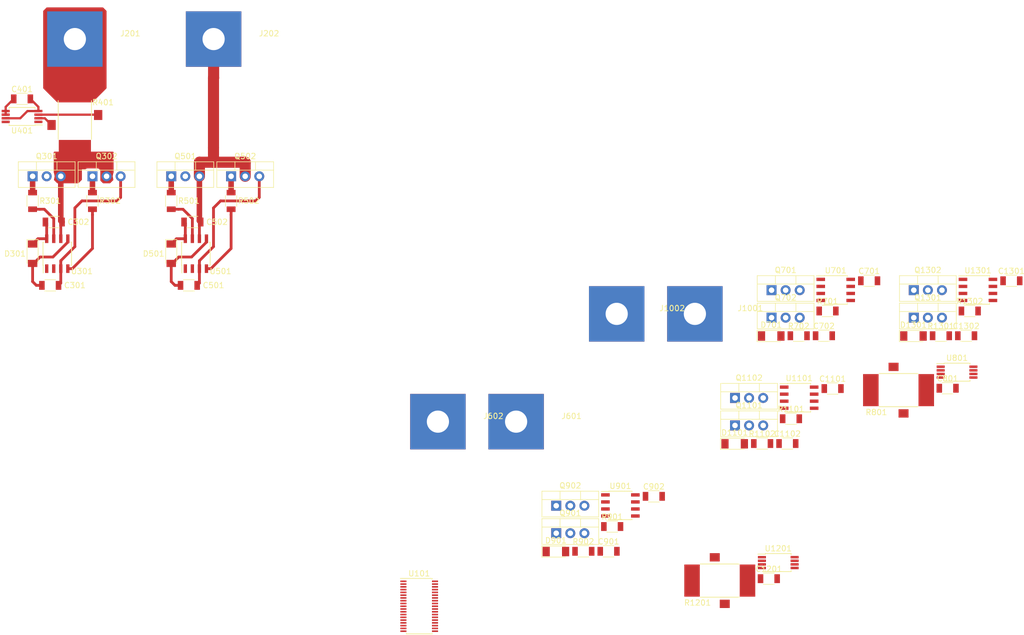
<source format=kicad_pcb>
(kicad_pcb (version 20171130) (host pcbnew "(5.0.0)")

  (general
    (thickness 1.6)
    (drawings 0)
    (tracks 98)
    (zones 0)
    (modules 64)
    (nets 86)
  )

  (page A4)
  (layers
    (0 F.Cu signal)
    (31 B.Cu signal)
    (32 B.Adhes user)
    (33 F.Adhes user)
    (34 B.Paste user)
    (35 F.Paste user)
    (36 B.SilkS user)
    (37 F.SilkS user hide)
    (38 B.Mask user)
    (39 F.Mask user)
    (40 Dwgs.User user)
    (41 Cmts.User user)
    (42 Eco1.User user)
    (43 Eco2.User user)
    (44 Edge.Cuts user)
    (45 Margin user)
    (46 B.CrtYd user)
    (47 F.CrtYd user)
    (48 B.Fab user)
    (49 F.Fab user hide)
  )

  (setup
    (last_trace_width 2)
    (user_trace_width 0.4)
    (user_trace_width 0.5)
    (user_trace_width 1)
    (user_trace_width 2)
    (trace_clearance 0.2)
    (zone_clearance 0.508)
    (zone_45_only no)
    (trace_min 0.2)
    (segment_width 0.2)
    (edge_width 0.15)
    (via_size 0.8)
    (via_drill 0.4)
    (via_min_size 0.6)
    (via_min_drill 0.3)
    (user_via 0.6 0.3)
    (user_via 1 0.5)
    (uvia_size 0.3)
    (uvia_drill 0.1)
    (uvias_allowed no)
    (uvia_min_size 0.2)
    (uvia_min_drill 0.1)
    (pcb_text_width 0.3)
    (pcb_text_size 1.5 1.5)
    (mod_edge_width 0.15)
    (mod_text_size 1 1)
    (mod_text_width 0.15)
    (pad_size 1.524 1.524)
    (pad_drill 0.762)
    (pad_to_mask_clearance 0.2)
    (aux_axis_origin 0 0)
    (visible_elements 7FFFFF7F)
    (pcbplotparams
      (layerselection 0x010fc_ffffffff)
      (usegerberextensions false)
      (usegerberattributes false)
      (usegerberadvancedattributes false)
      (creategerberjobfile false)
      (excludeedgelayer true)
      (linewidth 0.100000)
      (plotframeref false)
      (viasonmask false)
      (mode 1)
      (useauxorigin false)
      (hpglpennumber 1)
      (hpglpenspeed 20)
      (hpglpendiameter 15.000000)
      (psnegative false)
      (psa4output false)
      (plotreference true)
      (plotvalue true)
      (plotinvisibletext false)
      (padsonsilk false)
      (subtractmaskfromsilk false)
      (outputformat 1)
      (mirror false)
      (drillshape 1)
      (scaleselection 1)
      (outputdirectory ""))
  )

  (net 0 "")
  (net 1 +15V)
  (net 2 "Net-(C302-Pad1)")
  (net 3 /Leg1/Sensor/IN)
  (net 4 +3V3)
  (net 5 /Leg2/Sensor/IN)
  (net 6 /Leg3/Sensor/IN)
  (net 7 "Net-(C902-Pad1)")
  (net 8 /Leg1/Sensor/OUT)
  (net 9 /Leg2/Sensor/OUT)
  (net 10 /Leg3/Sensor/OUT)
  (net 11 +VDC)
  (net 12 "Net-(Q301-Pad1)")
  (net 13 "Net-(Q302-Pad1)")
  (net 14 -VDC)
  (net 15 "Net-(Q901-Pad1)")
  (net 16 "Net-(Q902-Pad1)")
  (net 17 "Net-(R301-Pad1)")
  (net 18 "Net-(R302-Pad1)")
  (net 19 "Net-(R401-Pad2)")
  (net 20 "Net-(R401-Pad3)")
  (net 21 "Net-(R901-Pad1)")
  (net 22 "Net-(R902-Pad1)")
  (net 23 "Net-(U101-Pad1)")
  (net 24 "Net-(U101-Pad3)")
  (net 25 /Leg2/QH)
  (net 26 /Leg2/QL)
  (net 27 /Leg3/QH)
  (net 28 /Leg3/QL)
  (net 29 "Net-(U101-Pad9)")
  (net 30 "Net-(U101-Pad10)")
  (net 31 "Net-(U101-Pad11)")
  (net 32 "Net-(U101-Pad13)")
  (net 33 "Net-(U101-Pad14)")
  (net 34 "Net-(U101-Pad15)")
  (net 35 "Net-(U101-Pad16)")
  (net 36 "Net-(U101-Pad17)")
  (net 37 "Net-(U101-Pad18)")
  (net 38 /Leg3/Current)
  (net 39 /Leg2/Current)
  (net 40 /Leg1/Current)
  (net 41 "Net-(U101-Pad24)")
  (net 42 "Net-(U101-Pad25)")
  (net 43 "Net-(U101-Pad26)")
  (net 44 "Net-(U101-Pad27)")
  (net 45 "Net-(U101-Pad28)")
  (net 46 "Net-(U101-Pad29)")
  (net 47 "Net-(U101-Pad30)")
  (net 48 "Net-(U101-Pad31)")
  (net 49 "Net-(U101-Pad32)")
  (net 50 "Net-(U101-Pad33)")
  (net 51 "Net-(U101-Pad34)")
  (net 52 "Net-(U101-Pad35)")
  (net 53 /Leg1/QL)
  (net 54 /Leg1/QH)
  (net 55 "Net-(U101-Pad38)")
  (net 56 "Net-(U401-Pad1)")
  (net 57 "Net-(C502-Pad1)")
  (net 58 /Leg1/Power-/OUT)
  (net 59 "Net-(C702-Pad1)")
  (net 60 /Leg2/Power-/OUT)
  (net 61 "Net-(C1102-Pad1)")
  (net 62 /Leg3/Power-/OUT)
  (net 63 "Net-(C1302-Pad1)")
  (net 64 "Net-(Q501-Pad1)")
  (net 65 "Net-(Q502-Pad1)")
  (net 66 "Net-(Q701-Pad1)")
  (net 67 "Net-(Q702-Pad1)")
  (net 68 "Net-(Q1101-Pad1)")
  (net 69 "Net-(Q1102-Pad1)")
  (net 70 "Net-(Q1301-Pad1)")
  (net 71 "Net-(Q1302-Pad1)")
  (net 72 "Net-(R501-Pad1)")
  (net 73 "Net-(R502-Pad1)")
  (net 74 "Net-(R701-Pad1)")
  (net 75 "Net-(R702-Pad1)")
  (net 76 "Net-(R801-Pad3)")
  (net 77 "Net-(R801-Pad2)")
  (net 78 "Net-(R1101-Pad1)")
  (net 79 "Net-(R1102-Pad1)")
  (net 80 "Net-(R1201-Pad2)")
  (net 81 "Net-(R1201-Pad3)")
  (net 82 "Net-(R1301-Pad1)")
  (net 83 "Net-(R1302-Pad1)")
  (net 84 "Net-(U801-Pad1)")
  (net 85 "Net-(U1201-Pad1)")

  (net_class Default "This is the default net class."
    (clearance 0.2)
    (trace_width 0.25)
    (via_dia 0.8)
    (via_drill 0.4)
    (uvia_dia 0.3)
    (uvia_drill 0.1)
    (add_net +15V)
    (add_net +3V3)
    (add_net +VDC)
    (add_net -VDC)
    (add_net /Leg1/Current)
    (add_net /Leg1/Power-/OUT)
    (add_net /Leg1/QH)
    (add_net /Leg1/QL)
    (add_net /Leg1/Sensor/IN)
    (add_net /Leg1/Sensor/OUT)
    (add_net /Leg2/Current)
    (add_net /Leg2/Power-/OUT)
    (add_net /Leg2/QH)
    (add_net /Leg2/QL)
    (add_net /Leg2/Sensor/IN)
    (add_net /Leg2/Sensor/OUT)
    (add_net /Leg3/Current)
    (add_net /Leg3/Power-/OUT)
    (add_net /Leg3/QH)
    (add_net /Leg3/QL)
    (add_net /Leg3/Sensor/IN)
    (add_net /Leg3/Sensor/OUT)
    (add_net "Net-(C1102-Pad1)")
    (add_net "Net-(C1302-Pad1)")
    (add_net "Net-(C302-Pad1)")
    (add_net "Net-(C502-Pad1)")
    (add_net "Net-(C702-Pad1)")
    (add_net "Net-(C902-Pad1)")
    (add_net "Net-(Q1101-Pad1)")
    (add_net "Net-(Q1102-Pad1)")
    (add_net "Net-(Q1301-Pad1)")
    (add_net "Net-(Q1302-Pad1)")
    (add_net "Net-(Q301-Pad1)")
    (add_net "Net-(Q302-Pad1)")
    (add_net "Net-(Q501-Pad1)")
    (add_net "Net-(Q502-Pad1)")
    (add_net "Net-(Q701-Pad1)")
    (add_net "Net-(Q702-Pad1)")
    (add_net "Net-(Q901-Pad1)")
    (add_net "Net-(Q902-Pad1)")
    (add_net "Net-(R1101-Pad1)")
    (add_net "Net-(R1102-Pad1)")
    (add_net "Net-(R1201-Pad2)")
    (add_net "Net-(R1201-Pad3)")
    (add_net "Net-(R1301-Pad1)")
    (add_net "Net-(R1302-Pad1)")
    (add_net "Net-(R301-Pad1)")
    (add_net "Net-(R302-Pad1)")
    (add_net "Net-(R401-Pad2)")
    (add_net "Net-(R401-Pad3)")
    (add_net "Net-(R501-Pad1)")
    (add_net "Net-(R502-Pad1)")
    (add_net "Net-(R701-Pad1)")
    (add_net "Net-(R702-Pad1)")
    (add_net "Net-(R801-Pad2)")
    (add_net "Net-(R801-Pad3)")
    (add_net "Net-(R901-Pad1)")
    (add_net "Net-(R902-Pad1)")
    (add_net "Net-(U101-Pad1)")
    (add_net "Net-(U101-Pad10)")
    (add_net "Net-(U101-Pad11)")
    (add_net "Net-(U101-Pad13)")
    (add_net "Net-(U101-Pad14)")
    (add_net "Net-(U101-Pad15)")
    (add_net "Net-(U101-Pad16)")
    (add_net "Net-(U101-Pad17)")
    (add_net "Net-(U101-Pad18)")
    (add_net "Net-(U101-Pad24)")
    (add_net "Net-(U101-Pad25)")
    (add_net "Net-(U101-Pad26)")
    (add_net "Net-(U101-Pad27)")
    (add_net "Net-(U101-Pad28)")
    (add_net "Net-(U101-Pad29)")
    (add_net "Net-(U101-Pad3)")
    (add_net "Net-(U101-Pad30)")
    (add_net "Net-(U101-Pad31)")
    (add_net "Net-(U101-Pad32)")
    (add_net "Net-(U101-Pad33)")
    (add_net "Net-(U101-Pad34)")
    (add_net "Net-(U101-Pad35)")
    (add_net "Net-(U101-Pad38)")
    (add_net "Net-(U101-Pad9)")
    (add_net "Net-(U1201-Pad1)")
    (add_net "Net-(U401-Pad1)")
    (add_net "Net-(U801-Pad1)")
  )

  (module Passives:C1206M (layer F.Cu) (tedit 5A956631) (tstamp 5B77579B)
    (at 88.9 73.025)
    (descr "Capacitor SMD 1206, reflow soldering, AVX (see smccp.pdf)")
    (tags "capacitor 1206")
    (path /5B767FE4/5B767FF2/5B7685DA)
    (attr smd)
    (fp_text reference C301 (at 4.445 0) (layer F.SilkS)
      (effects (font (size 1 1) (thickness 0.15)))
    )
    (fp_text value 100n (at 0 2) (layer F.Fab) hide
      (effects (font (size 1 1) (thickness 0.15)))
    )
    (fp_line (start 2.25 1.05) (end -2.25 1.05) (layer F.CrtYd) (width 0.05))
    (fp_line (start 2.25 1.05) (end 2.25 -1.05) (layer F.CrtYd) (width 0.05))
    (fp_line (start -2.25 -1.05) (end -2.25 1.05) (layer F.CrtYd) (width 0.05))
    (fp_line (start -2.25 -1.05) (end 2.25 -1.05) (layer F.CrtYd) (width 0.05))
    (fp_line (start -1 1.02) (end 1 1.02) (layer F.SilkS) (width 0.12))
    (fp_line (start 1 -1.02) (end -1 -1.02) (layer F.SilkS) (width 0.12))
    (fp_line (start -1.6 -0.8) (end 1.6 -0.8) (layer F.Fab) (width 0.1))
    (fp_line (start 1.6 -0.8) (end 1.6 0.8) (layer F.Fab) (width 0.1))
    (fp_line (start 1.6 0.8) (end -1.6 0.8) (layer F.Fab) (width 0.1))
    (fp_line (start -1.6 0.8) (end -1.6 -0.8) (layer F.Fab) (width 0.1))
    (fp_text user %R (at 0 0) (layer F.Fab)
      (effects (font (size 0.5 0.5) (thickness 0.07)))
    )
    (pad 2 smd rect (at 1.5 0) (size 1 1.6) (layers F.Cu F.Paste F.Mask)
      (net 14 -VDC))
    (pad 1 smd rect (at -1.5 0) (size 1 1.6) (layers F.Cu F.Paste F.Mask)
      (net 1 +15V))
    (model ${KISYS3DMOD}/Capacitor_SMD.3dshapes/C_1206_3216Metric.wrl
      (at (xyz 0 0 0))
      (scale (xyz 1 1 1))
      (rotate (xyz 0 0 0))
    )
  )

  (module Passives:C1206M (layer F.Cu) (tedit 5A956631) (tstamp 5B773F7E)
    (at 89.535 61.595)
    (descr "Capacitor SMD 1206, reflow soldering, AVX (see smccp.pdf)")
    (tags "capacitor 1206")
    (path /5B767FE4/5B767FF2/5B7686C7)
    (attr smd)
    (fp_text reference C302 (at 4.445 0) (layer F.SilkS)
      (effects (font (size 1 1) (thickness 0.15)))
    )
    (fp_text value 100n (at 0 2) (layer F.Fab) hide
      (effects (font (size 1 1) (thickness 0.15)))
    )
    (fp_text user %R (at 0 0) (layer F.Fab)
      (effects (font (size 0.5 0.5) (thickness 0.07)))
    )
    (fp_line (start -1.6 0.8) (end -1.6 -0.8) (layer F.Fab) (width 0.1))
    (fp_line (start 1.6 0.8) (end -1.6 0.8) (layer F.Fab) (width 0.1))
    (fp_line (start 1.6 -0.8) (end 1.6 0.8) (layer F.Fab) (width 0.1))
    (fp_line (start -1.6 -0.8) (end 1.6 -0.8) (layer F.Fab) (width 0.1))
    (fp_line (start 1 -1.02) (end -1 -1.02) (layer F.SilkS) (width 0.12))
    (fp_line (start -1 1.02) (end 1 1.02) (layer F.SilkS) (width 0.12))
    (fp_line (start -2.25 -1.05) (end 2.25 -1.05) (layer F.CrtYd) (width 0.05))
    (fp_line (start -2.25 -1.05) (end -2.25 1.05) (layer F.CrtYd) (width 0.05))
    (fp_line (start 2.25 1.05) (end 2.25 -1.05) (layer F.CrtYd) (width 0.05))
    (fp_line (start 2.25 1.05) (end -2.25 1.05) (layer F.CrtYd) (width 0.05))
    (pad 1 smd rect (at -1.5 0) (size 1 1.6) (layers F.Cu F.Paste F.Mask)
      (net 2 "Net-(C302-Pad1)"))
    (pad 2 smd rect (at 1.5 0) (size 1 1.6) (layers F.Cu F.Paste F.Mask)
      (net 3 /Leg1/Sensor/IN))
    (model ${KISYS3DMOD}/Capacitor_SMD.3dshapes/C_1206_3216Metric.wrl
      (at (xyz 0 0 0))
      (scale (xyz 1 1 1))
      (rotate (xyz 0 0 0))
    )
  )

  (module Passives:C1206M (layer F.Cu) (tedit 5A956631) (tstamp 5B773F8F)
    (at 83.82 39.37)
    (descr "Capacitor SMD 1206, reflow soldering, AVX (see smccp.pdf)")
    (tags "capacitor 1206")
    (path /5B767FE4/5B767FF5/5B76C4AF)
    (attr smd)
    (fp_text reference C401 (at 0 -1.75) (layer F.SilkS)
      (effects (font (size 1 1) (thickness 0.15)))
    )
    (fp_text value C1206 (at 0 2) (layer F.Fab) hide
      (effects (font (size 1 1) (thickness 0.15)))
    )
    (fp_text user %R (at 0 0) (layer F.Fab)
      (effects (font (size 0.5 0.5) (thickness 0.07)))
    )
    (fp_line (start -1.6 0.8) (end -1.6 -0.8) (layer F.Fab) (width 0.1))
    (fp_line (start 1.6 0.8) (end -1.6 0.8) (layer F.Fab) (width 0.1))
    (fp_line (start 1.6 -0.8) (end 1.6 0.8) (layer F.Fab) (width 0.1))
    (fp_line (start -1.6 -0.8) (end 1.6 -0.8) (layer F.Fab) (width 0.1))
    (fp_line (start 1 -1.02) (end -1 -1.02) (layer F.SilkS) (width 0.12))
    (fp_line (start -1 1.02) (end 1 1.02) (layer F.SilkS) (width 0.12))
    (fp_line (start -2.25 -1.05) (end 2.25 -1.05) (layer F.CrtYd) (width 0.05))
    (fp_line (start -2.25 -1.05) (end -2.25 1.05) (layer F.CrtYd) (width 0.05))
    (fp_line (start 2.25 1.05) (end 2.25 -1.05) (layer F.CrtYd) (width 0.05))
    (fp_line (start 2.25 1.05) (end -2.25 1.05) (layer F.CrtYd) (width 0.05))
    (pad 1 smd rect (at -1.5 0) (size 1 1.6) (layers F.Cu F.Paste F.Mask)
      (net 4 +3V3))
    (pad 2 smd rect (at 1.5 0) (size 1 1.6) (layers F.Cu F.Paste F.Mask)
      (net 14 -VDC))
    (model ${KISYS3DMOD}/Capacitor_SMD.3dshapes/C_1206_3216Metric.wrl
      (at (xyz 0 0 0))
      (scale (xyz 1 1 1))
      (rotate (xyz 0 0 0))
    )
  )

  (module Passives:C1206M (layer F.Cu) (tedit 5A956631) (tstamp 5B773FA0)
    (at 113.9 73.025)
    (descr "Capacitor SMD 1206, reflow soldering, AVX (see smccp.pdf)")
    (tags "capacitor 1206")
    (path /5B767FE4/5B772791/5B7685DA)
    (attr smd)
    (fp_text reference C501 (at 4.445 0) (layer F.SilkS)
      (effects (font (size 1 1) (thickness 0.15)))
    )
    (fp_text value 100n (at 0 2) (layer F.Fab) hide
      (effects (font (size 1 1) (thickness 0.15)))
    )
    (fp_line (start 2.25 1.05) (end -2.25 1.05) (layer F.CrtYd) (width 0.05))
    (fp_line (start 2.25 1.05) (end 2.25 -1.05) (layer F.CrtYd) (width 0.05))
    (fp_line (start -2.25 -1.05) (end -2.25 1.05) (layer F.CrtYd) (width 0.05))
    (fp_line (start -2.25 -1.05) (end 2.25 -1.05) (layer F.CrtYd) (width 0.05))
    (fp_line (start -1 1.02) (end 1 1.02) (layer F.SilkS) (width 0.12))
    (fp_line (start 1 -1.02) (end -1 -1.02) (layer F.SilkS) (width 0.12))
    (fp_line (start -1.6 -0.8) (end 1.6 -0.8) (layer F.Fab) (width 0.1))
    (fp_line (start 1.6 -0.8) (end 1.6 0.8) (layer F.Fab) (width 0.1))
    (fp_line (start 1.6 0.8) (end -1.6 0.8) (layer F.Fab) (width 0.1))
    (fp_line (start -1.6 0.8) (end -1.6 -0.8) (layer F.Fab) (width 0.1))
    (fp_text user %R (at 0 0) (layer F.Fab)
      (effects (font (size 0.5 0.5) (thickness 0.07)))
    )
    (pad 2 smd rect (at 1.5 0) (size 1 1.6) (layers F.Cu F.Paste F.Mask)
      (net 14 -VDC))
    (pad 1 smd rect (at -1.5 0) (size 1 1.6) (layers F.Cu F.Paste F.Mask)
      (net 1 +15V))
    (model ${KISYS3DMOD}/Capacitor_SMD.3dshapes/C_1206_3216Metric.wrl
      (at (xyz 0 0 0))
      (scale (xyz 1 1 1))
      (rotate (xyz 0 0 0))
    )
  )

  (module Passives:C1206M (layer F.Cu) (tedit 5A956631) (tstamp 5B773FB1)
    (at 114.535 61.595)
    (descr "Capacitor SMD 1206, reflow soldering, AVX (see smccp.pdf)")
    (tags "capacitor 1206")
    (path /5B767FE4/5B772791/5B7686C7)
    (attr smd)
    (fp_text reference C502 (at 4.445 0) (layer F.SilkS)
      (effects (font (size 1 1) (thickness 0.15)))
    )
    (fp_text value 100n (at 0 2) (layer F.Fab) hide
      (effects (font (size 1 1) (thickness 0.15)))
    )
    (fp_text user %R (at 0 0) (layer F.Fab)
      (effects (font (size 0.5 0.5) (thickness 0.07)))
    )
    (fp_line (start -1.6 0.8) (end -1.6 -0.8) (layer F.Fab) (width 0.1))
    (fp_line (start 1.6 0.8) (end -1.6 0.8) (layer F.Fab) (width 0.1))
    (fp_line (start 1.6 -0.8) (end 1.6 0.8) (layer F.Fab) (width 0.1))
    (fp_line (start -1.6 -0.8) (end 1.6 -0.8) (layer F.Fab) (width 0.1))
    (fp_line (start 1 -1.02) (end -1 -1.02) (layer F.SilkS) (width 0.12))
    (fp_line (start -1 1.02) (end 1 1.02) (layer F.SilkS) (width 0.12))
    (fp_line (start -2.25 -1.05) (end 2.25 -1.05) (layer F.CrtYd) (width 0.05))
    (fp_line (start -2.25 -1.05) (end -2.25 1.05) (layer F.CrtYd) (width 0.05))
    (fp_line (start 2.25 1.05) (end 2.25 -1.05) (layer F.CrtYd) (width 0.05))
    (fp_line (start 2.25 1.05) (end -2.25 1.05) (layer F.CrtYd) (width 0.05))
    (pad 1 smd rect (at -1.5 0) (size 1 1.6) (layers F.Cu F.Paste F.Mask)
      (net 57 "Net-(C502-Pad1)"))
    (pad 2 smd rect (at 1.5 0) (size 1 1.6) (layers F.Cu F.Paste F.Mask)
      (net 58 /Leg1/Power-/OUT))
    (model ${KISYS3DMOD}/Capacitor_SMD.3dshapes/C_1206_3216Metric.wrl
      (at (xyz 0 0 0))
      (scale (xyz 1 1 1))
      (rotate (xyz 0 0 0))
    )
  )

  (module Passives:C1206M (layer F.Cu) (tedit 5A956631) (tstamp 5B773FC2)
    (at 236.580001 72.200001)
    (descr "Capacitor SMD 1206, reflow soldering, AVX (see smccp.pdf)")
    (tags "capacitor 1206")
    (path /5B76D023/5B767FF2/5B7685DA)
    (attr smd)
    (fp_text reference C701 (at 0 -1.75) (layer F.SilkS)
      (effects (font (size 1 1) (thickness 0.15)))
    )
    (fp_text value 100n (at 0 2) (layer F.Fab) hide
      (effects (font (size 1 1) (thickness 0.15)))
    )
    (fp_text user %R (at 0 0) (layer F.Fab)
      (effects (font (size 0.5 0.5) (thickness 0.07)))
    )
    (fp_line (start -1.6 0.8) (end -1.6 -0.8) (layer F.Fab) (width 0.1))
    (fp_line (start 1.6 0.8) (end -1.6 0.8) (layer F.Fab) (width 0.1))
    (fp_line (start 1.6 -0.8) (end 1.6 0.8) (layer F.Fab) (width 0.1))
    (fp_line (start -1.6 -0.8) (end 1.6 -0.8) (layer F.Fab) (width 0.1))
    (fp_line (start 1 -1.02) (end -1 -1.02) (layer F.SilkS) (width 0.12))
    (fp_line (start -1 1.02) (end 1 1.02) (layer F.SilkS) (width 0.12))
    (fp_line (start -2.25 -1.05) (end 2.25 -1.05) (layer F.CrtYd) (width 0.05))
    (fp_line (start -2.25 -1.05) (end -2.25 1.05) (layer F.CrtYd) (width 0.05))
    (fp_line (start 2.25 1.05) (end 2.25 -1.05) (layer F.CrtYd) (width 0.05))
    (fp_line (start 2.25 1.05) (end -2.25 1.05) (layer F.CrtYd) (width 0.05))
    (pad 1 smd rect (at -1.5 0) (size 1 1.6) (layers F.Cu F.Paste F.Mask)
      (net 1 +15V))
    (pad 2 smd rect (at 1.5 0) (size 1 1.6) (layers F.Cu F.Paste F.Mask)
      (net 14 -VDC))
    (model ${KISYS3DMOD}/Capacitor_SMD.3dshapes/C_1206_3216Metric.wrl
      (at (xyz 0 0 0))
      (scale (xyz 1 1 1))
      (rotate (xyz 0 0 0))
    )
  )

  (module Passives:C1206M (layer F.Cu) (tedit 5A956631) (tstamp 5B773FD3)
    (at 228.420001 82.120001)
    (descr "Capacitor SMD 1206, reflow soldering, AVX (see smccp.pdf)")
    (tags "capacitor 1206")
    (path /5B76D023/5B767FF2/5B7686C7)
    (attr smd)
    (fp_text reference C702 (at 0 -1.75) (layer F.SilkS)
      (effects (font (size 1 1) (thickness 0.15)))
    )
    (fp_text value 100n (at 0 2) (layer F.Fab) hide
      (effects (font (size 1 1) (thickness 0.15)))
    )
    (fp_line (start 2.25 1.05) (end -2.25 1.05) (layer F.CrtYd) (width 0.05))
    (fp_line (start 2.25 1.05) (end 2.25 -1.05) (layer F.CrtYd) (width 0.05))
    (fp_line (start -2.25 -1.05) (end -2.25 1.05) (layer F.CrtYd) (width 0.05))
    (fp_line (start -2.25 -1.05) (end 2.25 -1.05) (layer F.CrtYd) (width 0.05))
    (fp_line (start -1 1.02) (end 1 1.02) (layer F.SilkS) (width 0.12))
    (fp_line (start 1 -1.02) (end -1 -1.02) (layer F.SilkS) (width 0.12))
    (fp_line (start -1.6 -0.8) (end 1.6 -0.8) (layer F.Fab) (width 0.1))
    (fp_line (start 1.6 -0.8) (end 1.6 0.8) (layer F.Fab) (width 0.1))
    (fp_line (start 1.6 0.8) (end -1.6 0.8) (layer F.Fab) (width 0.1))
    (fp_line (start -1.6 0.8) (end -1.6 -0.8) (layer F.Fab) (width 0.1))
    (fp_text user %R (at 0 0) (layer F.Fab)
      (effects (font (size 0.5 0.5) (thickness 0.07)))
    )
    (pad 2 smd rect (at 1.5 0) (size 1 1.6) (layers F.Cu F.Paste F.Mask)
      (net 5 /Leg2/Sensor/IN))
    (pad 1 smd rect (at -1.5 0) (size 1 1.6) (layers F.Cu F.Paste F.Mask)
      (net 59 "Net-(C702-Pad1)"))
    (model ${KISYS3DMOD}/Capacitor_SMD.3dshapes/C_1206_3216Metric.wrl
      (at (xyz 0 0 0))
      (scale (xyz 1 1 1))
      (rotate (xyz 0 0 0))
    )
  )

  (module Passives:C1206M (layer F.Cu) (tedit 5A956631) (tstamp 5B773FE4)
    (at 250.730001 91.590001)
    (descr "Capacitor SMD 1206, reflow soldering, AVX (see smccp.pdf)")
    (tags "capacitor 1206")
    (path /5B76D023/5B767FF5/5B76C4AF)
    (attr smd)
    (fp_text reference C801 (at 0 -1.75) (layer F.SilkS)
      (effects (font (size 1 1) (thickness 0.15)))
    )
    (fp_text value C1206 (at 0 2) (layer F.Fab) hide
      (effects (font (size 1 1) (thickness 0.15)))
    )
    (fp_text user %R (at 0 0) (layer F.Fab)
      (effects (font (size 0.5 0.5) (thickness 0.07)))
    )
    (fp_line (start -1.6 0.8) (end -1.6 -0.8) (layer F.Fab) (width 0.1))
    (fp_line (start 1.6 0.8) (end -1.6 0.8) (layer F.Fab) (width 0.1))
    (fp_line (start 1.6 -0.8) (end 1.6 0.8) (layer F.Fab) (width 0.1))
    (fp_line (start -1.6 -0.8) (end 1.6 -0.8) (layer F.Fab) (width 0.1))
    (fp_line (start 1 -1.02) (end -1 -1.02) (layer F.SilkS) (width 0.12))
    (fp_line (start -1 1.02) (end 1 1.02) (layer F.SilkS) (width 0.12))
    (fp_line (start -2.25 -1.05) (end 2.25 -1.05) (layer F.CrtYd) (width 0.05))
    (fp_line (start -2.25 -1.05) (end -2.25 1.05) (layer F.CrtYd) (width 0.05))
    (fp_line (start 2.25 1.05) (end 2.25 -1.05) (layer F.CrtYd) (width 0.05))
    (fp_line (start 2.25 1.05) (end -2.25 1.05) (layer F.CrtYd) (width 0.05))
    (pad 1 smd rect (at -1.5 0) (size 1 1.6) (layers F.Cu F.Paste F.Mask)
      (net 4 +3V3))
    (pad 2 smd rect (at 1.5 0) (size 1 1.6) (layers F.Cu F.Paste F.Mask)
      (net 14 -VDC))
    (model ${KISYS3DMOD}/Capacitor_SMD.3dshapes/C_1206_3216Metric.wrl
      (at (xyz 0 0 0))
      (scale (xyz 1 1 1))
      (rotate (xyz 0 0 0))
    )
  )

  (module Passives:C1206M (layer F.Cu) (tedit 5A956631) (tstamp 5B773FF5)
    (at 189.590001 121.020001)
    (descr "Capacitor SMD 1206, reflow soldering, AVX (see smccp.pdf)")
    (tags "capacitor 1206")
    (path /5B76D023/5B772791/5B7685DA)
    (attr smd)
    (fp_text reference C901 (at 0 -1.75) (layer F.SilkS)
      (effects (font (size 1 1) (thickness 0.15)))
    )
    (fp_text value 100n (at 0 2) (layer F.Fab) hide
      (effects (font (size 1 1) (thickness 0.15)))
    )
    (fp_line (start 2.25 1.05) (end -2.25 1.05) (layer F.CrtYd) (width 0.05))
    (fp_line (start 2.25 1.05) (end 2.25 -1.05) (layer F.CrtYd) (width 0.05))
    (fp_line (start -2.25 -1.05) (end -2.25 1.05) (layer F.CrtYd) (width 0.05))
    (fp_line (start -2.25 -1.05) (end 2.25 -1.05) (layer F.CrtYd) (width 0.05))
    (fp_line (start -1 1.02) (end 1 1.02) (layer F.SilkS) (width 0.12))
    (fp_line (start 1 -1.02) (end -1 -1.02) (layer F.SilkS) (width 0.12))
    (fp_line (start -1.6 -0.8) (end 1.6 -0.8) (layer F.Fab) (width 0.1))
    (fp_line (start 1.6 -0.8) (end 1.6 0.8) (layer F.Fab) (width 0.1))
    (fp_line (start 1.6 0.8) (end -1.6 0.8) (layer F.Fab) (width 0.1))
    (fp_line (start -1.6 0.8) (end -1.6 -0.8) (layer F.Fab) (width 0.1))
    (fp_text user %R (at 0 0) (layer F.Fab)
      (effects (font (size 0.5 0.5) (thickness 0.07)))
    )
    (pad 2 smd rect (at 1.5 0) (size 1 1.6) (layers F.Cu F.Paste F.Mask)
      (net 14 -VDC))
    (pad 1 smd rect (at -1.5 0) (size 1 1.6) (layers F.Cu F.Paste F.Mask)
      (net 1 +15V))
    (model ${KISYS3DMOD}/Capacitor_SMD.3dshapes/C_1206_3216Metric.wrl
      (at (xyz 0 0 0))
      (scale (xyz 1 1 1))
      (rotate (xyz 0 0 0))
    )
  )

  (module Passives:C1206M (layer F.Cu) (tedit 5A956631) (tstamp 5B774006)
    (at 197.750001 111.100001)
    (descr "Capacitor SMD 1206, reflow soldering, AVX (see smccp.pdf)")
    (tags "capacitor 1206")
    (path /5B76D023/5B772791/5B7686C7)
    (attr smd)
    (fp_text reference C902 (at 0 -1.75) (layer F.SilkS)
      (effects (font (size 1 1) (thickness 0.15)))
    )
    (fp_text value 100n (at 0 2) (layer F.Fab) hide
      (effects (font (size 1 1) (thickness 0.15)))
    )
    (fp_text user %R (at 0 0) (layer F.Fab)
      (effects (font (size 0.5 0.5) (thickness 0.07)))
    )
    (fp_line (start -1.6 0.8) (end -1.6 -0.8) (layer F.Fab) (width 0.1))
    (fp_line (start 1.6 0.8) (end -1.6 0.8) (layer F.Fab) (width 0.1))
    (fp_line (start 1.6 -0.8) (end 1.6 0.8) (layer F.Fab) (width 0.1))
    (fp_line (start -1.6 -0.8) (end 1.6 -0.8) (layer F.Fab) (width 0.1))
    (fp_line (start 1 -1.02) (end -1 -1.02) (layer F.SilkS) (width 0.12))
    (fp_line (start -1 1.02) (end 1 1.02) (layer F.SilkS) (width 0.12))
    (fp_line (start -2.25 -1.05) (end 2.25 -1.05) (layer F.CrtYd) (width 0.05))
    (fp_line (start -2.25 -1.05) (end -2.25 1.05) (layer F.CrtYd) (width 0.05))
    (fp_line (start 2.25 1.05) (end 2.25 -1.05) (layer F.CrtYd) (width 0.05))
    (fp_line (start 2.25 1.05) (end -2.25 1.05) (layer F.CrtYd) (width 0.05))
    (pad 1 smd rect (at -1.5 0) (size 1 1.6) (layers F.Cu F.Paste F.Mask)
      (net 7 "Net-(C902-Pad1)"))
    (pad 2 smd rect (at 1.5 0) (size 1 1.6) (layers F.Cu F.Paste F.Mask)
      (net 60 /Leg2/Power-/OUT))
    (model ${KISYS3DMOD}/Capacitor_SMD.3dshapes/C_1206_3216Metric.wrl
      (at (xyz 0 0 0))
      (scale (xyz 1 1 1))
      (rotate (xyz 0 0 0))
    )
  )

  (module Passives:C1206M (layer F.Cu) (tedit 5A956631) (tstamp 5B774017)
    (at 229.990001 91.650001)
    (descr "Capacitor SMD 1206, reflow soldering, AVX (see smccp.pdf)")
    (tags "capacitor 1206")
    (path /5B76D031/5B767FF2/5B7685DA)
    (attr smd)
    (fp_text reference C1101 (at 0 -1.75) (layer F.SilkS)
      (effects (font (size 1 1) (thickness 0.15)))
    )
    (fp_text value 100n (at 0 2) (layer F.Fab) hide
      (effects (font (size 1 1) (thickness 0.15)))
    )
    (fp_text user %R (at 0 0) (layer F.Fab)
      (effects (font (size 0.5 0.5) (thickness 0.07)))
    )
    (fp_line (start -1.6 0.8) (end -1.6 -0.8) (layer F.Fab) (width 0.1))
    (fp_line (start 1.6 0.8) (end -1.6 0.8) (layer F.Fab) (width 0.1))
    (fp_line (start 1.6 -0.8) (end 1.6 0.8) (layer F.Fab) (width 0.1))
    (fp_line (start -1.6 -0.8) (end 1.6 -0.8) (layer F.Fab) (width 0.1))
    (fp_line (start 1 -1.02) (end -1 -1.02) (layer F.SilkS) (width 0.12))
    (fp_line (start -1 1.02) (end 1 1.02) (layer F.SilkS) (width 0.12))
    (fp_line (start -2.25 -1.05) (end 2.25 -1.05) (layer F.CrtYd) (width 0.05))
    (fp_line (start -2.25 -1.05) (end -2.25 1.05) (layer F.CrtYd) (width 0.05))
    (fp_line (start 2.25 1.05) (end 2.25 -1.05) (layer F.CrtYd) (width 0.05))
    (fp_line (start 2.25 1.05) (end -2.25 1.05) (layer F.CrtYd) (width 0.05))
    (pad 1 smd rect (at -1.5 0) (size 1 1.6) (layers F.Cu F.Paste F.Mask)
      (net 1 +15V))
    (pad 2 smd rect (at 1.5 0) (size 1 1.6) (layers F.Cu F.Paste F.Mask)
      (net 14 -VDC))
    (model ${KISYS3DMOD}/Capacitor_SMD.3dshapes/C_1206_3216Metric.wrl
      (at (xyz 0 0 0))
      (scale (xyz 1 1 1))
      (rotate (xyz 0 0 0))
    )
  )

  (module Passives:C1206M (layer F.Cu) (tedit 5A956631) (tstamp 5B774028)
    (at 221.830001 101.570001)
    (descr "Capacitor SMD 1206, reflow soldering, AVX (see smccp.pdf)")
    (tags "capacitor 1206")
    (path /5B76D031/5B767FF2/5B7686C7)
    (attr smd)
    (fp_text reference C1102 (at 0 -1.75) (layer F.SilkS)
      (effects (font (size 1 1) (thickness 0.15)))
    )
    (fp_text value 100n (at 0 2) (layer F.Fab) hide
      (effects (font (size 1 1) (thickness 0.15)))
    )
    (fp_line (start 2.25 1.05) (end -2.25 1.05) (layer F.CrtYd) (width 0.05))
    (fp_line (start 2.25 1.05) (end 2.25 -1.05) (layer F.CrtYd) (width 0.05))
    (fp_line (start -2.25 -1.05) (end -2.25 1.05) (layer F.CrtYd) (width 0.05))
    (fp_line (start -2.25 -1.05) (end 2.25 -1.05) (layer F.CrtYd) (width 0.05))
    (fp_line (start -1 1.02) (end 1 1.02) (layer F.SilkS) (width 0.12))
    (fp_line (start 1 -1.02) (end -1 -1.02) (layer F.SilkS) (width 0.12))
    (fp_line (start -1.6 -0.8) (end 1.6 -0.8) (layer F.Fab) (width 0.1))
    (fp_line (start 1.6 -0.8) (end 1.6 0.8) (layer F.Fab) (width 0.1))
    (fp_line (start 1.6 0.8) (end -1.6 0.8) (layer F.Fab) (width 0.1))
    (fp_line (start -1.6 0.8) (end -1.6 -0.8) (layer F.Fab) (width 0.1))
    (fp_text user %R (at 0 0) (layer F.Fab)
      (effects (font (size 0.5 0.5) (thickness 0.07)))
    )
    (pad 2 smd rect (at 1.5 0) (size 1 1.6) (layers F.Cu F.Paste F.Mask)
      (net 6 /Leg3/Sensor/IN))
    (pad 1 smd rect (at -1.5 0) (size 1 1.6) (layers F.Cu F.Paste F.Mask)
      (net 61 "Net-(C1102-Pad1)"))
    (model ${KISYS3DMOD}/Capacitor_SMD.3dshapes/C_1206_3216Metric.wrl
      (at (xyz 0 0 0))
      (scale (xyz 1 1 1))
      (rotate (xyz 0 0 0))
    )
  )

  (module Passives:C1206M (layer F.Cu) (tedit 5A956631) (tstamp 5B774039)
    (at 218.490001 125.960001)
    (descr "Capacitor SMD 1206, reflow soldering, AVX (see smccp.pdf)")
    (tags "capacitor 1206")
    (path /5B76D031/5B767FF5/5B76C4AF)
    (attr smd)
    (fp_text reference C1201 (at 0 -1.75) (layer F.SilkS)
      (effects (font (size 1 1) (thickness 0.15)))
    )
    (fp_text value C1206 (at 0 2) (layer F.Fab) hide
      (effects (font (size 1 1) (thickness 0.15)))
    )
    (fp_line (start 2.25 1.05) (end -2.25 1.05) (layer F.CrtYd) (width 0.05))
    (fp_line (start 2.25 1.05) (end 2.25 -1.05) (layer F.CrtYd) (width 0.05))
    (fp_line (start -2.25 -1.05) (end -2.25 1.05) (layer F.CrtYd) (width 0.05))
    (fp_line (start -2.25 -1.05) (end 2.25 -1.05) (layer F.CrtYd) (width 0.05))
    (fp_line (start -1 1.02) (end 1 1.02) (layer F.SilkS) (width 0.12))
    (fp_line (start 1 -1.02) (end -1 -1.02) (layer F.SilkS) (width 0.12))
    (fp_line (start -1.6 -0.8) (end 1.6 -0.8) (layer F.Fab) (width 0.1))
    (fp_line (start 1.6 -0.8) (end 1.6 0.8) (layer F.Fab) (width 0.1))
    (fp_line (start 1.6 0.8) (end -1.6 0.8) (layer F.Fab) (width 0.1))
    (fp_line (start -1.6 0.8) (end -1.6 -0.8) (layer F.Fab) (width 0.1))
    (fp_text user %R (at 0 0) (layer F.Fab)
      (effects (font (size 0.5 0.5) (thickness 0.07)))
    )
    (pad 2 smd rect (at 1.5 0) (size 1 1.6) (layers F.Cu F.Paste F.Mask)
      (net 14 -VDC))
    (pad 1 smd rect (at -1.5 0) (size 1 1.6) (layers F.Cu F.Paste F.Mask)
      (net 4 +3V3))
    (model ${KISYS3DMOD}/Capacitor_SMD.3dshapes/C_1206_3216Metric.wrl
      (at (xyz 0 0 0))
      (scale (xyz 1 1 1))
      (rotate (xyz 0 0 0))
    )
  )

  (module Passives:C1206M (layer F.Cu) (tedit 5A956631) (tstamp 5B77404A)
    (at 262.230001 72.200001)
    (descr "Capacitor SMD 1206, reflow soldering, AVX (see smccp.pdf)")
    (tags "capacitor 1206")
    (path /5B76D031/5B772791/5B7685DA)
    (attr smd)
    (fp_text reference C1301 (at 0 -1.75) (layer F.SilkS)
      (effects (font (size 1 1) (thickness 0.15)))
    )
    (fp_text value 100n (at 0 2) (layer F.Fab) hide
      (effects (font (size 1 1) (thickness 0.15)))
    )
    (fp_text user %R (at 0 0) (layer F.Fab)
      (effects (font (size 0.5 0.5) (thickness 0.07)))
    )
    (fp_line (start -1.6 0.8) (end -1.6 -0.8) (layer F.Fab) (width 0.1))
    (fp_line (start 1.6 0.8) (end -1.6 0.8) (layer F.Fab) (width 0.1))
    (fp_line (start 1.6 -0.8) (end 1.6 0.8) (layer F.Fab) (width 0.1))
    (fp_line (start -1.6 -0.8) (end 1.6 -0.8) (layer F.Fab) (width 0.1))
    (fp_line (start 1 -1.02) (end -1 -1.02) (layer F.SilkS) (width 0.12))
    (fp_line (start -1 1.02) (end 1 1.02) (layer F.SilkS) (width 0.12))
    (fp_line (start -2.25 -1.05) (end 2.25 -1.05) (layer F.CrtYd) (width 0.05))
    (fp_line (start -2.25 -1.05) (end -2.25 1.05) (layer F.CrtYd) (width 0.05))
    (fp_line (start 2.25 1.05) (end 2.25 -1.05) (layer F.CrtYd) (width 0.05))
    (fp_line (start 2.25 1.05) (end -2.25 1.05) (layer F.CrtYd) (width 0.05))
    (pad 1 smd rect (at -1.5 0) (size 1 1.6) (layers F.Cu F.Paste F.Mask)
      (net 1 +15V))
    (pad 2 smd rect (at 1.5 0) (size 1 1.6) (layers F.Cu F.Paste F.Mask)
      (net 14 -VDC))
    (model ${KISYS3DMOD}/Capacitor_SMD.3dshapes/C_1206_3216Metric.wrl
      (at (xyz 0 0 0))
      (scale (xyz 1 1 1))
      (rotate (xyz 0 0 0))
    )
  )

  (module Passives:C1206M (layer F.Cu) (tedit 5A956631) (tstamp 5B77405B)
    (at 254.070001 82.120001)
    (descr "Capacitor SMD 1206, reflow soldering, AVX (see smccp.pdf)")
    (tags "capacitor 1206")
    (path /5B76D031/5B772791/5B7686C7)
    (attr smd)
    (fp_text reference C1302 (at 0 -1.75) (layer F.SilkS)
      (effects (font (size 1 1) (thickness 0.15)))
    )
    (fp_text value 100n (at 0 2) (layer F.Fab) hide
      (effects (font (size 1 1) (thickness 0.15)))
    )
    (fp_line (start 2.25 1.05) (end -2.25 1.05) (layer F.CrtYd) (width 0.05))
    (fp_line (start 2.25 1.05) (end 2.25 -1.05) (layer F.CrtYd) (width 0.05))
    (fp_line (start -2.25 -1.05) (end -2.25 1.05) (layer F.CrtYd) (width 0.05))
    (fp_line (start -2.25 -1.05) (end 2.25 -1.05) (layer F.CrtYd) (width 0.05))
    (fp_line (start -1 1.02) (end 1 1.02) (layer F.SilkS) (width 0.12))
    (fp_line (start 1 -1.02) (end -1 -1.02) (layer F.SilkS) (width 0.12))
    (fp_line (start -1.6 -0.8) (end 1.6 -0.8) (layer F.Fab) (width 0.1))
    (fp_line (start 1.6 -0.8) (end 1.6 0.8) (layer F.Fab) (width 0.1))
    (fp_line (start 1.6 0.8) (end -1.6 0.8) (layer F.Fab) (width 0.1))
    (fp_line (start -1.6 0.8) (end -1.6 -0.8) (layer F.Fab) (width 0.1))
    (fp_text user %R (at 0 0) (layer F.Fab)
      (effects (font (size 0.5 0.5) (thickness 0.07)))
    )
    (pad 2 smd rect (at 1.5 0) (size 1 1.6) (layers F.Cu F.Paste F.Mask)
      (net 62 /Leg3/Power-/OUT))
    (pad 1 smd rect (at -1.5 0) (size 1 1.6) (layers F.Cu F.Paste F.Mask)
      (net 63 "Net-(C1302-Pad1)"))
    (model ${KISYS3DMOD}/Capacitor_SMD.3dshapes/C_1206_3216Metric.wrl
      (at (xyz 0 0 0))
      (scale (xyz 1 1 1))
      (rotate (xyz 0 0 0))
    )
  )

  (module Discretes:D_MiniMELF (layer F.Cu) (tedit 59F95434) (tstamp 5B774074)
    (at 85.725 67.31 270)
    (descr "Diode Mini-MELF")
    (tags "Diode Mini-MELF")
    (path /5B767FE4/5B767FF2/5B76A6F5)
    (attr smd)
    (fp_text reference D301 (at 0 3.175) (layer F.SilkS)
      (effects (font (size 1 1) (thickness 0.15)))
    )
    (fp_text value LL4148 (at 0 1.75 270) (layer F.Fab) hide
      (effects (font (size 1 1) (thickness 0.15)))
    )
    (fp_line (start -2.65 1.1) (end -2.65 -1.1) (layer F.CrtYd) (width 0.05))
    (fp_line (start 2.65 1.1) (end -2.65 1.1) (layer F.CrtYd) (width 0.05))
    (fp_line (start 2.65 -1.1) (end 2.65 1.1) (layer F.CrtYd) (width 0.05))
    (fp_line (start -2.65 -1.1) (end 2.65 -1.1) (layer F.CrtYd) (width 0.05))
    (fp_line (start -0.75 0) (end -0.35 0) (layer F.Fab) (width 0.1))
    (fp_line (start -0.35 0) (end -0.35 -0.55) (layer F.Fab) (width 0.1))
    (fp_line (start -0.35 0) (end -0.35 0.55) (layer F.Fab) (width 0.1))
    (fp_line (start -0.35 0) (end 0.25 -0.4) (layer F.Fab) (width 0.1))
    (fp_line (start 0.25 -0.4) (end 0.25 0.4) (layer F.Fab) (width 0.1))
    (fp_line (start 0.25 0.4) (end -0.35 0) (layer F.Fab) (width 0.1))
    (fp_line (start 0.25 0) (end 0.75 0) (layer F.Fab) (width 0.1))
    (fp_line (start -1.65 -0.8) (end 1.65 -0.8) (layer F.Fab) (width 0.1))
    (fp_line (start -1.65 0.8) (end -1.65 -0.8) (layer F.Fab) (width 0.1))
    (fp_line (start 1.65 0.8) (end -1.65 0.8) (layer F.Fab) (width 0.1))
    (fp_line (start 1.65 -0.8) (end 1.65 0.8) (layer F.Fab) (width 0.1))
    (fp_line (start -2.55 1) (end 1.75 1) (layer F.SilkS) (width 0.12))
    (fp_line (start -2.55 -1) (end -2.55 1) (layer F.SilkS) (width 0.12))
    (fp_line (start 1.75 -1) (end -2.55 -1) (layer F.SilkS) (width 0.12))
    (fp_text user %R (at 0 3.175) (layer F.Fab)
      (effects (font (size 1 1) (thickness 0.15)))
    )
    (pad 2 smd rect (at 1.75 0 270) (size 1.3 1.7) (layers F.Cu F.Paste F.Mask)
      (net 1 +15V))
    (pad 1 smd rect (at -1.75 0 270) (size 1.3 1.7) (layers F.Cu F.Paste F.Mask)
      (net 2 "Net-(C302-Pad1)"))
    (model ${KISYS3DMOD}/Diode_SMD.3dshapes/D_MiniMELF.wrl
      (at (xyz 0 0 0))
      (scale (xyz 1 1 1))
      (rotate (xyz 0 0 0))
    )
  )

  (module Discretes:D_MiniMELF (layer F.Cu) (tedit 59F95434) (tstamp 5B77408D)
    (at 110.725 67.31 270)
    (descr "Diode Mini-MELF")
    (tags "Diode Mini-MELF")
    (path /5B767FE4/5B772791/5B76A6F5)
    (attr smd)
    (fp_text reference D501 (at 0 3.175) (layer F.SilkS)
      (effects (font (size 1 1) (thickness 0.15)))
    )
    (fp_text value LL4148 (at 0 1.75 270) (layer F.Fab) hide
      (effects (font (size 1 1) (thickness 0.15)))
    )
    (fp_text user %R (at 0 3.175) (layer F.Fab)
      (effects (font (size 1 1) (thickness 0.15)))
    )
    (fp_line (start 1.75 -1) (end -2.55 -1) (layer F.SilkS) (width 0.12))
    (fp_line (start -2.55 -1) (end -2.55 1) (layer F.SilkS) (width 0.12))
    (fp_line (start -2.55 1) (end 1.75 1) (layer F.SilkS) (width 0.12))
    (fp_line (start 1.65 -0.8) (end 1.65 0.8) (layer F.Fab) (width 0.1))
    (fp_line (start 1.65 0.8) (end -1.65 0.8) (layer F.Fab) (width 0.1))
    (fp_line (start -1.65 0.8) (end -1.65 -0.8) (layer F.Fab) (width 0.1))
    (fp_line (start -1.65 -0.8) (end 1.65 -0.8) (layer F.Fab) (width 0.1))
    (fp_line (start 0.25 0) (end 0.75 0) (layer F.Fab) (width 0.1))
    (fp_line (start 0.25 0.4) (end -0.35 0) (layer F.Fab) (width 0.1))
    (fp_line (start 0.25 -0.4) (end 0.25 0.4) (layer F.Fab) (width 0.1))
    (fp_line (start -0.35 0) (end 0.25 -0.4) (layer F.Fab) (width 0.1))
    (fp_line (start -0.35 0) (end -0.35 0.55) (layer F.Fab) (width 0.1))
    (fp_line (start -0.35 0) (end -0.35 -0.55) (layer F.Fab) (width 0.1))
    (fp_line (start -0.75 0) (end -0.35 0) (layer F.Fab) (width 0.1))
    (fp_line (start -2.65 -1.1) (end 2.65 -1.1) (layer F.CrtYd) (width 0.05))
    (fp_line (start 2.65 -1.1) (end 2.65 1.1) (layer F.CrtYd) (width 0.05))
    (fp_line (start 2.65 1.1) (end -2.65 1.1) (layer F.CrtYd) (width 0.05))
    (fp_line (start -2.65 1.1) (end -2.65 -1.1) (layer F.CrtYd) (width 0.05))
    (pad 1 smd rect (at -1.75 0 270) (size 1.3 1.7) (layers F.Cu F.Paste F.Mask)
      (net 57 "Net-(C502-Pad1)"))
    (pad 2 smd rect (at 1.75 0 270) (size 1.3 1.7) (layers F.Cu F.Paste F.Mask)
      (net 1 +15V))
    (model ${KISYS3DMOD}/Diode_SMD.3dshapes/D_MiniMELF.wrl
      (at (xyz 0 0 0))
      (scale (xyz 1 1 1))
      (rotate (xyz 0 0 0))
    )
  )

  (module Discretes:D_MiniMELF (layer F.Cu) (tedit 59F95434) (tstamp 5B7740A6)
    (at 218.920001 82.165001)
    (descr "Diode Mini-MELF")
    (tags "Diode Mini-MELF")
    (path /5B76D023/5B767FF2/5B76A6F5)
    (attr smd)
    (fp_text reference D701 (at 0 -2) (layer F.SilkS)
      (effects (font (size 1 1) (thickness 0.15)))
    )
    (fp_text value LL4148 (at 0 1.75) (layer F.Fab) hide
      (effects (font (size 1 1) (thickness 0.15)))
    )
    (fp_line (start -2.65 1.1) (end -2.65 -1.1) (layer F.CrtYd) (width 0.05))
    (fp_line (start 2.65 1.1) (end -2.65 1.1) (layer F.CrtYd) (width 0.05))
    (fp_line (start 2.65 -1.1) (end 2.65 1.1) (layer F.CrtYd) (width 0.05))
    (fp_line (start -2.65 -1.1) (end 2.65 -1.1) (layer F.CrtYd) (width 0.05))
    (fp_line (start -0.75 0) (end -0.35 0) (layer F.Fab) (width 0.1))
    (fp_line (start -0.35 0) (end -0.35 -0.55) (layer F.Fab) (width 0.1))
    (fp_line (start -0.35 0) (end -0.35 0.55) (layer F.Fab) (width 0.1))
    (fp_line (start -0.35 0) (end 0.25 -0.4) (layer F.Fab) (width 0.1))
    (fp_line (start 0.25 -0.4) (end 0.25 0.4) (layer F.Fab) (width 0.1))
    (fp_line (start 0.25 0.4) (end -0.35 0) (layer F.Fab) (width 0.1))
    (fp_line (start 0.25 0) (end 0.75 0) (layer F.Fab) (width 0.1))
    (fp_line (start -1.65 -0.8) (end 1.65 -0.8) (layer F.Fab) (width 0.1))
    (fp_line (start -1.65 0.8) (end -1.65 -0.8) (layer F.Fab) (width 0.1))
    (fp_line (start 1.65 0.8) (end -1.65 0.8) (layer F.Fab) (width 0.1))
    (fp_line (start 1.65 -0.8) (end 1.65 0.8) (layer F.Fab) (width 0.1))
    (fp_line (start -2.55 1) (end 1.75 1) (layer F.SilkS) (width 0.12))
    (fp_line (start -2.55 -1) (end -2.55 1) (layer F.SilkS) (width 0.12))
    (fp_line (start 1.75 -1) (end -2.55 -1) (layer F.SilkS) (width 0.12))
    (fp_text user %R (at 0 -2) (layer F.Fab)
      (effects (font (size 1 1) (thickness 0.15)))
    )
    (pad 2 smd rect (at 1.75 0) (size 1.3 1.7) (layers F.Cu F.Paste F.Mask)
      (net 1 +15V))
    (pad 1 smd rect (at -1.75 0) (size 1.3 1.7) (layers F.Cu F.Paste F.Mask)
      (net 59 "Net-(C702-Pad1)"))
    (model ${KISYS3DMOD}/Diode_SMD.3dshapes/D_MiniMELF.wrl
      (at (xyz 0 0 0))
      (scale (xyz 1 1 1))
      (rotate (xyz 0 0 0))
    )
  )

  (module Discretes:D_MiniMELF (layer F.Cu) (tedit 59F95434) (tstamp 5B7740BF)
    (at 180.090001 121.065001)
    (descr "Diode Mini-MELF")
    (tags "Diode Mini-MELF")
    (path /5B76D023/5B772791/5B76A6F5)
    (attr smd)
    (fp_text reference D901 (at 0 -2) (layer F.SilkS)
      (effects (font (size 1 1) (thickness 0.15)))
    )
    (fp_text value LL4148 (at 0 1.75) (layer F.Fab) hide
      (effects (font (size 1 1) (thickness 0.15)))
    )
    (fp_text user %R (at 0 -2) (layer F.Fab)
      (effects (font (size 1 1) (thickness 0.15)))
    )
    (fp_line (start 1.75 -1) (end -2.55 -1) (layer F.SilkS) (width 0.12))
    (fp_line (start -2.55 -1) (end -2.55 1) (layer F.SilkS) (width 0.12))
    (fp_line (start -2.55 1) (end 1.75 1) (layer F.SilkS) (width 0.12))
    (fp_line (start 1.65 -0.8) (end 1.65 0.8) (layer F.Fab) (width 0.1))
    (fp_line (start 1.65 0.8) (end -1.65 0.8) (layer F.Fab) (width 0.1))
    (fp_line (start -1.65 0.8) (end -1.65 -0.8) (layer F.Fab) (width 0.1))
    (fp_line (start -1.65 -0.8) (end 1.65 -0.8) (layer F.Fab) (width 0.1))
    (fp_line (start 0.25 0) (end 0.75 0) (layer F.Fab) (width 0.1))
    (fp_line (start 0.25 0.4) (end -0.35 0) (layer F.Fab) (width 0.1))
    (fp_line (start 0.25 -0.4) (end 0.25 0.4) (layer F.Fab) (width 0.1))
    (fp_line (start -0.35 0) (end 0.25 -0.4) (layer F.Fab) (width 0.1))
    (fp_line (start -0.35 0) (end -0.35 0.55) (layer F.Fab) (width 0.1))
    (fp_line (start -0.35 0) (end -0.35 -0.55) (layer F.Fab) (width 0.1))
    (fp_line (start -0.75 0) (end -0.35 0) (layer F.Fab) (width 0.1))
    (fp_line (start -2.65 -1.1) (end 2.65 -1.1) (layer F.CrtYd) (width 0.05))
    (fp_line (start 2.65 -1.1) (end 2.65 1.1) (layer F.CrtYd) (width 0.05))
    (fp_line (start 2.65 1.1) (end -2.65 1.1) (layer F.CrtYd) (width 0.05))
    (fp_line (start -2.65 1.1) (end -2.65 -1.1) (layer F.CrtYd) (width 0.05))
    (pad 1 smd rect (at -1.75 0) (size 1.3 1.7) (layers F.Cu F.Paste F.Mask)
      (net 7 "Net-(C902-Pad1)"))
    (pad 2 smd rect (at 1.75 0) (size 1.3 1.7) (layers F.Cu F.Paste F.Mask)
      (net 1 +15V))
    (model ${KISYS3DMOD}/Diode_SMD.3dshapes/D_MiniMELF.wrl
      (at (xyz 0 0 0))
      (scale (xyz 1 1 1))
      (rotate (xyz 0 0 0))
    )
  )

  (module Discretes:D_MiniMELF (layer F.Cu) (tedit 59F95434) (tstamp 5B7740D8)
    (at 212.330001 101.615001)
    (descr "Diode Mini-MELF")
    (tags "Diode Mini-MELF")
    (path /5B76D031/5B767FF2/5B76A6F5)
    (attr smd)
    (fp_text reference D1101 (at 0 -2) (layer F.SilkS)
      (effects (font (size 1 1) (thickness 0.15)))
    )
    (fp_text value LL4148 (at 0 1.75) (layer F.Fab) hide
      (effects (font (size 1 1) (thickness 0.15)))
    )
    (fp_line (start -2.65 1.1) (end -2.65 -1.1) (layer F.CrtYd) (width 0.05))
    (fp_line (start 2.65 1.1) (end -2.65 1.1) (layer F.CrtYd) (width 0.05))
    (fp_line (start 2.65 -1.1) (end 2.65 1.1) (layer F.CrtYd) (width 0.05))
    (fp_line (start -2.65 -1.1) (end 2.65 -1.1) (layer F.CrtYd) (width 0.05))
    (fp_line (start -0.75 0) (end -0.35 0) (layer F.Fab) (width 0.1))
    (fp_line (start -0.35 0) (end -0.35 -0.55) (layer F.Fab) (width 0.1))
    (fp_line (start -0.35 0) (end -0.35 0.55) (layer F.Fab) (width 0.1))
    (fp_line (start -0.35 0) (end 0.25 -0.4) (layer F.Fab) (width 0.1))
    (fp_line (start 0.25 -0.4) (end 0.25 0.4) (layer F.Fab) (width 0.1))
    (fp_line (start 0.25 0.4) (end -0.35 0) (layer F.Fab) (width 0.1))
    (fp_line (start 0.25 0) (end 0.75 0) (layer F.Fab) (width 0.1))
    (fp_line (start -1.65 -0.8) (end 1.65 -0.8) (layer F.Fab) (width 0.1))
    (fp_line (start -1.65 0.8) (end -1.65 -0.8) (layer F.Fab) (width 0.1))
    (fp_line (start 1.65 0.8) (end -1.65 0.8) (layer F.Fab) (width 0.1))
    (fp_line (start 1.65 -0.8) (end 1.65 0.8) (layer F.Fab) (width 0.1))
    (fp_line (start -2.55 1) (end 1.75 1) (layer F.SilkS) (width 0.12))
    (fp_line (start -2.55 -1) (end -2.55 1) (layer F.SilkS) (width 0.12))
    (fp_line (start 1.75 -1) (end -2.55 -1) (layer F.SilkS) (width 0.12))
    (fp_text user %R (at 0 -2) (layer F.Fab)
      (effects (font (size 1 1) (thickness 0.15)))
    )
    (pad 2 smd rect (at 1.75 0) (size 1.3 1.7) (layers F.Cu F.Paste F.Mask)
      (net 1 +15V))
    (pad 1 smd rect (at -1.75 0) (size 1.3 1.7) (layers F.Cu F.Paste F.Mask)
      (net 61 "Net-(C1102-Pad1)"))
    (model ${KISYS3DMOD}/Diode_SMD.3dshapes/D_MiniMELF.wrl
      (at (xyz 0 0 0))
      (scale (xyz 1 1 1))
      (rotate (xyz 0 0 0))
    )
  )

  (module Discretes:D_MiniMELF (layer F.Cu) (tedit 59F95434) (tstamp 5B7740F1)
    (at 244.570001 82.165001)
    (descr "Diode Mini-MELF")
    (tags "Diode Mini-MELF")
    (path /5B76D031/5B772791/5B76A6F5)
    (attr smd)
    (fp_text reference D1301 (at 0 -2) (layer F.SilkS)
      (effects (font (size 1 1) (thickness 0.15)))
    )
    (fp_text value LL4148 (at 0 1.75) (layer F.Fab) hide
      (effects (font (size 1 1) (thickness 0.15)))
    )
    (fp_text user %R (at 0 -2) (layer F.Fab)
      (effects (font (size 1 1) (thickness 0.15)))
    )
    (fp_line (start 1.75 -1) (end -2.55 -1) (layer F.SilkS) (width 0.12))
    (fp_line (start -2.55 -1) (end -2.55 1) (layer F.SilkS) (width 0.12))
    (fp_line (start -2.55 1) (end 1.75 1) (layer F.SilkS) (width 0.12))
    (fp_line (start 1.65 -0.8) (end 1.65 0.8) (layer F.Fab) (width 0.1))
    (fp_line (start 1.65 0.8) (end -1.65 0.8) (layer F.Fab) (width 0.1))
    (fp_line (start -1.65 0.8) (end -1.65 -0.8) (layer F.Fab) (width 0.1))
    (fp_line (start -1.65 -0.8) (end 1.65 -0.8) (layer F.Fab) (width 0.1))
    (fp_line (start 0.25 0) (end 0.75 0) (layer F.Fab) (width 0.1))
    (fp_line (start 0.25 0.4) (end -0.35 0) (layer F.Fab) (width 0.1))
    (fp_line (start 0.25 -0.4) (end 0.25 0.4) (layer F.Fab) (width 0.1))
    (fp_line (start -0.35 0) (end 0.25 -0.4) (layer F.Fab) (width 0.1))
    (fp_line (start -0.35 0) (end -0.35 0.55) (layer F.Fab) (width 0.1))
    (fp_line (start -0.35 0) (end -0.35 -0.55) (layer F.Fab) (width 0.1))
    (fp_line (start -0.75 0) (end -0.35 0) (layer F.Fab) (width 0.1))
    (fp_line (start -2.65 -1.1) (end 2.65 -1.1) (layer F.CrtYd) (width 0.05))
    (fp_line (start 2.65 -1.1) (end 2.65 1.1) (layer F.CrtYd) (width 0.05))
    (fp_line (start 2.65 1.1) (end -2.65 1.1) (layer F.CrtYd) (width 0.05))
    (fp_line (start -2.65 1.1) (end -2.65 -1.1) (layer F.CrtYd) (width 0.05))
    (pad 1 smd rect (at -1.75 0) (size 1.3 1.7) (layers F.Cu F.Paste F.Mask)
      (net 63 "Net-(C1302-Pad1)"))
    (pad 2 smd rect (at 1.75 0) (size 1.3 1.7) (layers F.Cu F.Paste F.Mask)
      (net 1 +15V))
    (model ${KISYS3DMOD}/Diode_SMD.3dshapes/D_MiniMELF.wrl
      (at (xyz 0 0 0))
      (scale (xyz 1 1 1))
      (rotate (xyz 0 0 0))
    )
  )

  (module Connector:Pusa_4mm (layer F.Cu) (tedit 5A141F73) (tstamp 5B7740F9)
    (at 93.345 28.575)
    (path /5B767FE4/5B772913)
    (fp_text reference J201 (at 10 -1) (layer F.SilkS)
      (effects (font (size 1 1) (thickness 0.15)))
    )
    (fp_text value Pusa_4mm (at 12 1) (layer F.Fab) hide
      (effects (font (size 1 1) (thickness 0.15)))
    )
    (fp_circle (center 0 0) (end 7 0) (layer F.CrtYd) (width 0.1))
    (fp_circle (center 0 0) (end 7 0) (layer F.Fab) (width 0.1))
    (fp_circle (center 0 0) (end 2 0) (layer F.Fab) (width 0.1))
    (pad 1 thru_hole rect (at 0 0) (size 10 10) (drill 4) (layers *.Cu *.Mask)
      (net 8 /Leg1/Sensor/OUT))
    (model ${KISYS3DMOD}/Connector.3dshapes/Pusa_4mm.wrl
      (at (xyz 0 0 0))
      (scale (xyz 1 1 1))
      (rotate (xyz 0 0 0))
    )
  )

  (module Connector:Pusa_4mm (layer F.Cu) (tedit 5A141F73) (tstamp 5B774101)
    (at 118.364 28.575)
    (path /5B767FE4/5B77299E)
    (fp_text reference J202 (at 10 -1) (layer F.SilkS)
      (effects (font (size 1 1) (thickness 0.15)))
    )
    (fp_text value Pusa_4mm (at 12 1) (layer F.Fab) hide
      (effects (font (size 1 1) (thickness 0.15)))
    )
    (fp_circle (center 0 0) (end 2 0) (layer F.Fab) (width 0.1))
    (fp_circle (center 0 0) (end 7 0) (layer F.Fab) (width 0.1))
    (fp_circle (center 0 0) (end 7 0) (layer F.CrtYd) (width 0.1))
    (pad 1 thru_hole rect (at 0 0) (size 10 10) (drill 4) (layers *.Cu *.Mask)
      (net 58 /Leg1/Power-/OUT))
    (model ${KISYS3DMOD}/Connector.3dshapes/Pusa_4mm.wrl
      (at (xyz 0 0 0))
      (scale (xyz 1 1 1))
      (rotate (xyz 0 0 0))
    )
  )

  (module Connector:Pusa_4mm (layer F.Cu) (tedit 5A141F73) (tstamp 5B774109)
    (at 172.915001 97.620001)
    (path /5B76D023/5B772913)
    (fp_text reference J601 (at 10 -1) (layer F.SilkS)
      (effects (font (size 1 1) (thickness 0.15)))
    )
    (fp_text value Pusa_4mm (at 12 1) (layer F.Fab) hide
      (effects (font (size 1 1) (thickness 0.15)))
    )
    (fp_circle (center 0 0) (end 7 0) (layer F.CrtYd) (width 0.1))
    (fp_circle (center 0 0) (end 7 0) (layer F.Fab) (width 0.1))
    (fp_circle (center 0 0) (end 2 0) (layer F.Fab) (width 0.1))
    (pad 1 thru_hole rect (at 0 0) (size 10 10) (drill 4) (layers *.Cu *.Mask)
      (net 9 /Leg2/Sensor/OUT))
    (model ${KISYS3DMOD}/Connector.3dshapes/Pusa_4mm.wrl
      (at (xyz 0 0 0))
      (scale (xyz 1 1 1))
      (rotate (xyz 0 0 0))
    )
  )

  (module Connector:Pusa_4mm (layer F.Cu) (tedit 5A141F73) (tstamp 5B774111)
    (at 158.815001 97.620001)
    (path /5B76D023/5B77299E)
    (fp_text reference J602 (at 10 -1) (layer F.SilkS)
      (effects (font (size 1 1) (thickness 0.15)))
    )
    (fp_text value Pusa_4mm (at 12 1) (layer F.Fab) hide
      (effects (font (size 1 1) (thickness 0.15)))
    )
    (fp_circle (center 0 0) (end 2 0) (layer F.Fab) (width 0.1))
    (fp_circle (center 0 0) (end 7 0) (layer F.Fab) (width 0.1))
    (fp_circle (center 0 0) (end 7 0) (layer F.CrtYd) (width 0.1))
    (pad 1 thru_hole rect (at 0 0) (size 10 10) (drill 4) (layers *.Cu *.Mask)
      (net 60 /Leg2/Power-/OUT))
    (model ${KISYS3DMOD}/Connector.3dshapes/Pusa_4mm.wrl
      (at (xyz 0 0 0))
      (scale (xyz 1 1 1))
      (rotate (xyz 0 0 0))
    )
  )

  (module Connector:Pusa_4mm (layer F.Cu) (tedit 5A141F73) (tstamp 5B774119)
    (at 205.155001 78.170001)
    (path /5B76D031/5B772913)
    (fp_text reference J1001 (at 10 -1) (layer F.SilkS)
      (effects (font (size 1 1) (thickness 0.15)))
    )
    (fp_text value Pusa_4mm (at 12 1) (layer F.Fab) hide
      (effects (font (size 1 1) (thickness 0.15)))
    )
    (fp_circle (center 0 0) (end 7 0) (layer F.CrtYd) (width 0.1))
    (fp_circle (center 0 0) (end 7 0) (layer F.Fab) (width 0.1))
    (fp_circle (center 0 0) (end 2 0) (layer F.Fab) (width 0.1))
    (pad 1 thru_hole rect (at 0 0) (size 10 10) (drill 4) (layers *.Cu *.Mask)
      (net 10 /Leg3/Sensor/OUT))
    (model ${KISYS3DMOD}/Connector.3dshapes/Pusa_4mm.wrl
      (at (xyz 0 0 0))
      (scale (xyz 1 1 1))
      (rotate (xyz 0 0 0))
    )
  )

  (module Connector:Pusa_4mm (layer F.Cu) (tedit 5A141F73) (tstamp 5B774121)
    (at 191.055001 78.170001)
    (path /5B76D031/5B77299E)
    (fp_text reference J1002 (at 10 -1) (layer F.SilkS)
      (effects (font (size 1 1) (thickness 0.15)))
    )
    (fp_text value Pusa_4mm (at 12 1) (layer F.Fab) hide
      (effects (font (size 1 1) (thickness 0.15)))
    )
    (fp_circle (center 0 0) (end 2 0) (layer F.Fab) (width 0.1))
    (fp_circle (center 0 0) (end 7 0) (layer F.Fab) (width 0.1))
    (fp_circle (center 0 0) (end 7 0) (layer F.CrtYd) (width 0.1))
    (pad 1 thru_hole rect (at 0 0) (size 10 10) (drill 4) (layers *.Cu *.Mask)
      (net 62 /Leg3/Power-/OUT))
    (model ${KISYS3DMOD}/Connector.3dshapes/Pusa_4mm.wrl
      (at (xyz 0 0 0))
      (scale (xyz 1 1 1))
      (rotate (xyz 0 0 0))
    )
  )

  (module Discretes:TO-220 (layer F.Cu) (tedit 59E9DD4A) (tstamp 5B77413B)
    (at 85.725 53.34)
    (descr "TO-220-3, Vertical, RM 2.54mm")
    (tags "TO-220-3 Vertical RM 2.54mm")
    (path /5B767FE4/5B767FF2/5B768070)
    (fp_text reference Q301 (at 2.54 -3.62) (layer F.SilkS)
      (effects (font (size 1 1) (thickness 0.15)))
    )
    (fp_text value CSD19531KCS (at 2.54 3.92) (layer F.Fab) hide
      (effects (font (size 1 1) (thickness 0.15)))
    )
    (fp_line (start 7.79 -2.75) (end -2.71 -2.75) (layer F.CrtYd) (width 0.05))
    (fp_line (start 7.79 2.16) (end 7.79 -2.75) (layer F.CrtYd) (width 0.05))
    (fp_line (start -2.71 2.16) (end 7.79 2.16) (layer F.CrtYd) (width 0.05))
    (fp_line (start -2.71 -2.75) (end -2.71 2.16) (layer F.CrtYd) (width 0.05))
    (fp_line (start 4.391 -2.62) (end 4.391 -1.11) (layer F.SilkS) (width 0.12))
    (fp_line (start 0.69 -2.62) (end 0.69 -1.11) (layer F.SilkS) (width 0.12))
    (fp_line (start -2.58 -1.11) (end 7.66 -1.11) (layer F.SilkS) (width 0.12))
    (fp_line (start 7.66 -2.62) (end 7.66 2.021) (layer F.SilkS) (width 0.12))
    (fp_line (start -2.58 -2.62) (end -2.58 2.021) (layer F.SilkS) (width 0.12))
    (fp_line (start -2.58 2.021) (end 7.66 2.021) (layer F.SilkS) (width 0.12))
    (fp_line (start -2.58 -2.62) (end 7.66 -2.62) (layer F.SilkS) (width 0.12))
    (fp_line (start 4.39 -2.5) (end 4.39 -1.23) (layer F.Fab) (width 0.1))
    (fp_line (start 0.69 -2.5) (end 0.69 -1.23) (layer F.Fab) (width 0.1))
    (fp_line (start -2.46 -1.23) (end 7.54 -1.23) (layer F.Fab) (width 0.1))
    (fp_line (start 7.54 -2.5) (end -2.46 -2.5) (layer F.Fab) (width 0.1))
    (fp_line (start 7.54 1.9) (end 7.54 -2.5) (layer F.Fab) (width 0.1))
    (fp_line (start -2.46 1.9) (end 7.54 1.9) (layer F.Fab) (width 0.1))
    (fp_line (start -2.46 -2.5) (end -2.46 1.9) (layer F.Fab) (width 0.1))
    (fp_text user %R (at 2.54 -3.62) (layer F.Fab)
      (effects (font (size 1 1) (thickness 0.15)))
    )
    (pad 3 thru_hole oval (at 5.08 0) (size 1.8 1.8) (drill 1) (layers *.Cu *.Mask)
      (net 3 /Leg1/Sensor/IN))
    (pad 2 thru_hole oval (at 2.54 0) (size 1.8 1.8) (drill 1) (layers *.Cu *.Mask)
      (net 11 +VDC))
    (pad 1 thru_hole rect (at 0 0) (size 1.8 1.8) (drill 1) (layers *.Cu *.Mask)
      (net 12 "Net-(Q301-Pad1)"))
    (model ${KISYS3DMOD}/Package_TO_SOT_THT.3dshapes/TO-220-3_Vertical.wrl
      (at (xyz 0 0 0))
      (scale (xyz 1 1 1))
      (rotate (xyz 0 0 0))
    )
  )

  (module Discretes:TO-220 (layer F.Cu) (tedit 59E9DD4A) (tstamp 5B774155)
    (at 96.52 53.34)
    (descr "TO-220-3, Vertical, RM 2.54mm")
    (tags "TO-220-3 Vertical RM 2.54mm")
    (path /5B767FE4/5B767FF2/5B768110)
    (fp_text reference Q302 (at 2.54 -3.62) (layer F.SilkS)
      (effects (font (size 1 1) (thickness 0.15)))
    )
    (fp_text value CSD19531KCS (at 2.54 3.92) (layer F.Fab) hide
      (effects (font (size 1 1) (thickness 0.15)))
    )
    (fp_text user %R (at 2.54 -3.62) (layer F.Fab)
      (effects (font (size 1 1) (thickness 0.15)))
    )
    (fp_line (start -2.46 -2.5) (end -2.46 1.9) (layer F.Fab) (width 0.1))
    (fp_line (start -2.46 1.9) (end 7.54 1.9) (layer F.Fab) (width 0.1))
    (fp_line (start 7.54 1.9) (end 7.54 -2.5) (layer F.Fab) (width 0.1))
    (fp_line (start 7.54 -2.5) (end -2.46 -2.5) (layer F.Fab) (width 0.1))
    (fp_line (start -2.46 -1.23) (end 7.54 -1.23) (layer F.Fab) (width 0.1))
    (fp_line (start 0.69 -2.5) (end 0.69 -1.23) (layer F.Fab) (width 0.1))
    (fp_line (start 4.39 -2.5) (end 4.39 -1.23) (layer F.Fab) (width 0.1))
    (fp_line (start -2.58 -2.62) (end 7.66 -2.62) (layer F.SilkS) (width 0.12))
    (fp_line (start -2.58 2.021) (end 7.66 2.021) (layer F.SilkS) (width 0.12))
    (fp_line (start -2.58 -2.62) (end -2.58 2.021) (layer F.SilkS) (width 0.12))
    (fp_line (start 7.66 -2.62) (end 7.66 2.021) (layer F.SilkS) (width 0.12))
    (fp_line (start -2.58 -1.11) (end 7.66 -1.11) (layer F.SilkS) (width 0.12))
    (fp_line (start 0.69 -2.62) (end 0.69 -1.11) (layer F.SilkS) (width 0.12))
    (fp_line (start 4.391 -2.62) (end 4.391 -1.11) (layer F.SilkS) (width 0.12))
    (fp_line (start -2.71 -2.75) (end -2.71 2.16) (layer F.CrtYd) (width 0.05))
    (fp_line (start -2.71 2.16) (end 7.79 2.16) (layer F.CrtYd) (width 0.05))
    (fp_line (start 7.79 2.16) (end 7.79 -2.75) (layer F.CrtYd) (width 0.05))
    (fp_line (start 7.79 -2.75) (end -2.71 -2.75) (layer F.CrtYd) (width 0.05))
    (pad 1 thru_hole rect (at 0 0) (size 1.8 1.8) (drill 1) (layers *.Cu *.Mask)
      (net 13 "Net-(Q302-Pad1)"))
    (pad 2 thru_hole oval (at 2.54 0) (size 1.8 1.8) (drill 1) (layers *.Cu *.Mask)
      (net 3 /Leg1/Sensor/IN))
    (pad 3 thru_hole oval (at 5.08 0) (size 1.8 1.8) (drill 1) (layers *.Cu *.Mask)
      (net 14 -VDC))
    (model ${KISYS3DMOD}/Package_TO_SOT_THT.3dshapes/TO-220-3_Vertical.wrl
      (at (xyz 0 0 0))
      (scale (xyz 1 1 1))
      (rotate (xyz 0 0 0))
    )
  )

  (module Discretes:TO-220 (layer F.Cu) (tedit 59E9DD4A) (tstamp 5B77416F)
    (at 110.725 53.34)
    (descr "TO-220-3, Vertical, RM 2.54mm")
    (tags "TO-220-3 Vertical RM 2.54mm")
    (path /5B767FE4/5B772791/5B768070)
    (fp_text reference Q501 (at 2.54 -3.62) (layer F.SilkS)
      (effects (font (size 1 1) (thickness 0.15)))
    )
    (fp_text value CSD19531KCS (at 2.54 3.92) (layer F.Fab) hide
      (effects (font (size 1 1) (thickness 0.15)))
    )
    (fp_line (start 7.79 -2.75) (end -2.71 -2.75) (layer F.CrtYd) (width 0.05))
    (fp_line (start 7.79 2.16) (end 7.79 -2.75) (layer F.CrtYd) (width 0.05))
    (fp_line (start -2.71 2.16) (end 7.79 2.16) (layer F.CrtYd) (width 0.05))
    (fp_line (start -2.71 -2.75) (end -2.71 2.16) (layer F.CrtYd) (width 0.05))
    (fp_line (start 4.391 -2.62) (end 4.391 -1.11) (layer F.SilkS) (width 0.12))
    (fp_line (start 0.69 -2.62) (end 0.69 -1.11) (layer F.SilkS) (width 0.12))
    (fp_line (start -2.58 -1.11) (end 7.66 -1.11) (layer F.SilkS) (width 0.12))
    (fp_line (start 7.66 -2.62) (end 7.66 2.021) (layer F.SilkS) (width 0.12))
    (fp_line (start -2.58 -2.62) (end -2.58 2.021) (layer F.SilkS) (width 0.12))
    (fp_line (start -2.58 2.021) (end 7.66 2.021) (layer F.SilkS) (width 0.12))
    (fp_line (start -2.58 -2.62) (end 7.66 -2.62) (layer F.SilkS) (width 0.12))
    (fp_line (start 4.39 -2.5) (end 4.39 -1.23) (layer F.Fab) (width 0.1))
    (fp_line (start 0.69 -2.5) (end 0.69 -1.23) (layer F.Fab) (width 0.1))
    (fp_line (start -2.46 -1.23) (end 7.54 -1.23) (layer F.Fab) (width 0.1))
    (fp_line (start 7.54 -2.5) (end -2.46 -2.5) (layer F.Fab) (width 0.1))
    (fp_line (start 7.54 1.9) (end 7.54 -2.5) (layer F.Fab) (width 0.1))
    (fp_line (start -2.46 1.9) (end 7.54 1.9) (layer F.Fab) (width 0.1))
    (fp_line (start -2.46 -2.5) (end -2.46 1.9) (layer F.Fab) (width 0.1))
    (fp_text user %R (at 2.54 -3.62) (layer F.Fab)
      (effects (font (size 1 1) (thickness 0.15)))
    )
    (pad 3 thru_hole oval (at 5.08 0) (size 1.8 1.8) (drill 1) (layers *.Cu *.Mask)
      (net 58 /Leg1/Power-/OUT))
    (pad 2 thru_hole oval (at 2.54 0) (size 1.8 1.8) (drill 1) (layers *.Cu *.Mask)
      (net 11 +VDC))
    (pad 1 thru_hole rect (at 0 0) (size 1.8 1.8) (drill 1) (layers *.Cu *.Mask)
      (net 64 "Net-(Q501-Pad1)"))
    (model ${KISYS3DMOD}/Package_TO_SOT_THT.3dshapes/TO-220-3_Vertical.wrl
      (at (xyz 0 0 0))
      (scale (xyz 1 1 1))
      (rotate (xyz 0 0 0))
    )
  )

  (module Discretes:TO-220 (layer F.Cu) (tedit 59E9DD4A) (tstamp 5B774189)
    (at 121.52 53.34)
    (descr "TO-220-3, Vertical, RM 2.54mm")
    (tags "TO-220-3 Vertical RM 2.54mm")
    (path /5B767FE4/5B772791/5B768110)
    (fp_text reference Q502 (at 2.54 -3.62) (layer F.SilkS)
      (effects (font (size 1 1) (thickness 0.15)))
    )
    (fp_text value CSD19531KCS (at 2.54 3.92) (layer F.Fab) hide
      (effects (font (size 1 1) (thickness 0.15)))
    )
    (fp_text user %R (at 2.54 -3.62) (layer F.Fab)
      (effects (font (size 1 1) (thickness 0.15)))
    )
    (fp_line (start -2.46 -2.5) (end -2.46 1.9) (layer F.Fab) (width 0.1))
    (fp_line (start -2.46 1.9) (end 7.54 1.9) (layer F.Fab) (width 0.1))
    (fp_line (start 7.54 1.9) (end 7.54 -2.5) (layer F.Fab) (width 0.1))
    (fp_line (start 7.54 -2.5) (end -2.46 -2.5) (layer F.Fab) (width 0.1))
    (fp_line (start -2.46 -1.23) (end 7.54 -1.23) (layer F.Fab) (width 0.1))
    (fp_line (start 0.69 -2.5) (end 0.69 -1.23) (layer F.Fab) (width 0.1))
    (fp_line (start 4.39 -2.5) (end 4.39 -1.23) (layer F.Fab) (width 0.1))
    (fp_line (start -2.58 -2.62) (end 7.66 -2.62) (layer F.SilkS) (width 0.12))
    (fp_line (start -2.58 2.021) (end 7.66 2.021) (layer F.SilkS) (width 0.12))
    (fp_line (start -2.58 -2.62) (end -2.58 2.021) (layer F.SilkS) (width 0.12))
    (fp_line (start 7.66 -2.62) (end 7.66 2.021) (layer F.SilkS) (width 0.12))
    (fp_line (start -2.58 -1.11) (end 7.66 -1.11) (layer F.SilkS) (width 0.12))
    (fp_line (start 0.69 -2.62) (end 0.69 -1.11) (layer F.SilkS) (width 0.12))
    (fp_line (start 4.391 -2.62) (end 4.391 -1.11) (layer F.SilkS) (width 0.12))
    (fp_line (start -2.71 -2.75) (end -2.71 2.16) (layer F.CrtYd) (width 0.05))
    (fp_line (start -2.71 2.16) (end 7.79 2.16) (layer F.CrtYd) (width 0.05))
    (fp_line (start 7.79 2.16) (end 7.79 -2.75) (layer F.CrtYd) (width 0.05))
    (fp_line (start 7.79 -2.75) (end -2.71 -2.75) (layer F.CrtYd) (width 0.05))
    (pad 1 thru_hole rect (at 0 0) (size 1.8 1.8) (drill 1) (layers *.Cu *.Mask)
      (net 65 "Net-(Q502-Pad1)"))
    (pad 2 thru_hole oval (at 2.54 0) (size 1.8 1.8) (drill 1) (layers *.Cu *.Mask)
      (net 58 /Leg1/Power-/OUT))
    (pad 3 thru_hole oval (at 5.08 0) (size 1.8 1.8) (drill 1) (layers *.Cu *.Mask)
      (net 14 -VDC))
    (model ${KISYS3DMOD}/Package_TO_SOT_THT.3dshapes/TO-220-3_Vertical.wrl
      (at (xyz 0 0 0))
      (scale (xyz 1 1 1))
      (rotate (xyz 0 0 0))
    )
  )

  (module Discretes:TO-220 (layer F.Cu) (tedit 59E9DD4A) (tstamp 5B7741A3)
    (at 218.980001 73.895001)
    (descr "TO-220-3, Vertical, RM 2.54mm")
    (tags "TO-220-3 Vertical RM 2.54mm")
    (path /5B76D023/5B767FF2/5B768070)
    (fp_text reference Q701 (at 2.54 -3.62) (layer F.SilkS)
      (effects (font (size 1 1) (thickness 0.15)))
    )
    (fp_text value CSD19531KCS (at 2.54 3.92) (layer F.Fab) hide
      (effects (font (size 1 1) (thickness 0.15)))
    )
    (fp_text user %R (at 2.54 -3.62) (layer F.Fab)
      (effects (font (size 1 1) (thickness 0.15)))
    )
    (fp_line (start -2.46 -2.5) (end -2.46 1.9) (layer F.Fab) (width 0.1))
    (fp_line (start -2.46 1.9) (end 7.54 1.9) (layer F.Fab) (width 0.1))
    (fp_line (start 7.54 1.9) (end 7.54 -2.5) (layer F.Fab) (width 0.1))
    (fp_line (start 7.54 -2.5) (end -2.46 -2.5) (layer F.Fab) (width 0.1))
    (fp_line (start -2.46 -1.23) (end 7.54 -1.23) (layer F.Fab) (width 0.1))
    (fp_line (start 0.69 -2.5) (end 0.69 -1.23) (layer F.Fab) (width 0.1))
    (fp_line (start 4.39 -2.5) (end 4.39 -1.23) (layer F.Fab) (width 0.1))
    (fp_line (start -2.58 -2.62) (end 7.66 -2.62) (layer F.SilkS) (width 0.12))
    (fp_line (start -2.58 2.021) (end 7.66 2.021) (layer F.SilkS) (width 0.12))
    (fp_line (start -2.58 -2.62) (end -2.58 2.021) (layer F.SilkS) (width 0.12))
    (fp_line (start 7.66 -2.62) (end 7.66 2.021) (layer F.SilkS) (width 0.12))
    (fp_line (start -2.58 -1.11) (end 7.66 -1.11) (layer F.SilkS) (width 0.12))
    (fp_line (start 0.69 -2.62) (end 0.69 -1.11) (layer F.SilkS) (width 0.12))
    (fp_line (start 4.391 -2.62) (end 4.391 -1.11) (layer F.SilkS) (width 0.12))
    (fp_line (start -2.71 -2.75) (end -2.71 2.16) (layer F.CrtYd) (width 0.05))
    (fp_line (start -2.71 2.16) (end 7.79 2.16) (layer F.CrtYd) (width 0.05))
    (fp_line (start 7.79 2.16) (end 7.79 -2.75) (layer F.CrtYd) (width 0.05))
    (fp_line (start 7.79 -2.75) (end -2.71 -2.75) (layer F.CrtYd) (width 0.05))
    (pad 1 thru_hole rect (at 0 0) (size 1.8 1.8) (drill 1) (layers *.Cu *.Mask)
      (net 66 "Net-(Q701-Pad1)"))
    (pad 2 thru_hole oval (at 2.54 0) (size 1.8 1.8) (drill 1) (layers *.Cu *.Mask)
      (net 11 +VDC))
    (pad 3 thru_hole oval (at 5.08 0) (size 1.8 1.8) (drill 1) (layers *.Cu *.Mask)
      (net 5 /Leg2/Sensor/IN))
    (model ${KISYS3DMOD}/Package_TO_SOT_THT.3dshapes/TO-220-3_Vertical.wrl
      (at (xyz 0 0 0))
      (scale (xyz 1 1 1))
      (rotate (xyz 0 0 0))
    )
  )

  (module Discretes:TO-220 (layer F.Cu) (tedit 59E9DD4A) (tstamp 5B7741BD)
    (at 218.980001 78.855001)
    (descr "TO-220-3, Vertical, RM 2.54mm")
    (tags "TO-220-3 Vertical RM 2.54mm")
    (path /5B76D023/5B767FF2/5B768110)
    (fp_text reference Q702 (at 2.54 -3.62) (layer F.SilkS)
      (effects (font (size 1 1) (thickness 0.15)))
    )
    (fp_text value CSD19531KCS (at 2.54 3.92) (layer F.Fab) hide
      (effects (font (size 1 1) (thickness 0.15)))
    )
    (fp_line (start 7.79 -2.75) (end -2.71 -2.75) (layer F.CrtYd) (width 0.05))
    (fp_line (start 7.79 2.16) (end 7.79 -2.75) (layer F.CrtYd) (width 0.05))
    (fp_line (start -2.71 2.16) (end 7.79 2.16) (layer F.CrtYd) (width 0.05))
    (fp_line (start -2.71 -2.75) (end -2.71 2.16) (layer F.CrtYd) (width 0.05))
    (fp_line (start 4.391 -2.62) (end 4.391 -1.11) (layer F.SilkS) (width 0.12))
    (fp_line (start 0.69 -2.62) (end 0.69 -1.11) (layer F.SilkS) (width 0.12))
    (fp_line (start -2.58 -1.11) (end 7.66 -1.11) (layer F.SilkS) (width 0.12))
    (fp_line (start 7.66 -2.62) (end 7.66 2.021) (layer F.SilkS) (width 0.12))
    (fp_line (start -2.58 -2.62) (end -2.58 2.021) (layer F.SilkS) (width 0.12))
    (fp_line (start -2.58 2.021) (end 7.66 2.021) (layer F.SilkS) (width 0.12))
    (fp_line (start -2.58 -2.62) (end 7.66 -2.62) (layer F.SilkS) (width 0.12))
    (fp_line (start 4.39 -2.5) (end 4.39 -1.23) (layer F.Fab) (width 0.1))
    (fp_line (start 0.69 -2.5) (end 0.69 -1.23) (layer F.Fab) (width 0.1))
    (fp_line (start -2.46 -1.23) (end 7.54 -1.23) (layer F.Fab) (width 0.1))
    (fp_line (start 7.54 -2.5) (end -2.46 -2.5) (layer F.Fab) (width 0.1))
    (fp_line (start 7.54 1.9) (end 7.54 -2.5) (layer F.Fab) (width 0.1))
    (fp_line (start -2.46 1.9) (end 7.54 1.9) (layer F.Fab) (width 0.1))
    (fp_line (start -2.46 -2.5) (end -2.46 1.9) (layer F.Fab) (width 0.1))
    (fp_text user %R (at 2.54 -3.62) (layer F.Fab)
      (effects (font (size 1 1) (thickness 0.15)))
    )
    (pad 3 thru_hole oval (at 5.08 0) (size 1.8 1.8) (drill 1) (layers *.Cu *.Mask)
      (net 14 -VDC))
    (pad 2 thru_hole oval (at 2.54 0) (size 1.8 1.8) (drill 1) (layers *.Cu *.Mask)
      (net 5 /Leg2/Sensor/IN))
    (pad 1 thru_hole rect (at 0 0) (size 1.8 1.8) (drill 1) (layers *.Cu *.Mask)
      (net 67 "Net-(Q702-Pad1)"))
    (model ${KISYS3DMOD}/Package_TO_SOT_THT.3dshapes/TO-220-3_Vertical.wrl
      (at (xyz 0 0 0))
      (scale (xyz 1 1 1))
      (rotate (xyz 0 0 0))
    )
  )

  (module Discretes:TO-220 (layer F.Cu) (tedit 59E9DD4A) (tstamp 5B7741D7)
    (at 180.150001 117.755001)
    (descr "TO-220-3, Vertical, RM 2.54mm")
    (tags "TO-220-3 Vertical RM 2.54mm")
    (path /5B76D023/5B772791/5B768070)
    (fp_text reference Q901 (at 2.54 -3.62) (layer F.SilkS)
      (effects (font (size 1 1) (thickness 0.15)))
    )
    (fp_text value CSD19531KCS (at 2.54 3.92) (layer F.Fab) hide
      (effects (font (size 1 1) (thickness 0.15)))
    )
    (fp_text user %R (at 2.54 -3.62) (layer F.Fab)
      (effects (font (size 1 1) (thickness 0.15)))
    )
    (fp_line (start -2.46 -2.5) (end -2.46 1.9) (layer F.Fab) (width 0.1))
    (fp_line (start -2.46 1.9) (end 7.54 1.9) (layer F.Fab) (width 0.1))
    (fp_line (start 7.54 1.9) (end 7.54 -2.5) (layer F.Fab) (width 0.1))
    (fp_line (start 7.54 -2.5) (end -2.46 -2.5) (layer F.Fab) (width 0.1))
    (fp_line (start -2.46 -1.23) (end 7.54 -1.23) (layer F.Fab) (width 0.1))
    (fp_line (start 0.69 -2.5) (end 0.69 -1.23) (layer F.Fab) (width 0.1))
    (fp_line (start 4.39 -2.5) (end 4.39 -1.23) (layer F.Fab) (width 0.1))
    (fp_line (start -2.58 -2.62) (end 7.66 -2.62) (layer F.SilkS) (width 0.12))
    (fp_line (start -2.58 2.021) (end 7.66 2.021) (layer F.SilkS) (width 0.12))
    (fp_line (start -2.58 -2.62) (end -2.58 2.021) (layer F.SilkS) (width 0.12))
    (fp_line (start 7.66 -2.62) (end 7.66 2.021) (layer F.SilkS) (width 0.12))
    (fp_line (start -2.58 -1.11) (end 7.66 -1.11) (layer F.SilkS) (width 0.12))
    (fp_line (start 0.69 -2.62) (end 0.69 -1.11) (layer F.SilkS) (width 0.12))
    (fp_line (start 4.391 -2.62) (end 4.391 -1.11) (layer F.SilkS) (width 0.12))
    (fp_line (start -2.71 -2.75) (end -2.71 2.16) (layer F.CrtYd) (width 0.05))
    (fp_line (start -2.71 2.16) (end 7.79 2.16) (layer F.CrtYd) (width 0.05))
    (fp_line (start 7.79 2.16) (end 7.79 -2.75) (layer F.CrtYd) (width 0.05))
    (fp_line (start 7.79 -2.75) (end -2.71 -2.75) (layer F.CrtYd) (width 0.05))
    (pad 1 thru_hole rect (at 0 0) (size 1.8 1.8) (drill 1) (layers *.Cu *.Mask)
      (net 15 "Net-(Q901-Pad1)"))
    (pad 2 thru_hole oval (at 2.54 0) (size 1.8 1.8) (drill 1) (layers *.Cu *.Mask)
      (net 11 +VDC))
    (pad 3 thru_hole oval (at 5.08 0) (size 1.8 1.8) (drill 1) (layers *.Cu *.Mask)
      (net 60 /Leg2/Power-/OUT))
    (model ${KISYS3DMOD}/Package_TO_SOT_THT.3dshapes/TO-220-3_Vertical.wrl
      (at (xyz 0 0 0))
      (scale (xyz 1 1 1))
      (rotate (xyz 0 0 0))
    )
  )

  (module Discretes:TO-220 (layer F.Cu) (tedit 59E9DD4A) (tstamp 5B7741F1)
    (at 180.150001 112.795001)
    (descr "TO-220-3, Vertical, RM 2.54mm")
    (tags "TO-220-3 Vertical RM 2.54mm")
    (path /5B76D023/5B772791/5B768110)
    (fp_text reference Q902 (at 2.54 -3.62) (layer F.SilkS)
      (effects (font (size 1 1) (thickness 0.15)))
    )
    (fp_text value CSD19531KCS (at 2.54 3.92) (layer F.Fab) hide
      (effects (font (size 1 1) (thickness 0.15)))
    )
    (fp_text user %R (at 2.54 -3.62) (layer F.Fab)
      (effects (font (size 1 1) (thickness 0.15)))
    )
    (fp_line (start -2.46 -2.5) (end -2.46 1.9) (layer F.Fab) (width 0.1))
    (fp_line (start -2.46 1.9) (end 7.54 1.9) (layer F.Fab) (width 0.1))
    (fp_line (start 7.54 1.9) (end 7.54 -2.5) (layer F.Fab) (width 0.1))
    (fp_line (start 7.54 -2.5) (end -2.46 -2.5) (layer F.Fab) (width 0.1))
    (fp_line (start -2.46 -1.23) (end 7.54 -1.23) (layer F.Fab) (width 0.1))
    (fp_line (start 0.69 -2.5) (end 0.69 -1.23) (layer F.Fab) (width 0.1))
    (fp_line (start 4.39 -2.5) (end 4.39 -1.23) (layer F.Fab) (width 0.1))
    (fp_line (start -2.58 -2.62) (end 7.66 -2.62) (layer F.SilkS) (width 0.12))
    (fp_line (start -2.58 2.021) (end 7.66 2.021) (layer F.SilkS) (width 0.12))
    (fp_line (start -2.58 -2.62) (end -2.58 2.021) (layer F.SilkS) (width 0.12))
    (fp_line (start 7.66 -2.62) (end 7.66 2.021) (layer F.SilkS) (width 0.12))
    (fp_line (start -2.58 -1.11) (end 7.66 -1.11) (layer F.SilkS) (width 0.12))
    (fp_line (start 0.69 -2.62) (end 0.69 -1.11) (layer F.SilkS) (width 0.12))
    (fp_line (start 4.391 -2.62) (end 4.391 -1.11) (layer F.SilkS) (width 0.12))
    (fp_line (start -2.71 -2.75) (end -2.71 2.16) (layer F.CrtYd) (width 0.05))
    (fp_line (start -2.71 2.16) (end 7.79 2.16) (layer F.CrtYd) (width 0.05))
    (fp_line (start 7.79 2.16) (end 7.79 -2.75) (layer F.CrtYd) (width 0.05))
    (fp_line (start 7.79 -2.75) (end -2.71 -2.75) (layer F.CrtYd) (width 0.05))
    (pad 1 thru_hole rect (at 0 0) (size 1.8 1.8) (drill 1) (layers *.Cu *.Mask)
      (net 16 "Net-(Q902-Pad1)"))
    (pad 2 thru_hole oval (at 2.54 0) (size 1.8 1.8) (drill 1) (layers *.Cu *.Mask)
      (net 60 /Leg2/Power-/OUT))
    (pad 3 thru_hole oval (at 5.08 0) (size 1.8 1.8) (drill 1) (layers *.Cu *.Mask)
      (net 14 -VDC))
    (model ${KISYS3DMOD}/Package_TO_SOT_THT.3dshapes/TO-220-3_Vertical.wrl
      (at (xyz 0 0 0))
      (scale (xyz 1 1 1))
      (rotate (xyz 0 0 0))
    )
  )

  (module Discretes:TO-220 (layer F.Cu) (tedit 59E9DD4A) (tstamp 5B77420B)
    (at 212.390001 98.305001)
    (descr "TO-220-3, Vertical, RM 2.54mm")
    (tags "TO-220-3 Vertical RM 2.54mm")
    (path /5B76D031/5B767FF2/5B768070)
    (fp_text reference Q1101 (at 2.54 -3.62) (layer F.SilkS)
      (effects (font (size 1 1) (thickness 0.15)))
    )
    (fp_text value CSD19531KCS (at 2.54 3.92) (layer F.Fab) hide
      (effects (font (size 1 1) (thickness 0.15)))
    )
    (fp_line (start 7.79 -2.75) (end -2.71 -2.75) (layer F.CrtYd) (width 0.05))
    (fp_line (start 7.79 2.16) (end 7.79 -2.75) (layer F.CrtYd) (width 0.05))
    (fp_line (start -2.71 2.16) (end 7.79 2.16) (layer F.CrtYd) (width 0.05))
    (fp_line (start -2.71 -2.75) (end -2.71 2.16) (layer F.CrtYd) (width 0.05))
    (fp_line (start 4.391 -2.62) (end 4.391 -1.11) (layer F.SilkS) (width 0.12))
    (fp_line (start 0.69 -2.62) (end 0.69 -1.11) (layer F.SilkS) (width 0.12))
    (fp_line (start -2.58 -1.11) (end 7.66 -1.11) (layer F.SilkS) (width 0.12))
    (fp_line (start 7.66 -2.62) (end 7.66 2.021) (layer F.SilkS) (width 0.12))
    (fp_line (start -2.58 -2.62) (end -2.58 2.021) (layer F.SilkS) (width 0.12))
    (fp_line (start -2.58 2.021) (end 7.66 2.021) (layer F.SilkS) (width 0.12))
    (fp_line (start -2.58 -2.62) (end 7.66 -2.62) (layer F.SilkS) (width 0.12))
    (fp_line (start 4.39 -2.5) (end 4.39 -1.23) (layer F.Fab) (width 0.1))
    (fp_line (start 0.69 -2.5) (end 0.69 -1.23) (layer F.Fab) (width 0.1))
    (fp_line (start -2.46 -1.23) (end 7.54 -1.23) (layer F.Fab) (width 0.1))
    (fp_line (start 7.54 -2.5) (end -2.46 -2.5) (layer F.Fab) (width 0.1))
    (fp_line (start 7.54 1.9) (end 7.54 -2.5) (layer F.Fab) (width 0.1))
    (fp_line (start -2.46 1.9) (end 7.54 1.9) (layer F.Fab) (width 0.1))
    (fp_line (start -2.46 -2.5) (end -2.46 1.9) (layer F.Fab) (width 0.1))
    (fp_text user %R (at 2.54 -3.62) (layer F.Fab)
      (effects (font (size 1 1) (thickness 0.15)))
    )
    (pad 3 thru_hole oval (at 5.08 0) (size 1.8 1.8) (drill 1) (layers *.Cu *.Mask)
      (net 6 /Leg3/Sensor/IN))
    (pad 2 thru_hole oval (at 2.54 0) (size 1.8 1.8) (drill 1) (layers *.Cu *.Mask)
      (net 11 +VDC))
    (pad 1 thru_hole rect (at 0 0) (size 1.8 1.8) (drill 1) (layers *.Cu *.Mask)
      (net 68 "Net-(Q1101-Pad1)"))
    (model ${KISYS3DMOD}/Package_TO_SOT_THT.3dshapes/TO-220-3_Vertical.wrl
      (at (xyz 0 0 0))
      (scale (xyz 1 1 1))
      (rotate (xyz 0 0 0))
    )
  )

  (module Discretes:TO-220 (layer F.Cu) (tedit 59E9DD4A) (tstamp 5B774225)
    (at 212.390001 93.345001)
    (descr "TO-220-3, Vertical, RM 2.54mm")
    (tags "TO-220-3 Vertical RM 2.54mm")
    (path /5B76D031/5B767FF2/5B768110)
    (fp_text reference Q1102 (at 2.54 -3.62) (layer F.SilkS)
      (effects (font (size 1 1) (thickness 0.15)))
    )
    (fp_text value CSD19531KCS (at 2.54 3.92) (layer F.Fab) hide
      (effects (font (size 1 1) (thickness 0.15)))
    )
    (fp_text user %R (at 2.54 -3.62) (layer F.Fab)
      (effects (font (size 1 1) (thickness 0.15)))
    )
    (fp_line (start -2.46 -2.5) (end -2.46 1.9) (layer F.Fab) (width 0.1))
    (fp_line (start -2.46 1.9) (end 7.54 1.9) (layer F.Fab) (width 0.1))
    (fp_line (start 7.54 1.9) (end 7.54 -2.5) (layer F.Fab) (width 0.1))
    (fp_line (start 7.54 -2.5) (end -2.46 -2.5) (layer F.Fab) (width 0.1))
    (fp_line (start -2.46 -1.23) (end 7.54 -1.23) (layer F.Fab) (width 0.1))
    (fp_line (start 0.69 -2.5) (end 0.69 -1.23) (layer F.Fab) (width 0.1))
    (fp_line (start 4.39 -2.5) (end 4.39 -1.23) (layer F.Fab) (width 0.1))
    (fp_line (start -2.58 -2.62) (end 7.66 -2.62) (layer F.SilkS) (width 0.12))
    (fp_line (start -2.58 2.021) (end 7.66 2.021) (layer F.SilkS) (width 0.12))
    (fp_line (start -2.58 -2.62) (end -2.58 2.021) (layer F.SilkS) (width 0.12))
    (fp_line (start 7.66 -2.62) (end 7.66 2.021) (layer F.SilkS) (width 0.12))
    (fp_line (start -2.58 -1.11) (end 7.66 -1.11) (layer F.SilkS) (width 0.12))
    (fp_line (start 0.69 -2.62) (end 0.69 -1.11) (layer F.SilkS) (width 0.12))
    (fp_line (start 4.391 -2.62) (end 4.391 -1.11) (layer F.SilkS) (width 0.12))
    (fp_line (start -2.71 -2.75) (end -2.71 2.16) (layer F.CrtYd) (width 0.05))
    (fp_line (start -2.71 2.16) (end 7.79 2.16) (layer F.CrtYd) (width 0.05))
    (fp_line (start 7.79 2.16) (end 7.79 -2.75) (layer F.CrtYd) (width 0.05))
    (fp_line (start 7.79 -2.75) (end -2.71 -2.75) (layer F.CrtYd) (width 0.05))
    (pad 1 thru_hole rect (at 0 0) (size 1.8 1.8) (drill 1) (layers *.Cu *.Mask)
      (net 69 "Net-(Q1102-Pad1)"))
    (pad 2 thru_hole oval (at 2.54 0) (size 1.8 1.8) (drill 1) (layers *.Cu *.Mask)
      (net 6 /Leg3/Sensor/IN))
    (pad 3 thru_hole oval (at 5.08 0) (size 1.8 1.8) (drill 1) (layers *.Cu *.Mask)
      (net 14 -VDC))
    (model ${KISYS3DMOD}/Package_TO_SOT_THT.3dshapes/TO-220-3_Vertical.wrl
      (at (xyz 0 0 0))
      (scale (xyz 1 1 1))
      (rotate (xyz 0 0 0))
    )
  )

  (module Discretes:TO-220 (layer F.Cu) (tedit 59E9DD4A) (tstamp 5B77423F)
    (at 244.630001 78.855001)
    (descr "TO-220-3, Vertical, RM 2.54mm")
    (tags "TO-220-3 Vertical RM 2.54mm")
    (path /5B76D031/5B772791/5B768070)
    (fp_text reference Q1301 (at 2.54 -3.62) (layer F.SilkS)
      (effects (font (size 1 1) (thickness 0.15)))
    )
    (fp_text value CSD19531KCS (at 2.54 3.92) (layer F.Fab) hide
      (effects (font (size 1 1) (thickness 0.15)))
    )
    (fp_line (start 7.79 -2.75) (end -2.71 -2.75) (layer F.CrtYd) (width 0.05))
    (fp_line (start 7.79 2.16) (end 7.79 -2.75) (layer F.CrtYd) (width 0.05))
    (fp_line (start -2.71 2.16) (end 7.79 2.16) (layer F.CrtYd) (width 0.05))
    (fp_line (start -2.71 -2.75) (end -2.71 2.16) (layer F.CrtYd) (width 0.05))
    (fp_line (start 4.391 -2.62) (end 4.391 -1.11) (layer F.SilkS) (width 0.12))
    (fp_line (start 0.69 -2.62) (end 0.69 -1.11) (layer F.SilkS) (width 0.12))
    (fp_line (start -2.58 -1.11) (end 7.66 -1.11) (layer F.SilkS) (width 0.12))
    (fp_line (start 7.66 -2.62) (end 7.66 2.021) (layer F.SilkS) (width 0.12))
    (fp_line (start -2.58 -2.62) (end -2.58 2.021) (layer F.SilkS) (width 0.12))
    (fp_line (start -2.58 2.021) (end 7.66 2.021) (layer F.SilkS) (width 0.12))
    (fp_line (start -2.58 -2.62) (end 7.66 -2.62) (layer F.SilkS) (width 0.12))
    (fp_line (start 4.39 -2.5) (end 4.39 -1.23) (layer F.Fab) (width 0.1))
    (fp_line (start 0.69 -2.5) (end 0.69 -1.23) (layer F.Fab) (width 0.1))
    (fp_line (start -2.46 -1.23) (end 7.54 -1.23) (layer F.Fab) (width 0.1))
    (fp_line (start 7.54 -2.5) (end -2.46 -2.5) (layer F.Fab) (width 0.1))
    (fp_line (start 7.54 1.9) (end 7.54 -2.5) (layer F.Fab) (width 0.1))
    (fp_line (start -2.46 1.9) (end 7.54 1.9) (layer F.Fab) (width 0.1))
    (fp_line (start -2.46 -2.5) (end -2.46 1.9) (layer F.Fab) (width 0.1))
    (fp_text user %R (at 2.54 -3.62) (layer F.Fab)
      (effects (font (size 1 1) (thickness 0.15)))
    )
    (pad 3 thru_hole oval (at 5.08 0) (size 1.8 1.8) (drill 1) (layers *.Cu *.Mask)
      (net 62 /Leg3/Power-/OUT))
    (pad 2 thru_hole oval (at 2.54 0) (size 1.8 1.8) (drill 1) (layers *.Cu *.Mask)
      (net 11 +VDC))
    (pad 1 thru_hole rect (at 0 0) (size 1.8 1.8) (drill 1) (layers *.Cu *.Mask)
      (net 70 "Net-(Q1301-Pad1)"))
    (model ${KISYS3DMOD}/Package_TO_SOT_THT.3dshapes/TO-220-3_Vertical.wrl
      (at (xyz 0 0 0))
      (scale (xyz 1 1 1))
      (rotate (xyz 0 0 0))
    )
  )

  (module Discretes:TO-220 (layer F.Cu) (tedit 59E9DD4A) (tstamp 5B774259)
    (at 244.630001 73.895001)
    (descr "TO-220-3, Vertical, RM 2.54mm")
    (tags "TO-220-3 Vertical RM 2.54mm")
    (path /5B76D031/5B772791/5B768110)
    (fp_text reference Q1302 (at 2.54 -3.62) (layer F.SilkS)
      (effects (font (size 1 1) (thickness 0.15)))
    )
    (fp_text value CSD19531KCS (at 2.54 3.92) (layer F.Fab) hide
      (effects (font (size 1 1) (thickness 0.15)))
    )
    (fp_line (start 7.79 -2.75) (end -2.71 -2.75) (layer F.CrtYd) (width 0.05))
    (fp_line (start 7.79 2.16) (end 7.79 -2.75) (layer F.CrtYd) (width 0.05))
    (fp_line (start -2.71 2.16) (end 7.79 2.16) (layer F.CrtYd) (width 0.05))
    (fp_line (start -2.71 -2.75) (end -2.71 2.16) (layer F.CrtYd) (width 0.05))
    (fp_line (start 4.391 -2.62) (end 4.391 -1.11) (layer F.SilkS) (width 0.12))
    (fp_line (start 0.69 -2.62) (end 0.69 -1.11) (layer F.SilkS) (width 0.12))
    (fp_line (start -2.58 -1.11) (end 7.66 -1.11) (layer F.SilkS) (width 0.12))
    (fp_line (start 7.66 -2.62) (end 7.66 2.021) (layer F.SilkS) (width 0.12))
    (fp_line (start -2.58 -2.62) (end -2.58 2.021) (layer F.SilkS) (width 0.12))
    (fp_line (start -2.58 2.021) (end 7.66 2.021) (layer F.SilkS) (width 0.12))
    (fp_line (start -2.58 -2.62) (end 7.66 -2.62) (layer F.SilkS) (width 0.12))
    (fp_line (start 4.39 -2.5) (end 4.39 -1.23) (layer F.Fab) (width 0.1))
    (fp_line (start 0.69 -2.5) (end 0.69 -1.23) (layer F.Fab) (width 0.1))
    (fp_line (start -2.46 -1.23) (end 7.54 -1.23) (layer F.Fab) (width 0.1))
    (fp_line (start 7.54 -2.5) (end -2.46 -2.5) (layer F.Fab) (width 0.1))
    (fp_line (start 7.54 1.9) (end 7.54 -2.5) (layer F.Fab) (width 0.1))
    (fp_line (start -2.46 1.9) (end 7.54 1.9) (layer F.Fab) (width 0.1))
    (fp_line (start -2.46 -2.5) (end -2.46 1.9) (layer F.Fab) (width 0.1))
    (fp_text user %R (at 2.54 -3.62) (layer F.Fab)
      (effects (font (size 1 1) (thickness 0.15)))
    )
    (pad 3 thru_hole oval (at 5.08 0) (size 1.8 1.8) (drill 1) (layers *.Cu *.Mask)
      (net 14 -VDC))
    (pad 2 thru_hole oval (at 2.54 0) (size 1.8 1.8) (drill 1) (layers *.Cu *.Mask)
      (net 62 /Leg3/Power-/OUT))
    (pad 1 thru_hole rect (at 0 0) (size 1.8 1.8) (drill 1) (layers *.Cu *.Mask)
      (net 71 "Net-(Q1302-Pad1)"))
    (model ${KISYS3DMOD}/Package_TO_SOT_THT.3dshapes/TO-220-3_Vertical.wrl
      (at (xyz 0 0 0))
      (scale (xyz 1 1 1))
      (rotate (xyz 0 0 0))
    )
  )

  (module Passives:R1206M (layer F.Cu) (tedit 5A956603) (tstamp 5B77426A)
    (at 85.725 57.785 90)
    (descr "Capacitor SMD 1206, reflow soldering, AVX (see smccp.pdf)")
    (tags "capacitor 1206")
    (path /5B767FE4/5B767FF2/5B768234)
    (attr smd)
    (fp_text reference R301 (at 0 3.175 180) (layer F.SilkS)
      (effects (font (size 1 1) (thickness 0.15)))
    )
    (fp_text value 22R (at 0 2 90) (layer F.Fab) hide
      (effects (font (size 1 1) (thickness 0.15)))
    )
    (fp_text user %R (at 0 0 90) (layer F.Fab)
      (effects (font (size 0.5 0.5) (thickness 0.07)))
    )
    (fp_line (start -1.6 0.8) (end -1.6 -0.8) (layer F.Fab) (width 0.1))
    (fp_line (start 1.6 0.8) (end -1.6 0.8) (layer F.Fab) (width 0.1))
    (fp_line (start 1.6 -0.8) (end 1.6 0.8) (layer F.Fab) (width 0.1))
    (fp_line (start -1.6 -0.8) (end 1.6 -0.8) (layer F.Fab) (width 0.1))
    (fp_line (start 1 -1.02) (end -1 -1.02) (layer F.SilkS) (width 0.12))
    (fp_line (start -1 1.02) (end 1 1.02) (layer F.SilkS) (width 0.12))
    (fp_line (start -2.25 -1.05) (end 2.25 -1.05) (layer F.CrtYd) (width 0.05))
    (fp_line (start -2.25 -1.05) (end -2.25 1.05) (layer F.CrtYd) (width 0.05))
    (fp_line (start 2.25 1.05) (end 2.25 -1.05) (layer F.CrtYd) (width 0.05))
    (fp_line (start 2.25 1.05) (end -2.25 1.05) (layer F.CrtYd) (width 0.05))
    (pad 1 smd rect (at -1.5 0 90) (size 1 1.6) (layers F.Cu F.Paste F.Mask)
      (net 17 "Net-(R301-Pad1)"))
    (pad 2 smd rect (at 1.5 0 90) (size 1 1.6) (layers F.Cu F.Paste F.Mask)
      (net 12 "Net-(Q301-Pad1)"))
    (model ${KISYS3DMOD}/Resistor_SMD.3dshapes/R_1206_3216Metric.wrl
      (at (xyz 0 0 0))
      (scale (xyz 1 1 1))
      (rotate (xyz 0 0 0))
    )
  )

  (module Passives:R1206M (layer F.Cu) (tedit 5A956603) (tstamp 5B77427B)
    (at 96.52 57.785 90)
    (descr "Capacitor SMD 1206, reflow soldering, AVX (see smccp.pdf)")
    (tags "capacitor 1206")
    (path /5B767FE4/5B767FF2/5B7682C5)
    (attr smd)
    (fp_text reference R302 (at 0 3.175 180) (layer F.SilkS)
      (effects (font (size 1 1) (thickness 0.15)))
    )
    (fp_text value 22R (at 0 2 90) (layer F.Fab) hide
      (effects (font (size 1 1) (thickness 0.15)))
    )
    (fp_line (start 2.25 1.05) (end -2.25 1.05) (layer F.CrtYd) (width 0.05))
    (fp_line (start 2.25 1.05) (end 2.25 -1.05) (layer F.CrtYd) (width 0.05))
    (fp_line (start -2.25 -1.05) (end -2.25 1.05) (layer F.CrtYd) (width 0.05))
    (fp_line (start -2.25 -1.05) (end 2.25 -1.05) (layer F.CrtYd) (width 0.05))
    (fp_line (start -1 1.02) (end 1 1.02) (layer F.SilkS) (width 0.12))
    (fp_line (start 1 -1.02) (end -1 -1.02) (layer F.SilkS) (width 0.12))
    (fp_line (start -1.6 -0.8) (end 1.6 -0.8) (layer F.Fab) (width 0.1))
    (fp_line (start 1.6 -0.8) (end 1.6 0.8) (layer F.Fab) (width 0.1))
    (fp_line (start 1.6 0.8) (end -1.6 0.8) (layer F.Fab) (width 0.1))
    (fp_line (start -1.6 0.8) (end -1.6 -0.8) (layer F.Fab) (width 0.1))
    (fp_text user %R (at 0 0 90) (layer F.Fab)
      (effects (font (size 0.5 0.5) (thickness 0.07)))
    )
    (pad 2 smd rect (at 1.5 0 90) (size 1 1.6) (layers F.Cu F.Paste F.Mask)
      (net 13 "Net-(Q302-Pad1)"))
    (pad 1 smd rect (at -1.5 0 90) (size 1 1.6) (layers F.Cu F.Paste F.Mask)
      (net 18 "Net-(R302-Pad1)"))
    (model ${KISYS3DMOD}/Resistor_SMD.3dshapes/R_1206_3216Metric.wrl
      (at (xyz 0 0 0))
      (scale (xyz 1 1 1))
      (rotate (xyz 0 0 0))
    )
  )

  (module Passives:RM (layer F.Cu) (tedit 5B768871) (tstamp 5B7753CB)
    (at 93.345 43.18 270)
    (path /5B767FE4/5B767FF5/5B76BD36)
    (attr smd)
    (fp_text reference R401 (at -3.175 -5.08) (layer F.SilkS)
      (effects (font (size 1 1) (thickness 0.15)))
    )
    (fp_text value R_Shunt (at 0 -1.5 270) (layer F.Fab) hide
      (effects (font (size 1 1) (thickness 0.15)))
    )
    (fp_line (start -1.5 -4.5) (end -1.5 -3) (layer F.Fab) (width 0.15))
    (fp_line (start -1.5 -3) (end -0.5 -3) (layer F.Fab) (width 0.15))
    (fp_line (start -0.5 -3) (end -0.5 -4.5) (layer F.Fab) (width 0.15))
    (fp_line (start -0.5 -4.5) (end -1.5 -4.5) (layer F.Fab) (width 0.15))
    (fp_line (start 0.5 3) (end 0.5 4.5) (layer F.Fab) (width 0.15))
    (fp_line (start 0.5 4.5) (end 1.5 4.5) (layer F.Fab) (width 0.15))
    (fp_line (start 1.5 4.5) (end 1.5 3) (layer F.Fab) (width 0.15))
    (fp_line (start 1.5 3) (end 0.5 3) (layer F.Fab) (width 0.15))
    (fp_line (start 0 -3) (end -5 -3) (layer F.Fab) (width 0.15))
    (fp_line (start -5 -3) (end -5 3) (layer F.Fab) (width 0.15))
    (fp_line (start -5 3) (end 5 3) (layer F.Fab) (width 0.15))
    (fp_line (start 5 3) (end 5 -3) (layer F.Fab) (width 0.15))
    (fp_line (start 5 -3) (end 0 -3) (layer F.Fab) (width 0.15))
    (fp_line (start -5 -3) (end -5.5 -3) (layer F.Fab) (width 0.15))
    (fp_line (start -5.5 -3) (end -5.5 3) (layer F.Fab) (width 0.15))
    (fp_line (start -5.5 3) (end -5 3) (layer F.Fab) (width 0.15))
    (fp_line (start 5 -3) (end 5.5 -3) (layer F.Fab) (width 0.15))
    (fp_line (start 5.5 -3) (end 5.5 3) (layer F.Fab) (width 0.15))
    (fp_line (start 5.5 3) (end 5 3) (layer F.Fab) (width 0.15))
    (fp_line (start -6.5 -5) (end -6.5 5) (layer F.CrtYd) (width 0.15))
    (fp_line (start -6.5 5) (end 6.5 5) (layer F.CrtYd) (width 0.15))
    (fp_line (start 6.5 5) (end 6.5 -5) (layer F.CrtYd) (width 0.15))
    (fp_line (start 6.5 -5) (end -6.5 -5) (layer F.CrtYd) (width 0.15))
    (fp_line (start -3.5 -3) (end 3.5 -3) (layer F.SilkS) (width 0.15))
    (fp_line (start 3.5 3) (end -3.5 3) (layer F.SilkS) (width 0.15))
    (fp_text user %R (at 0 0.5) (layer F.Fab)
      (effects (font (size 1 1) (thickness 0.15)))
    )
    (pad 1 smd rect (at -5 0 270) (size 2.8 5.8) (layers F.Cu F.Paste F.Mask)
      (net 8 /Leg1/Sensor/OUT))
    (pad 4 smd rect (at 5 0 270) (size 2.8 5.8) (layers F.Cu F.Paste F.Mask)
      (net 3 /Leg1/Sensor/IN))
    (pad 2 smd rect (at -0.9 -4.2 270) (size 1.8 1.5) (layers F.Cu F.Paste F.Mask)
      (net 19 "Net-(R401-Pad2)"))
    (pad 3 smd rect (at 0.9 4.2 270) (size 1.8 1.5) (layers F.Cu F.Paste F.Mask)
      (net 20 "Net-(R401-Pad3)"))
  )

  (module Passives:R1206M (layer F.Cu) (tedit 5A956603) (tstamp 5B7742AE)
    (at 110.725 57.785 90)
    (descr "Capacitor SMD 1206, reflow soldering, AVX (see smccp.pdf)")
    (tags "capacitor 1206")
    (path /5B767FE4/5B772791/5B768234)
    (attr smd)
    (fp_text reference R501 (at 0 3.175 180) (layer F.SilkS)
      (effects (font (size 1 1) (thickness 0.15)))
    )
    (fp_text value 22R (at 0 2 90) (layer F.Fab) hide
      (effects (font (size 1 1) (thickness 0.15)))
    )
    (fp_text user %R (at 0 0 90) (layer F.Fab)
      (effects (font (size 0.5 0.5) (thickness 0.07)))
    )
    (fp_line (start -1.6 0.8) (end -1.6 -0.8) (layer F.Fab) (width 0.1))
    (fp_line (start 1.6 0.8) (end -1.6 0.8) (layer F.Fab) (width 0.1))
    (fp_line (start 1.6 -0.8) (end 1.6 0.8) (layer F.Fab) (width 0.1))
    (fp_line (start -1.6 -0.8) (end 1.6 -0.8) (layer F.Fab) (width 0.1))
    (fp_line (start 1 -1.02) (end -1 -1.02) (layer F.SilkS) (width 0.12))
    (fp_line (start -1 1.02) (end 1 1.02) (layer F.SilkS) (width 0.12))
    (fp_line (start -2.25 -1.05) (end 2.25 -1.05) (layer F.CrtYd) (width 0.05))
    (fp_line (start -2.25 -1.05) (end -2.25 1.05) (layer F.CrtYd) (width 0.05))
    (fp_line (start 2.25 1.05) (end 2.25 -1.05) (layer F.CrtYd) (width 0.05))
    (fp_line (start 2.25 1.05) (end -2.25 1.05) (layer F.CrtYd) (width 0.05))
    (pad 1 smd rect (at -1.5 0 90) (size 1 1.6) (layers F.Cu F.Paste F.Mask)
      (net 72 "Net-(R501-Pad1)"))
    (pad 2 smd rect (at 1.5 0 90) (size 1 1.6) (layers F.Cu F.Paste F.Mask)
      (net 64 "Net-(Q501-Pad1)"))
    (model ${KISYS3DMOD}/Resistor_SMD.3dshapes/R_1206_3216Metric.wrl
      (at (xyz 0 0 0))
      (scale (xyz 1 1 1))
      (rotate (xyz 0 0 0))
    )
  )

  (module Passives:R1206M (layer F.Cu) (tedit 5A956603) (tstamp 5B7742BF)
    (at 121.52 57.785 90)
    (descr "Capacitor SMD 1206, reflow soldering, AVX (see smccp.pdf)")
    (tags "capacitor 1206")
    (path /5B767FE4/5B772791/5B7682C5)
    (attr smd)
    (fp_text reference R502 (at 0 3.175 180) (layer F.SilkS)
      (effects (font (size 1 1) (thickness 0.15)))
    )
    (fp_text value 22R (at 0 2 90) (layer F.Fab) hide
      (effects (font (size 1 1) (thickness 0.15)))
    )
    (fp_line (start 2.25 1.05) (end -2.25 1.05) (layer F.CrtYd) (width 0.05))
    (fp_line (start 2.25 1.05) (end 2.25 -1.05) (layer F.CrtYd) (width 0.05))
    (fp_line (start -2.25 -1.05) (end -2.25 1.05) (layer F.CrtYd) (width 0.05))
    (fp_line (start -2.25 -1.05) (end 2.25 -1.05) (layer F.CrtYd) (width 0.05))
    (fp_line (start -1 1.02) (end 1 1.02) (layer F.SilkS) (width 0.12))
    (fp_line (start 1 -1.02) (end -1 -1.02) (layer F.SilkS) (width 0.12))
    (fp_line (start -1.6 -0.8) (end 1.6 -0.8) (layer F.Fab) (width 0.1))
    (fp_line (start 1.6 -0.8) (end 1.6 0.8) (layer F.Fab) (width 0.1))
    (fp_line (start 1.6 0.8) (end -1.6 0.8) (layer F.Fab) (width 0.1))
    (fp_line (start -1.6 0.8) (end -1.6 -0.8) (layer F.Fab) (width 0.1))
    (fp_text user %R (at 0 0 90) (layer F.Fab)
      (effects (font (size 0.5 0.5) (thickness 0.07)))
    )
    (pad 2 smd rect (at 1.5 0 90) (size 1 1.6) (layers F.Cu F.Paste F.Mask)
      (net 65 "Net-(Q502-Pad1)"))
    (pad 1 smd rect (at -1.5 0 90) (size 1 1.6) (layers F.Cu F.Paste F.Mask)
      (net 73 "Net-(R502-Pad1)"))
    (model ${KISYS3DMOD}/Resistor_SMD.3dshapes/R_1206_3216Metric.wrl
      (at (xyz 0 0 0))
      (scale (xyz 1 1 1))
      (rotate (xyz 0 0 0))
    )
  )

  (module Passives:R1206M (layer F.Cu) (tedit 5A956603) (tstamp 5B7742D0)
    (at 229.070001 77.650001)
    (descr "Capacitor SMD 1206, reflow soldering, AVX (see smccp.pdf)")
    (tags "capacitor 1206")
    (path /5B76D023/5B767FF2/5B768234)
    (attr smd)
    (fp_text reference R701 (at 0 -1.75) (layer F.SilkS)
      (effects (font (size 1 1) (thickness 0.15)))
    )
    (fp_text value 22R (at 0 2) (layer F.Fab) hide
      (effects (font (size 1 1) (thickness 0.15)))
    )
    (fp_text user %R (at 0 0) (layer F.Fab)
      (effects (font (size 0.5 0.5) (thickness 0.07)))
    )
    (fp_line (start -1.6 0.8) (end -1.6 -0.8) (layer F.Fab) (width 0.1))
    (fp_line (start 1.6 0.8) (end -1.6 0.8) (layer F.Fab) (width 0.1))
    (fp_line (start 1.6 -0.8) (end 1.6 0.8) (layer F.Fab) (width 0.1))
    (fp_line (start -1.6 -0.8) (end 1.6 -0.8) (layer F.Fab) (width 0.1))
    (fp_line (start 1 -1.02) (end -1 -1.02) (layer F.SilkS) (width 0.12))
    (fp_line (start -1 1.02) (end 1 1.02) (layer F.SilkS) (width 0.12))
    (fp_line (start -2.25 -1.05) (end 2.25 -1.05) (layer F.CrtYd) (width 0.05))
    (fp_line (start -2.25 -1.05) (end -2.25 1.05) (layer F.CrtYd) (width 0.05))
    (fp_line (start 2.25 1.05) (end 2.25 -1.05) (layer F.CrtYd) (width 0.05))
    (fp_line (start 2.25 1.05) (end -2.25 1.05) (layer F.CrtYd) (width 0.05))
    (pad 1 smd rect (at -1.5 0) (size 1 1.6) (layers F.Cu F.Paste F.Mask)
      (net 74 "Net-(R701-Pad1)"))
    (pad 2 smd rect (at 1.5 0) (size 1 1.6) (layers F.Cu F.Paste F.Mask)
      (net 66 "Net-(Q701-Pad1)"))
    (model ${KISYS3DMOD}/Resistor_SMD.3dshapes/R_1206_3216Metric.wrl
      (at (xyz 0 0 0))
      (scale (xyz 1 1 1))
      (rotate (xyz 0 0 0))
    )
  )

  (module Passives:R1206M (layer F.Cu) (tedit 5A956603) (tstamp 5B7742E1)
    (at 223.870001 82.120001)
    (descr "Capacitor SMD 1206, reflow soldering, AVX (see smccp.pdf)")
    (tags "capacitor 1206")
    (path /5B76D023/5B767FF2/5B7682C5)
    (attr smd)
    (fp_text reference R702 (at 0 -1.75) (layer F.SilkS)
      (effects (font (size 1 1) (thickness 0.15)))
    )
    (fp_text value 22R (at 0 2) (layer F.Fab) hide
      (effects (font (size 1 1) (thickness 0.15)))
    )
    (fp_line (start 2.25 1.05) (end -2.25 1.05) (layer F.CrtYd) (width 0.05))
    (fp_line (start 2.25 1.05) (end 2.25 -1.05) (layer F.CrtYd) (width 0.05))
    (fp_line (start -2.25 -1.05) (end -2.25 1.05) (layer F.CrtYd) (width 0.05))
    (fp_line (start -2.25 -1.05) (end 2.25 -1.05) (layer F.CrtYd) (width 0.05))
    (fp_line (start -1 1.02) (end 1 1.02) (layer F.SilkS) (width 0.12))
    (fp_line (start 1 -1.02) (end -1 -1.02) (layer F.SilkS) (width 0.12))
    (fp_line (start -1.6 -0.8) (end 1.6 -0.8) (layer F.Fab) (width 0.1))
    (fp_line (start 1.6 -0.8) (end 1.6 0.8) (layer F.Fab) (width 0.1))
    (fp_line (start 1.6 0.8) (end -1.6 0.8) (layer F.Fab) (width 0.1))
    (fp_line (start -1.6 0.8) (end -1.6 -0.8) (layer F.Fab) (width 0.1))
    (fp_text user %R (at 0 0) (layer F.Fab)
      (effects (font (size 0.5 0.5) (thickness 0.07)))
    )
    (pad 2 smd rect (at 1.5 0) (size 1 1.6) (layers F.Cu F.Paste F.Mask)
      (net 67 "Net-(Q702-Pad1)"))
    (pad 1 smd rect (at -1.5 0) (size 1 1.6) (layers F.Cu F.Paste F.Mask)
      (net 75 "Net-(R702-Pad1)"))
    (model ${KISYS3DMOD}/Resistor_SMD.3dshapes/R_1206_3216Metric.wrl
      (at (xyz 0 0 0))
      (scale (xyz 1 1 1))
      (rotate (xyz 0 0 0))
    )
  )

  (module Passives:RM (layer F.Cu) (tedit 5B768871) (tstamp 5B774303)
    (at 241.880001 91.935001)
    (path /5B76D023/5B767FF5/5B76BD36)
    (attr smd)
    (fp_text reference R801 (at -4 4) (layer F.SilkS)
      (effects (font (size 1 1) (thickness 0.15)))
    )
    (fp_text value R_Shunt (at 0 -1.5) (layer F.Fab) hide
      (effects (font (size 1 1) (thickness 0.15)))
    )
    (fp_text user %R (at 0 0.5) (layer F.Fab)
      (effects (font (size 1 1) (thickness 0.15)))
    )
    (fp_line (start 3.5 3) (end -3.5 3) (layer F.SilkS) (width 0.15))
    (fp_line (start -3.5 -3) (end 3.5 -3) (layer F.SilkS) (width 0.15))
    (fp_line (start 6.5 -5) (end -6.5 -5) (layer F.CrtYd) (width 0.15))
    (fp_line (start 6.5 5) (end 6.5 -5) (layer F.CrtYd) (width 0.15))
    (fp_line (start -6.5 5) (end 6.5 5) (layer F.CrtYd) (width 0.15))
    (fp_line (start -6.5 -5) (end -6.5 5) (layer F.CrtYd) (width 0.15))
    (fp_line (start 5.5 3) (end 5 3) (layer F.Fab) (width 0.15))
    (fp_line (start 5.5 -3) (end 5.5 3) (layer F.Fab) (width 0.15))
    (fp_line (start 5 -3) (end 5.5 -3) (layer F.Fab) (width 0.15))
    (fp_line (start -5.5 3) (end -5 3) (layer F.Fab) (width 0.15))
    (fp_line (start -5.5 -3) (end -5.5 3) (layer F.Fab) (width 0.15))
    (fp_line (start -5 -3) (end -5.5 -3) (layer F.Fab) (width 0.15))
    (fp_line (start 5 -3) (end 0 -3) (layer F.Fab) (width 0.15))
    (fp_line (start 5 3) (end 5 -3) (layer F.Fab) (width 0.15))
    (fp_line (start -5 3) (end 5 3) (layer F.Fab) (width 0.15))
    (fp_line (start -5 -3) (end -5 3) (layer F.Fab) (width 0.15))
    (fp_line (start 0 -3) (end -5 -3) (layer F.Fab) (width 0.15))
    (fp_line (start 1.5 3) (end 0.5 3) (layer F.Fab) (width 0.15))
    (fp_line (start 1.5 4.5) (end 1.5 3) (layer F.Fab) (width 0.15))
    (fp_line (start 0.5 4.5) (end 1.5 4.5) (layer F.Fab) (width 0.15))
    (fp_line (start 0.5 3) (end 0.5 4.5) (layer F.Fab) (width 0.15))
    (fp_line (start -0.5 -4.5) (end -1.5 -4.5) (layer F.Fab) (width 0.15))
    (fp_line (start -0.5 -3) (end -0.5 -4.5) (layer F.Fab) (width 0.15))
    (fp_line (start -1.5 -3) (end -0.5 -3) (layer F.Fab) (width 0.15))
    (fp_line (start -1.5 -4.5) (end -1.5 -3) (layer F.Fab) (width 0.15))
    (pad 3 smd rect (at 0.9 4.2) (size 1.8 1.5) (layers F.Cu F.Paste F.Mask)
      (net 76 "Net-(R801-Pad3)"))
    (pad 2 smd rect (at -0.9 -4.2) (size 1.8 1.5) (layers F.Cu F.Paste F.Mask)
      (net 77 "Net-(R801-Pad2)"))
    (pad 4 smd rect (at 5 0) (size 2.8 5.8) (layers F.Cu F.Paste F.Mask)
      (net 5 /Leg2/Sensor/IN))
    (pad 1 smd rect (at -5 0) (size 2.8 5.8) (layers F.Cu F.Paste F.Mask)
      (net 9 /Leg2/Sensor/OUT))
  )

  (module Passives:R1206M (layer F.Cu) (tedit 5A956603) (tstamp 5B774314)
    (at 190.240001 116.550001)
    (descr "Capacitor SMD 1206, reflow soldering, AVX (see smccp.pdf)")
    (tags "capacitor 1206")
    (path /5B76D023/5B772791/5B768234)
    (attr smd)
    (fp_text reference R901 (at 0 -1.75) (layer F.SilkS)
      (effects (font (size 1 1) (thickness 0.15)))
    )
    (fp_text value 22R (at 0 2) (layer F.Fab) hide
      (effects (font (size 1 1) (thickness 0.15)))
    )
    (fp_line (start 2.25 1.05) (end -2.25 1.05) (layer F.CrtYd) (width 0.05))
    (fp_line (start 2.25 1.05) (end 2.25 -1.05) (layer F.CrtYd) (width 0.05))
    (fp_line (start -2.25 -1.05) (end -2.25 1.05) (layer F.CrtYd) (width 0.05))
    (fp_line (start -2.25 -1.05) (end 2.25 -1.05) (layer F.CrtYd) (width 0.05))
    (fp_line (start -1 1.02) (end 1 1.02) (layer F.SilkS) (width 0.12))
    (fp_line (start 1 -1.02) (end -1 -1.02) (layer F.SilkS) (width 0.12))
    (fp_line (start -1.6 -0.8) (end 1.6 -0.8) (layer F.Fab) (width 0.1))
    (fp_line (start 1.6 -0.8) (end 1.6 0.8) (layer F.Fab) (width 0.1))
    (fp_line (start 1.6 0.8) (end -1.6 0.8) (layer F.Fab) (width 0.1))
    (fp_line (start -1.6 0.8) (end -1.6 -0.8) (layer F.Fab) (width 0.1))
    (fp_text user %R (at 0 0) (layer F.Fab)
      (effects (font (size 0.5 0.5) (thickness 0.07)))
    )
    (pad 2 smd rect (at 1.5 0) (size 1 1.6) (layers F.Cu F.Paste F.Mask)
      (net 15 "Net-(Q901-Pad1)"))
    (pad 1 smd rect (at -1.5 0) (size 1 1.6) (layers F.Cu F.Paste F.Mask)
      (net 21 "Net-(R901-Pad1)"))
    (model ${KISYS3DMOD}/Resistor_SMD.3dshapes/R_1206_3216Metric.wrl
      (at (xyz 0 0 0))
      (scale (xyz 1 1 1))
      (rotate (xyz 0 0 0))
    )
  )

  (module Passives:R1206M (layer F.Cu) (tedit 5A956603) (tstamp 5B774325)
    (at 185.040001 121.020001)
    (descr "Capacitor SMD 1206, reflow soldering, AVX (see smccp.pdf)")
    (tags "capacitor 1206")
    (path /5B76D023/5B772791/5B7682C5)
    (attr smd)
    (fp_text reference R902 (at 0 -1.75) (layer F.SilkS)
      (effects (font (size 1 1) (thickness 0.15)))
    )
    (fp_text value 22R (at 0 2) (layer F.Fab) hide
      (effects (font (size 1 1) (thickness 0.15)))
    )
    (fp_text user %R (at 0 0) (layer F.Fab)
      (effects (font (size 0.5 0.5) (thickness 0.07)))
    )
    (fp_line (start -1.6 0.8) (end -1.6 -0.8) (layer F.Fab) (width 0.1))
    (fp_line (start 1.6 0.8) (end -1.6 0.8) (layer F.Fab) (width 0.1))
    (fp_line (start 1.6 -0.8) (end 1.6 0.8) (layer F.Fab) (width 0.1))
    (fp_line (start -1.6 -0.8) (end 1.6 -0.8) (layer F.Fab) (width 0.1))
    (fp_line (start 1 -1.02) (end -1 -1.02) (layer F.SilkS) (width 0.12))
    (fp_line (start -1 1.02) (end 1 1.02) (layer F.SilkS) (width 0.12))
    (fp_line (start -2.25 -1.05) (end 2.25 -1.05) (layer F.CrtYd) (width 0.05))
    (fp_line (start -2.25 -1.05) (end -2.25 1.05) (layer F.CrtYd) (width 0.05))
    (fp_line (start 2.25 1.05) (end 2.25 -1.05) (layer F.CrtYd) (width 0.05))
    (fp_line (start 2.25 1.05) (end -2.25 1.05) (layer F.CrtYd) (width 0.05))
    (pad 1 smd rect (at -1.5 0) (size 1 1.6) (layers F.Cu F.Paste F.Mask)
      (net 22 "Net-(R902-Pad1)"))
    (pad 2 smd rect (at 1.5 0) (size 1 1.6) (layers F.Cu F.Paste F.Mask)
      (net 16 "Net-(Q902-Pad1)"))
    (model ${KISYS3DMOD}/Resistor_SMD.3dshapes/R_1206_3216Metric.wrl
      (at (xyz 0 0 0))
      (scale (xyz 1 1 1))
      (rotate (xyz 0 0 0))
    )
  )

  (module Passives:R1206M (layer F.Cu) (tedit 5A956603) (tstamp 5B774336)
    (at 222.480001 97.100001)
    (descr "Capacitor SMD 1206, reflow soldering, AVX (see smccp.pdf)")
    (tags "capacitor 1206")
    (path /5B76D031/5B767FF2/5B768234)
    (attr smd)
    (fp_text reference R1101 (at 0 -1.75) (layer F.SilkS)
      (effects (font (size 1 1) (thickness 0.15)))
    )
    (fp_text value 22R (at 0 2) (layer F.Fab) hide
      (effects (font (size 1 1) (thickness 0.15)))
    )
    (fp_text user %R (at 0 0) (layer F.Fab)
      (effects (font (size 0.5 0.5) (thickness 0.07)))
    )
    (fp_line (start -1.6 0.8) (end -1.6 -0.8) (layer F.Fab) (width 0.1))
    (fp_line (start 1.6 0.8) (end -1.6 0.8) (layer F.Fab) (width 0.1))
    (fp_line (start 1.6 -0.8) (end 1.6 0.8) (layer F.Fab) (width 0.1))
    (fp_line (start -1.6 -0.8) (end 1.6 -0.8) (layer F.Fab) (width 0.1))
    (fp_line (start 1 -1.02) (end -1 -1.02) (layer F.SilkS) (width 0.12))
    (fp_line (start -1 1.02) (end 1 1.02) (layer F.SilkS) (width 0.12))
    (fp_line (start -2.25 -1.05) (end 2.25 -1.05) (layer F.CrtYd) (width 0.05))
    (fp_line (start -2.25 -1.05) (end -2.25 1.05) (layer F.CrtYd) (width 0.05))
    (fp_line (start 2.25 1.05) (end 2.25 -1.05) (layer F.CrtYd) (width 0.05))
    (fp_line (start 2.25 1.05) (end -2.25 1.05) (layer F.CrtYd) (width 0.05))
    (pad 1 smd rect (at -1.5 0) (size 1 1.6) (layers F.Cu F.Paste F.Mask)
      (net 78 "Net-(R1101-Pad1)"))
    (pad 2 smd rect (at 1.5 0) (size 1 1.6) (layers F.Cu F.Paste F.Mask)
      (net 68 "Net-(Q1101-Pad1)"))
    (model ${KISYS3DMOD}/Resistor_SMD.3dshapes/R_1206_3216Metric.wrl
      (at (xyz 0 0 0))
      (scale (xyz 1 1 1))
      (rotate (xyz 0 0 0))
    )
  )

  (module Passives:R1206M (layer F.Cu) (tedit 5A956603) (tstamp 5B774347)
    (at 217.280001 101.570001)
    (descr "Capacitor SMD 1206, reflow soldering, AVX (see smccp.pdf)")
    (tags "capacitor 1206")
    (path /5B76D031/5B767FF2/5B7682C5)
    (attr smd)
    (fp_text reference R1102 (at 0 -1.75) (layer F.SilkS)
      (effects (font (size 1 1) (thickness 0.15)))
    )
    (fp_text value 22R (at 0 2) (layer F.Fab) hide
      (effects (font (size 1 1) (thickness 0.15)))
    )
    (fp_line (start 2.25 1.05) (end -2.25 1.05) (layer F.CrtYd) (width 0.05))
    (fp_line (start 2.25 1.05) (end 2.25 -1.05) (layer F.CrtYd) (width 0.05))
    (fp_line (start -2.25 -1.05) (end -2.25 1.05) (layer F.CrtYd) (width 0.05))
    (fp_line (start -2.25 -1.05) (end 2.25 -1.05) (layer F.CrtYd) (width 0.05))
    (fp_line (start -1 1.02) (end 1 1.02) (layer F.SilkS) (width 0.12))
    (fp_line (start 1 -1.02) (end -1 -1.02) (layer F.SilkS) (width 0.12))
    (fp_line (start -1.6 -0.8) (end 1.6 -0.8) (layer F.Fab) (width 0.1))
    (fp_line (start 1.6 -0.8) (end 1.6 0.8) (layer F.Fab) (width 0.1))
    (fp_line (start 1.6 0.8) (end -1.6 0.8) (layer F.Fab) (width 0.1))
    (fp_line (start -1.6 0.8) (end -1.6 -0.8) (layer F.Fab) (width 0.1))
    (fp_text user %R (at 0 0) (layer F.Fab)
      (effects (font (size 0.5 0.5) (thickness 0.07)))
    )
    (pad 2 smd rect (at 1.5 0) (size 1 1.6) (layers F.Cu F.Paste F.Mask)
      (net 69 "Net-(Q1102-Pad1)"))
    (pad 1 smd rect (at -1.5 0) (size 1 1.6) (layers F.Cu F.Paste F.Mask)
      (net 79 "Net-(R1102-Pad1)"))
    (model ${KISYS3DMOD}/Resistor_SMD.3dshapes/R_1206_3216Metric.wrl
      (at (xyz 0 0 0))
      (scale (xyz 1 1 1))
      (rotate (xyz 0 0 0))
    )
  )

  (module Passives:RM (layer F.Cu) (tedit 5B768871) (tstamp 5B774369)
    (at 209.640001 126.305001)
    (path /5B76D031/5B767FF5/5B76BD36)
    (attr smd)
    (fp_text reference R1201 (at -4 4) (layer F.SilkS)
      (effects (font (size 1 1) (thickness 0.15)))
    )
    (fp_text value R_Shunt (at 0 -1.5) (layer F.Fab) hide
      (effects (font (size 1 1) (thickness 0.15)))
    )
    (fp_line (start -1.5 -4.5) (end -1.5 -3) (layer F.Fab) (width 0.15))
    (fp_line (start -1.5 -3) (end -0.5 -3) (layer F.Fab) (width 0.15))
    (fp_line (start -0.5 -3) (end -0.5 -4.5) (layer F.Fab) (width 0.15))
    (fp_line (start -0.5 -4.5) (end -1.5 -4.5) (layer F.Fab) (width 0.15))
    (fp_line (start 0.5 3) (end 0.5 4.5) (layer F.Fab) (width 0.15))
    (fp_line (start 0.5 4.5) (end 1.5 4.5) (layer F.Fab) (width 0.15))
    (fp_line (start 1.5 4.5) (end 1.5 3) (layer F.Fab) (width 0.15))
    (fp_line (start 1.5 3) (end 0.5 3) (layer F.Fab) (width 0.15))
    (fp_line (start 0 -3) (end -5 -3) (layer F.Fab) (width 0.15))
    (fp_line (start -5 -3) (end -5 3) (layer F.Fab) (width 0.15))
    (fp_line (start -5 3) (end 5 3) (layer F.Fab) (width 0.15))
    (fp_line (start 5 3) (end 5 -3) (layer F.Fab) (width 0.15))
    (fp_line (start 5 -3) (end 0 -3) (layer F.Fab) (width 0.15))
    (fp_line (start -5 -3) (end -5.5 -3) (layer F.Fab) (width 0.15))
    (fp_line (start -5.5 -3) (end -5.5 3) (layer F.Fab) (width 0.15))
    (fp_line (start -5.5 3) (end -5 3) (layer F.Fab) (width 0.15))
    (fp_line (start 5 -3) (end 5.5 -3) (layer F.Fab) (width 0.15))
    (fp_line (start 5.5 -3) (end 5.5 3) (layer F.Fab) (width 0.15))
    (fp_line (start 5.5 3) (end 5 3) (layer F.Fab) (width 0.15))
    (fp_line (start -6.5 -5) (end -6.5 5) (layer F.CrtYd) (width 0.15))
    (fp_line (start -6.5 5) (end 6.5 5) (layer F.CrtYd) (width 0.15))
    (fp_line (start 6.5 5) (end 6.5 -5) (layer F.CrtYd) (width 0.15))
    (fp_line (start 6.5 -5) (end -6.5 -5) (layer F.CrtYd) (width 0.15))
    (fp_line (start -3.5 -3) (end 3.5 -3) (layer F.SilkS) (width 0.15))
    (fp_line (start 3.5 3) (end -3.5 3) (layer F.SilkS) (width 0.15))
    (fp_text user %R (at 0 0.5) (layer F.Fab)
      (effects (font (size 1 1) (thickness 0.15)))
    )
    (pad 1 smd rect (at -5 0) (size 2.8 5.8) (layers F.Cu F.Paste F.Mask)
      (net 10 /Leg3/Sensor/OUT))
    (pad 4 smd rect (at 5 0) (size 2.8 5.8) (layers F.Cu F.Paste F.Mask)
      (net 6 /Leg3/Sensor/IN))
    (pad 2 smd rect (at -0.9 -4.2) (size 1.8 1.5) (layers F.Cu F.Paste F.Mask)
      (net 80 "Net-(R1201-Pad2)"))
    (pad 3 smd rect (at 0.9 4.2) (size 1.8 1.5) (layers F.Cu F.Paste F.Mask)
      (net 81 "Net-(R1201-Pad3)"))
  )

  (module Passives:R1206M (layer F.Cu) (tedit 5A956603) (tstamp 5B77437A)
    (at 249.520001 82.120001)
    (descr "Capacitor SMD 1206, reflow soldering, AVX (see smccp.pdf)")
    (tags "capacitor 1206")
    (path /5B76D031/5B772791/5B768234)
    (attr smd)
    (fp_text reference R1301 (at 0 -1.75) (layer F.SilkS)
      (effects (font (size 1 1) (thickness 0.15)))
    )
    (fp_text value 22R (at 0 2) (layer F.Fab) hide
      (effects (font (size 1 1) (thickness 0.15)))
    )
    (fp_line (start 2.25 1.05) (end -2.25 1.05) (layer F.CrtYd) (width 0.05))
    (fp_line (start 2.25 1.05) (end 2.25 -1.05) (layer F.CrtYd) (width 0.05))
    (fp_line (start -2.25 -1.05) (end -2.25 1.05) (layer F.CrtYd) (width 0.05))
    (fp_line (start -2.25 -1.05) (end 2.25 -1.05) (layer F.CrtYd) (width 0.05))
    (fp_line (start -1 1.02) (end 1 1.02) (layer F.SilkS) (width 0.12))
    (fp_line (start 1 -1.02) (end -1 -1.02) (layer F.SilkS) (width 0.12))
    (fp_line (start -1.6 -0.8) (end 1.6 -0.8) (layer F.Fab) (width 0.1))
    (fp_line (start 1.6 -0.8) (end 1.6 0.8) (layer F.Fab) (width 0.1))
    (fp_line (start 1.6 0.8) (end -1.6 0.8) (layer F.Fab) (width 0.1))
    (fp_line (start -1.6 0.8) (end -1.6 -0.8) (layer F.Fab) (width 0.1))
    (fp_text user %R (at 0 0) (layer F.Fab)
      (effects (font (size 0.5 0.5) (thickness 0.07)))
    )
    (pad 2 smd rect (at 1.5 0) (size 1 1.6) (layers F.Cu F.Paste F.Mask)
      (net 70 "Net-(Q1301-Pad1)"))
    (pad 1 smd rect (at -1.5 0) (size 1 1.6) (layers F.Cu F.Paste F.Mask)
      (net 82 "Net-(R1301-Pad1)"))
    (model ${KISYS3DMOD}/Resistor_SMD.3dshapes/R_1206_3216Metric.wrl
      (at (xyz 0 0 0))
      (scale (xyz 1 1 1))
      (rotate (xyz 0 0 0))
    )
  )

  (module Passives:R1206M (layer F.Cu) (tedit 5A956603) (tstamp 5B77438B)
    (at 254.720001 77.650001)
    (descr "Capacitor SMD 1206, reflow soldering, AVX (see smccp.pdf)")
    (tags "capacitor 1206")
    (path /5B76D031/5B772791/5B7682C5)
    (attr smd)
    (fp_text reference R1302 (at 0 -1.75) (layer F.SilkS)
      (effects (font (size 1 1) (thickness 0.15)))
    )
    (fp_text value 22R (at 0 2) (layer F.Fab) hide
      (effects (font (size 1 1) (thickness 0.15)))
    )
    (fp_text user %R (at 0 0) (layer F.Fab)
      (effects (font (size 0.5 0.5) (thickness 0.07)))
    )
    (fp_line (start -1.6 0.8) (end -1.6 -0.8) (layer F.Fab) (width 0.1))
    (fp_line (start 1.6 0.8) (end -1.6 0.8) (layer F.Fab) (width 0.1))
    (fp_line (start 1.6 -0.8) (end 1.6 0.8) (layer F.Fab) (width 0.1))
    (fp_line (start -1.6 -0.8) (end 1.6 -0.8) (layer F.Fab) (width 0.1))
    (fp_line (start 1 -1.02) (end -1 -1.02) (layer F.SilkS) (width 0.12))
    (fp_line (start -1 1.02) (end 1 1.02) (layer F.SilkS) (width 0.12))
    (fp_line (start -2.25 -1.05) (end 2.25 -1.05) (layer F.CrtYd) (width 0.05))
    (fp_line (start -2.25 -1.05) (end -2.25 1.05) (layer F.CrtYd) (width 0.05))
    (fp_line (start 2.25 1.05) (end 2.25 -1.05) (layer F.CrtYd) (width 0.05))
    (fp_line (start 2.25 1.05) (end -2.25 1.05) (layer F.CrtYd) (width 0.05))
    (pad 1 smd rect (at -1.5 0) (size 1 1.6) (layers F.Cu F.Paste F.Mask)
      (net 83 "Net-(R1302-Pad1)"))
    (pad 2 smd rect (at 1.5 0) (size 1 1.6) (layers F.Cu F.Paste F.Mask)
      (net 71 "Net-(Q1302-Pad1)"))
    (model ${KISYS3DMOD}/Resistor_SMD.3dshapes/R_1206_3216Metric.wrl
      (at (xyz 0 0 0))
      (scale (xyz 1 1 1))
      (rotate (xyz 0 0 0))
    )
  )

  (module Package_SO:TSSOP-38_4.4x9.7mm_P0.5mm (layer F.Cu) (tedit 5A02F25C) (tstamp 5B7743C4)
    (at 155.440001 130.935001)
    (descr "TSSOP38: plastic thin shrink small outline package; 38 leads; body width 4.4 mm (see NXP SSOP-TSSOP-VSO-REFLOW.pdf and sot510-1_po.pdf)")
    (tags "SSOP 0.5")
    (path /5B767F29)
    (attr smd)
    (fp_text reference U101 (at 0 -5.9) (layer F.SilkS)
      (effects (font (size 1 1) (thickness 0.15)))
    )
    (fp_text value TMS320F28027DA (at 0 5.9) (layer F.Fab)
      (effects (font (size 1 1) (thickness 0.15)))
    )
    (fp_line (start -1.2 -4.85) (end 2.2 -4.85) (layer F.Fab) (width 0.15))
    (fp_line (start 2.2 -4.85) (end 2.2 4.85) (layer F.Fab) (width 0.15))
    (fp_line (start 2.2 4.85) (end -2.2 4.85) (layer F.Fab) (width 0.15))
    (fp_line (start -2.2 4.85) (end -2.2 -3.85) (layer F.Fab) (width 0.15))
    (fp_line (start -2.2 -3.85) (end -1.2 -4.85) (layer F.Fab) (width 0.15))
    (fp_line (start -3.65 -5.15) (end -3.65 5.15) (layer F.CrtYd) (width 0.05))
    (fp_line (start 3.65 -5.15) (end 3.65 5.15) (layer F.CrtYd) (width 0.05))
    (fp_line (start -3.65 -5.15) (end 3.65 -5.15) (layer F.CrtYd) (width 0.05))
    (fp_line (start -3.65 5.15) (end 3.65 5.15) (layer F.CrtYd) (width 0.05))
    (fp_line (start 2.325 -4.975) (end 2.325 -4.8675) (layer F.SilkS) (width 0.15))
    (fp_line (start 2.325 4.975) (end 2.325 4.8675) (layer F.SilkS) (width 0.15))
    (fp_line (start -2.325 4.975) (end -2.325 4.8675) (layer F.SilkS) (width 0.15))
    (fp_line (start -3.4 -5.025) (end 2.325 -5.025) (layer F.SilkS) (width 0.15))
    (fp_line (start -2.325 4.975) (end 2.325 4.975) (layer F.SilkS) (width 0.15))
    (fp_text user %R (at 0 0) (layer F.Fab)
      (effects (font (size 0.8 0.8) (thickness 0.15)))
    )
    (pad 1 smd rect (at -2.85 -4.5) (size 1.1 0.285) (layers F.Cu F.Paste F.Mask)
      (net 23 "Net-(U101-Pad1)"))
    (pad 2 smd rect (at -2.85 -4) (size 1.1 0.285) (layers F.Cu F.Paste F.Mask)
      (net 14 -VDC))
    (pad 3 smd rect (at -2.85 -3.5) (size 1.1 0.285) (layers F.Cu F.Paste F.Mask)
      (net 24 "Net-(U101-Pad3)"))
    (pad 4 smd rect (at -2.85 -3) (size 1.1 0.285) (layers F.Cu F.Paste F.Mask)
      (net 4 +3V3))
    (pad 5 smd rect (at -2.85 -2.5) (size 1.1 0.285) (layers F.Cu F.Paste F.Mask)
      (net 25 /Leg2/QH))
    (pad 6 smd rect (at -2.85 -2) (size 1.1 0.285) (layers F.Cu F.Paste F.Mask)
      (net 26 /Leg2/QL))
    (pad 7 smd rect (at -2.85 -1.5) (size 1.1 0.285) (layers F.Cu F.Paste F.Mask)
      (net 27 /Leg3/QH))
    (pad 8 smd rect (at -2.85 -1) (size 1.1 0.285) (layers F.Cu F.Paste F.Mask)
      (net 28 /Leg3/QL))
    (pad 9 smd rect (at -2.85 -0.5) (size 1.1 0.285) (layers F.Cu F.Paste F.Mask)
      (net 29 "Net-(U101-Pad9)"))
    (pad 10 smd rect (at -2.85 0) (size 1.1 0.285) (layers F.Cu F.Paste F.Mask)
      (net 30 "Net-(U101-Pad10)"))
    (pad 11 smd rect (at -2.85 0.5) (size 1.1 0.285) (layers F.Cu F.Paste F.Mask)
      (net 31 "Net-(U101-Pad11)"))
    (pad 12 smd rect (at -2.85 1) (size 1.1 0.285) (layers F.Cu F.Paste F.Mask)
      (net 14 -VDC))
    (pad 13 smd rect (at -2.85 1.5) (size 1.1 0.285) (layers F.Cu F.Paste F.Mask)
      (net 32 "Net-(U101-Pad13)"))
    (pad 14 smd rect (at -2.85 2) (size 1.1 0.285) (layers F.Cu F.Paste F.Mask)
      (net 33 "Net-(U101-Pad14)"))
    (pad 15 smd rect (at -2.85 2.5) (size 1.1 0.285) (layers F.Cu F.Paste F.Mask)
      (net 34 "Net-(U101-Pad15)"))
    (pad 16 smd rect (at -2.85 3) (size 1.1 0.285) (layers F.Cu F.Paste F.Mask)
      (net 35 "Net-(U101-Pad16)"))
    (pad 17 smd rect (at -2.85 3.5) (size 1.1 0.285) (layers F.Cu F.Paste F.Mask)
      (net 36 "Net-(U101-Pad17)"))
    (pad 18 smd rect (at -2.85 4) (size 1.1 0.285) (layers F.Cu F.Paste F.Mask)
      (net 37 "Net-(U101-Pad18)"))
    (pad 19 smd rect (at -2.85 4.5) (size 1.1 0.285) (layers F.Cu F.Paste F.Mask)
      (net 38 /Leg3/Current))
    (pad 20 smd rect (at 2.85 4.5) (size 1.1 0.285) (layers F.Cu F.Paste F.Mask)
      (net 39 /Leg2/Current))
    (pad 21 smd rect (at 2.85 4) (size 1.1 0.285) (layers F.Cu F.Paste F.Mask)
      (net 40 /Leg1/Current))
    (pad 22 smd rect (at 2.85 3.5) (size 1.1 0.285) (layers F.Cu F.Paste F.Mask)
      (net 4 +3V3))
    (pad 23 smd rect (at 2.85 3) (size 1.1 0.285) (layers F.Cu F.Paste F.Mask)
      (net 14 -VDC))
    (pad 24 smd rect (at 2.85 2.5) (size 1.1 0.285) (layers F.Cu F.Paste F.Mask)
      (net 41 "Net-(U101-Pad24)"))
    (pad 25 smd rect (at 2.85 2) (size 1.1 0.285) (layers F.Cu F.Paste F.Mask)
      (net 42 "Net-(U101-Pad25)"))
    (pad 26 smd rect (at 2.85 1.5) (size 1.1 0.285) (layers F.Cu F.Paste F.Mask)
      (net 43 "Net-(U101-Pad26)"))
    (pad 27 smd rect (at 2.85 1) (size 1.1 0.285) (layers F.Cu F.Paste F.Mask)
      (net 44 "Net-(U101-Pad27)"))
    (pad 28 smd rect (at 2.85 0.5) (size 1.1 0.285) (layers F.Cu F.Paste F.Mask)
      (net 45 "Net-(U101-Pad28)"))
    (pad 29 smd rect (at 2.85 0) (size 1.1 0.285) (layers F.Cu F.Paste F.Mask)
      (net 46 "Net-(U101-Pad29)"))
    (pad 30 smd rect (at 2.85 -0.5) (size 1.1 0.285) (layers F.Cu F.Paste F.Mask)
      (net 47 "Net-(U101-Pad30)"))
    (pad 31 smd rect (at 2.85 -1) (size 1.1 0.285) (layers F.Cu F.Paste F.Mask)
      (net 48 "Net-(U101-Pad31)"))
    (pad 32 smd rect (at 2.85 -1.5) (size 1.1 0.285) (layers F.Cu F.Paste F.Mask)
      (net 49 "Net-(U101-Pad32)"))
    (pad 33 smd rect (at 2.85 -2) (size 1.1 0.285) (layers F.Cu F.Paste F.Mask)
      (net 50 "Net-(U101-Pad33)"))
    (pad 34 smd rect (at 2.85 -2.5) (size 1.1 0.285) (layers F.Cu F.Paste F.Mask)
      (net 51 "Net-(U101-Pad34)"))
    (pad 35 smd rect (at 2.85 -3) (size 1.1 0.285) (layers F.Cu F.Paste F.Mask)
      (net 52 "Net-(U101-Pad35)"))
    (pad 36 smd rect (at 2.85 -3.5) (size 1.1 0.285) (layers F.Cu F.Paste F.Mask)
      (net 53 /Leg1/QL))
    (pad 37 smd rect (at 2.85 -4) (size 1.1 0.285) (layers F.Cu F.Paste F.Mask)
      (net 54 /Leg1/QH))
    (pad 38 smd rect (at 2.85 -4.5) (size 1.1 0.285) (layers F.Cu F.Paste F.Mask)
      (net 55 "Net-(U101-Pad38)"))
    (model ${KISYS3DMOD}/Package_SO.3dshapes/TSSOP-38_4.4x9.7mm_P0.5mm.wrl
      (at (xyz 0 0 0))
      (scale (xyz 1 1 1))
      (rotate (xyz 0 0 0))
    )
  )

  (module Package_SO:SO8 (layer F.Cu) (tedit 5B768FC1) (tstamp 5B7743E1)
    (at 90.17 67.31 90)
    (descr "8-Lead Plastic Small Outline (SN) - Narrow, 3.90 mm Body [SOIC] (see Microchip Packaging Specification 00000049BS.pdf)")
    (tags "SOIC 1.27")
    (path /5B767FE4/5B767FF2/5B768171)
    (attr smd)
    (fp_text reference U301 (at -3.175 4.445 180) (layer F.SilkS)
      (effects (font (size 1 1) (thickness 0.15)))
    )
    (fp_text value IR2181 (at 0 3.5 90) (layer F.Fab) hide
      (effects (font (size 1 1) (thickness 0.15)))
    )
    (fp_text user %R (at 0 0 180) (layer F.Fab)
      (effects (font (size 1 1) (thickness 0.15)))
    )
    (fp_line (start -0.95 -2.45) (end 1.95 -2.45) (layer F.Fab) (width 0.1))
    (fp_line (start 1.95 -2.45) (end 1.95 2.45) (layer F.Fab) (width 0.1))
    (fp_line (start 1.95 2.45) (end -1.95 2.45) (layer F.Fab) (width 0.1))
    (fp_line (start -1.95 2.45) (end -1.95 -1.45) (layer F.Fab) (width 0.1))
    (fp_line (start -1.95 -1.45) (end -0.95 -2.45) (layer F.Fab) (width 0.1))
    (fp_line (start -3.73 -2.7) (end -3.73 2.7) (layer F.CrtYd) (width 0.05))
    (fp_line (start 3.73 -2.7) (end 3.73 2.7) (layer F.CrtYd) (width 0.05))
    (fp_line (start -3.73 -2.7) (end 3.73 -2.7) (layer F.CrtYd) (width 0.05))
    (fp_line (start -3.73 2.7) (end 3.73 2.7) (layer F.CrtYd) (width 0.05))
    (fp_line (start -2.075 -2.575) (end -2.075 -2.525) (layer F.SilkS) (width 0.15))
    (fp_line (start 2.075 -2.575) (end 2.075 -2.43) (layer F.SilkS) (width 0.15))
    (fp_line (start 2.075 2.575) (end 2.075 2.43) (layer F.SilkS) (width 0.15))
    (fp_line (start -2.075 2.575) (end -2.075 2.43) (layer F.SilkS) (width 0.15))
    (fp_line (start -2.075 -2.575) (end 2.075 -2.575) (layer F.SilkS) (width 0.15))
    (fp_line (start -2.075 2.575) (end 2.075 2.575) (layer F.SilkS) (width 0.15))
    (fp_line (start -2.075 -2.525) (end -3.475 -2.525) (layer F.SilkS) (width 0.15))
    (pad 1 smd rect (at -2.7 -1.905 90) (size 1.55 0.6) (layers F.Cu F.Paste F.Mask)
      (net 54 /Leg1/QH))
    (pad 2 smd rect (at -2.7 -0.635 90) (size 1.55 0.6) (layers F.Cu F.Paste F.Mask)
      (net 53 /Leg1/QL))
    (pad 3 smd rect (at -2.7 0.635 90) (size 1.55 0.6) (layers F.Cu F.Paste F.Mask)
      (net 14 -VDC))
    (pad 4 smd rect (at -2.7 1.905 90) (size 1.55 0.6) (layers F.Cu F.Paste F.Mask)
      (net 18 "Net-(R302-Pad1)"))
    (pad 5 smd rect (at 2.7 1.905 90) (size 1.55 0.6) (layers F.Cu F.Paste F.Mask)
      (net 1 +15V))
    (pad 6 smd rect (at 2.7 0.635 90) (size 1.55 0.6) (layers F.Cu F.Paste F.Mask)
      (net 3 /Leg1/Sensor/IN))
    (pad 7 smd rect (at 2.7 -0.635 90) (size 1.55 0.6) (layers F.Cu F.Paste F.Mask)
      (net 17 "Net-(R301-Pad1)"))
    (pad 8 smd rect (at 2.7 -1.905 90) (size 1.55 0.6) (layers F.Cu F.Paste F.Mask)
      (net 2 "Net-(C302-Pad1)"))
    (model ${KISYS3DMOD}/Package_SO.3dshapes/SOIC-8_3.9x4.9mm_P1.27mm.wrl
      (at (xyz 0 0 0))
      (scale (xyz 1 1 1))
      (rotate (xyz 0 0 0))
    )
  )

  (module Package_SO:TSSOP-8_4.4x3mm_P0.65mm (layer F.Cu) (tedit 5B7723E5) (tstamp 5B7743FE)
    (at 83.82 42.545 180)
    (descr "8-Lead Plastic Thin Shrink Small Outline (ST)-4.4 mm Body [TSSOP] (see Microchip Packaging Specification 00000049BS.pdf)")
    (tags "SSOP 0.65")
    (path /5B767FE4/5B767FF5/5B76BDE6)
    (attr smd)
    (fp_text reference U401 (at 0 -2.55 180) (layer F.SilkS)
      (effects (font (size 1 1) (thickness 0.15)))
    )
    (fp_text value INA240 (at 0 2.55 180) (layer F.Fab) hide
      (effects (font (size 1 1) (thickness 0.15)))
    )
    (fp_text user %R (at 0 0 180) (layer F.Fab)
      (effects (font (size 0.7 0.7) (thickness 0.15)))
    )
    (fp_line (start -2.325 -1.525) (end -3.675 -1.525) (layer F.SilkS) (width 0.15))
    (fp_line (start -2.325 1.625) (end 2.325 1.625) (layer F.SilkS) (width 0.15))
    (fp_line (start -2.325 -1.625) (end 2.325 -1.625) (layer F.SilkS) (width 0.15))
    (fp_line (start -2.325 1.625) (end -2.325 1.425) (layer F.SilkS) (width 0.15))
    (fp_line (start 2.325 1.625) (end 2.325 1.425) (layer F.SilkS) (width 0.15))
    (fp_line (start 2.325 -1.625) (end 2.325 -1.425) (layer F.SilkS) (width 0.15))
    (fp_line (start -2.325 -1.625) (end -2.325 -1.525) (layer F.SilkS) (width 0.15))
    (fp_line (start -3.95 1.8) (end 3.95 1.8) (layer F.CrtYd) (width 0.05))
    (fp_line (start -3.95 -1.8) (end 3.95 -1.8) (layer F.CrtYd) (width 0.05))
    (fp_line (start 3.95 -1.8) (end 3.95 1.8) (layer F.CrtYd) (width 0.05))
    (fp_line (start -3.95 -1.8) (end -3.95 1.8) (layer F.CrtYd) (width 0.05))
    (fp_line (start -2.2 -0.5) (end -1.2 -1.5) (layer F.Fab) (width 0.15))
    (fp_line (start -2.2 1.5) (end -2.2 -0.5) (layer F.Fab) (width 0.15))
    (fp_line (start 2.2 1.5) (end -2.2 1.5) (layer F.Fab) (width 0.15))
    (fp_line (start 2.2 -1.5) (end 2.2 1.5) (layer F.Fab) (width 0.15))
    (fp_line (start -1.2 -1.5) (end 2.2 -1.5) (layer F.Fab) (width 0.15))
    (pad 8 smd rect (at 2.95 -0.975 180) (size 1.45 0.45) (layers F.Cu F.Paste F.Mask)
      (net 40 /Leg1/Current))
    (pad 7 smd rect (at 2.95 -0.325 180) (size 1.45 0.45) (layers F.Cu F.Paste F.Mask)
      (net 14 -VDC))
    (pad 6 smd rect (at 2.95 0.325 180) (size 1.45 0.45) (layers F.Cu F.Paste F.Mask)
      (net 4 +3V3))
    (pad 5 smd rect (at 2.95 0.975 180) (size 1.45 0.45) (layers F.Cu F.Paste F.Mask)
      (net 4 +3V3))
    (pad 4 smd rect (at -2.95 0.975 180) (size 1.45 0.45) (layers F.Cu F.Paste F.Mask)
      (net 14 -VDC))
    (pad 3 smd rect (at -2.95 0.325 180) (size 1.45 0.45) (layers F.Cu F.Paste F.Mask)
      (net 19 "Net-(R401-Pad2)"))
    (pad 2 smd rect (at -2.95 -0.325 180) (size 1.45 0.45) (layers F.Cu F.Paste F.Mask)
      (net 20 "Net-(R401-Pad3)"))
    (pad 1 smd rect (at -2.95 -0.975 180) (size 1.45 0.45) (layers F.Cu F.Paste F.Mask)
      (net 56 "Net-(U401-Pad1)"))
    (model ${KISYS3DMOD}/Package_SO.3dshapes/TSSOP-8_4.4x3mm_P0.65mm.wrl
      (at (xyz 0 0 0))
      (scale (xyz 1 1 1))
      (rotate (xyz 0 0 0))
    )
  )

  (module Package_SO:SO8 (layer F.Cu) (tedit 5B768FC1) (tstamp 5B77441B)
    (at 115.17 67.31 90)
    (descr "8-Lead Plastic Small Outline (SN) - Narrow, 3.90 mm Body [SOIC] (see Microchip Packaging Specification 00000049BS.pdf)")
    (tags "SOIC 1.27")
    (path /5B767FE4/5B772791/5B768171)
    (attr smd)
    (fp_text reference U501 (at -3.175 4.445 180) (layer F.SilkS)
      (effects (font (size 1 1) (thickness 0.15)))
    )
    (fp_text value IR2181 (at 0 3.5 90) (layer F.Fab) hide
      (effects (font (size 1 1) (thickness 0.15)))
    )
    (fp_line (start -2.075 -2.525) (end -3.475 -2.525) (layer F.SilkS) (width 0.15))
    (fp_line (start -2.075 2.575) (end 2.075 2.575) (layer F.SilkS) (width 0.15))
    (fp_line (start -2.075 -2.575) (end 2.075 -2.575) (layer F.SilkS) (width 0.15))
    (fp_line (start -2.075 2.575) (end -2.075 2.43) (layer F.SilkS) (width 0.15))
    (fp_line (start 2.075 2.575) (end 2.075 2.43) (layer F.SilkS) (width 0.15))
    (fp_line (start 2.075 -2.575) (end 2.075 -2.43) (layer F.SilkS) (width 0.15))
    (fp_line (start -2.075 -2.575) (end -2.075 -2.525) (layer F.SilkS) (width 0.15))
    (fp_line (start -3.73 2.7) (end 3.73 2.7) (layer F.CrtYd) (width 0.05))
    (fp_line (start -3.73 -2.7) (end 3.73 -2.7) (layer F.CrtYd) (width 0.05))
    (fp_line (start 3.73 -2.7) (end 3.73 2.7) (layer F.CrtYd) (width 0.05))
    (fp_line (start -3.73 -2.7) (end -3.73 2.7) (layer F.CrtYd) (width 0.05))
    (fp_line (start -1.95 -1.45) (end -0.95 -2.45) (layer F.Fab) (width 0.1))
    (fp_line (start -1.95 2.45) (end -1.95 -1.45) (layer F.Fab) (width 0.1))
    (fp_line (start 1.95 2.45) (end -1.95 2.45) (layer F.Fab) (width 0.1))
    (fp_line (start 1.95 -2.45) (end 1.95 2.45) (layer F.Fab) (width 0.1))
    (fp_line (start -0.95 -2.45) (end 1.95 -2.45) (layer F.Fab) (width 0.1))
    (fp_text user %R (at 0 0 180) (layer F.Fab)
      (effects (font (size 1 1) (thickness 0.15)))
    )
    (pad 8 smd rect (at 2.7 -1.905 90) (size 1.55 0.6) (layers F.Cu F.Paste F.Mask)
      (net 57 "Net-(C502-Pad1)"))
    (pad 7 smd rect (at 2.7 -0.635 90) (size 1.55 0.6) (layers F.Cu F.Paste F.Mask)
      (net 72 "Net-(R501-Pad1)"))
    (pad 6 smd rect (at 2.7 0.635 90) (size 1.55 0.6) (layers F.Cu F.Paste F.Mask)
      (net 58 /Leg1/Power-/OUT))
    (pad 5 smd rect (at 2.7 1.905 90) (size 1.55 0.6) (layers F.Cu F.Paste F.Mask)
      (net 1 +15V))
    (pad 4 smd rect (at -2.7 1.905 90) (size 1.55 0.6) (layers F.Cu F.Paste F.Mask)
      (net 73 "Net-(R502-Pad1)"))
    (pad 3 smd rect (at -2.7 0.635 90) (size 1.55 0.6) (layers F.Cu F.Paste F.Mask)
      (net 14 -VDC))
    (pad 2 smd rect (at -2.7 -0.635 90) (size 1.55 0.6) (layers F.Cu F.Paste F.Mask)
      (net 54 /Leg1/QH))
    (pad 1 smd rect (at -2.7 -1.905 90) (size 1.55 0.6) (layers F.Cu F.Paste F.Mask)
      (net 53 /Leg1/QL))
    (model ${KISYS3DMOD}/Package_SO.3dshapes/SOIC-8_3.9x4.9mm_P1.27mm.wrl
      (at (xyz 0 0 0))
      (scale (xyz 1 1 1))
      (rotate (xyz 0 0 0))
    )
  )

  (module Package_SO:SO8 (layer F.Cu) (tedit 5B768FC1) (tstamp 5B774438)
    (at 230.550001 73.845001)
    (descr "8-Lead Plastic Small Outline (SN) - Narrow, 3.90 mm Body [SOIC] (see Microchip Packaging Specification 00000049BS.pdf)")
    (tags "SOIC 1.27")
    (path /5B76D023/5B767FF2/5B768171)
    (attr smd)
    (fp_text reference U701 (at 0 -3.5) (layer F.SilkS)
      (effects (font (size 1 1) (thickness 0.15)))
    )
    (fp_text value IR2181 (at 0 3.5) (layer F.Fab) hide
      (effects (font (size 1 1) (thickness 0.15)))
    )
    (fp_line (start -2.075 -2.525) (end -3.475 -2.525) (layer F.SilkS) (width 0.15))
    (fp_line (start -2.075 2.575) (end 2.075 2.575) (layer F.SilkS) (width 0.15))
    (fp_line (start -2.075 -2.575) (end 2.075 -2.575) (layer F.SilkS) (width 0.15))
    (fp_line (start -2.075 2.575) (end -2.075 2.43) (layer F.SilkS) (width 0.15))
    (fp_line (start 2.075 2.575) (end 2.075 2.43) (layer F.SilkS) (width 0.15))
    (fp_line (start 2.075 -2.575) (end 2.075 -2.43) (layer F.SilkS) (width 0.15))
    (fp_line (start -2.075 -2.575) (end -2.075 -2.525) (layer F.SilkS) (width 0.15))
    (fp_line (start -3.73 2.7) (end 3.73 2.7) (layer F.CrtYd) (width 0.05))
    (fp_line (start -3.73 -2.7) (end 3.73 -2.7) (layer F.CrtYd) (width 0.05))
    (fp_line (start 3.73 -2.7) (end 3.73 2.7) (layer F.CrtYd) (width 0.05))
    (fp_line (start -3.73 -2.7) (end -3.73 2.7) (layer F.CrtYd) (width 0.05))
    (fp_line (start -1.95 -1.45) (end -0.95 -2.45) (layer F.Fab) (width 0.1))
    (fp_line (start -1.95 2.45) (end -1.95 -1.45) (layer F.Fab) (width 0.1))
    (fp_line (start 1.95 2.45) (end -1.95 2.45) (layer F.Fab) (width 0.1))
    (fp_line (start 1.95 -2.45) (end 1.95 2.45) (layer F.Fab) (width 0.1))
    (fp_line (start -0.95 -2.45) (end 1.95 -2.45) (layer F.Fab) (width 0.1))
    (fp_text user %R (at 0 0) (layer F.Fab)
      (effects (font (size 1 1) (thickness 0.15)))
    )
    (pad 8 smd rect (at 2.7 -1.905) (size 1.55 0.6) (layers F.Cu F.Paste F.Mask)
      (net 59 "Net-(C702-Pad1)"))
    (pad 7 smd rect (at 2.7 -0.635) (size 1.55 0.6) (layers F.Cu F.Paste F.Mask)
      (net 74 "Net-(R701-Pad1)"))
    (pad 6 smd rect (at 2.7 0.635) (size 1.55 0.6) (layers F.Cu F.Paste F.Mask)
      (net 5 /Leg2/Sensor/IN))
    (pad 5 smd rect (at 2.7 1.905) (size 1.55 0.6) (layers F.Cu F.Paste F.Mask)
      (net 1 +15V))
    (pad 4 smd rect (at -2.7 1.905) (size 1.55 0.6) (layers F.Cu F.Paste F.Mask)
      (net 75 "Net-(R702-Pad1)"))
    (pad 3 smd rect (at -2.7 0.635) (size 1.55 0.6) (layers F.Cu F.Paste F.Mask)
      (net 14 -VDC))
    (pad 2 smd rect (at -2.7 -0.635) (size 1.55 0.6) (layers F.Cu F.Paste F.Mask)
      (net 26 /Leg2/QL))
    (pad 1 smd rect (at -2.7 -1.905) (size 1.55 0.6) (layers F.Cu F.Paste F.Mask)
      (net 25 /Leg2/QH))
    (model ${KISYS3DMOD}/Package_SO.3dshapes/SOIC-8_3.9x4.9mm_P1.27mm.wrl
      (at (xyz 0 0 0))
      (scale (xyz 1 1 1))
      (rotate (xyz 0 0 0))
    )
  )

  (module Package_SO:TSSOP-8_4.4x3mm_P0.65mm (layer F.Cu) (tedit 5A02F25C) (tstamp 5B774455)
    (at 252.430001 88.685001)
    (descr "8-Lead Plastic Thin Shrink Small Outline (ST)-4.4 mm Body [TSSOP] (see Microchip Packaging Specification 00000049BS.pdf)")
    (tags "SSOP 0.65")
    (path /5B76D023/5B767FF5/5B76BDE6)
    (attr smd)
    (fp_text reference U801 (at 0 -2.55) (layer F.SilkS)
      (effects (font (size 1 1) (thickness 0.15)))
    )
    (fp_text value INA240 (at 0 2.55) (layer F.Fab)
      (effects (font (size 1 1) (thickness 0.15)))
    )
    (fp_line (start -1.2 -1.5) (end 2.2 -1.5) (layer F.Fab) (width 0.15))
    (fp_line (start 2.2 -1.5) (end 2.2 1.5) (layer F.Fab) (width 0.15))
    (fp_line (start 2.2 1.5) (end -2.2 1.5) (layer F.Fab) (width 0.15))
    (fp_line (start -2.2 1.5) (end -2.2 -0.5) (layer F.Fab) (width 0.15))
    (fp_line (start -2.2 -0.5) (end -1.2 -1.5) (layer F.Fab) (width 0.15))
    (fp_line (start -3.95 -1.8) (end -3.95 1.8) (layer F.CrtYd) (width 0.05))
    (fp_line (start 3.95 -1.8) (end 3.95 1.8) (layer F.CrtYd) (width 0.05))
    (fp_line (start -3.95 -1.8) (end 3.95 -1.8) (layer F.CrtYd) (width 0.05))
    (fp_line (start -3.95 1.8) (end 3.95 1.8) (layer F.CrtYd) (width 0.05))
    (fp_line (start -2.325 -1.625) (end -2.325 -1.525) (layer F.SilkS) (width 0.15))
    (fp_line (start 2.325 -1.625) (end 2.325 -1.425) (layer F.SilkS) (width 0.15))
    (fp_line (start 2.325 1.625) (end 2.325 1.425) (layer F.SilkS) (width 0.15))
    (fp_line (start -2.325 1.625) (end -2.325 1.425) (layer F.SilkS) (width 0.15))
    (fp_line (start -2.325 -1.625) (end 2.325 -1.625) (layer F.SilkS) (width 0.15))
    (fp_line (start -2.325 1.625) (end 2.325 1.625) (layer F.SilkS) (width 0.15))
    (fp_line (start -2.325 -1.525) (end -3.675 -1.525) (layer F.SilkS) (width 0.15))
    (fp_text user %R (at 0 0) (layer F.Fab)
      (effects (font (size 0.7 0.7) (thickness 0.15)))
    )
    (pad 1 smd rect (at -2.95 -0.975) (size 1.45 0.45) (layers F.Cu F.Paste F.Mask)
      (net 84 "Net-(U801-Pad1)"))
    (pad 2 smd rect (at -2.95 -0.325) (size 1.45 0.45) (layers F.Cu F.Paste F.Mask)
      (net 76 "Net-(R801-Pad3)"))
    (pad 3 smd rect (at -2.95 0.325) (size 1.45 0.45) (layers F.Cu F.Paste F.Mask)
      (net 77 "Net-(R801-Pad2)"))
    (pad 4 smd rect (at -2.95 0.975) (size 1.45 0.45) (layers F.Cu F.Paste F.Mask)
      (net 14 -VDC))
    (pad 5 smd rect (at 2.95 0.975) (size 1.45 0.45) (layers F.Cu F.Paste F.Mask)
      (net 4 +3V3))
    (pad 6 smd rect (at 2.95 0.325) (size 1.45 0.45) (layers F.Cu F.Paste F.Mask)
      (net 4 +3V3))
    (pad 7 smd rect (at 2.95 -0.325) (size 1.45 0.45) (layers F.Cu F.Paste F.Mask)
      (net 14 -VDC))
    (pad 8 smd rect (at 2.95 -0.975) (size 1.45 0.45) (layers F.Cu F.Paste F.Mask)
      (net 39 /Leg2/Current))
    (model ${KISYS3DMOD}/Package_SO.3dshapes/TSSOP-8_4.4x3mm_P0.65mm.wrl
      (at (xyz 0 0 0))
      (scale (xyz 1 1 1))
      (rotate (xyz 0 0 0))
    )
  )

  (module Package_SO:SO8 (layer F.Cu) (tedit 5B768FC1) (tstamp 5B774472)
    (at 191.720001 112.745001)
    (descr "8-Lead Plastic Small Outline (SN) - Narrow, 3.90 mm Body [SOIC] (see Microchip Packaging Specification 00000049BS.pdf)")
    (tags "SOIC 1.27")
    (path /5B76D023/5B772791/5B768171)
    (attr smd)
    (fp_text reference U901 (at 0 -3.5) (layer F.SilkS)
      (effects (font (size 1 1) (thickness 0.15)))
    )
    (fp_text value IR2181 (at 0 3.5) (layer F.Fab) hide
      (effects (font (size 1 1) (thickness 0.15)))
    )
    (fp_text user %R (at 0 0) (layer F.Fab)
      (effects (font (size 1 1) (thickness 0.15)))
    )
    (fp_line (start -0.95 -2.45) (end 1.95 -2.45) (layer F.Fab) (width 0.1))
    (fp_line (start 1.95 -2.45) (end 1.95 2.45) (layer F.Fab) (width 0.1))
    (fp_line (start 1.95 2.45) (end -1.95 2.45) (layer F.Fab) (width 0.1))
    (fp_line (start -1.95 2.45) (end -1.95 -1.45) (layer F.Fab) (width 0.1))
    (fp_line (start -1.95 -1.45) (end -0.95 -2.45) (layer F.Fab) (width 0.1))
    (fp_line (start -3.73 -2.7) (end -3.73 2.7) (layer F.CrtYd) (width 0.05))
    (fp_line (start 3.73 -2.7) (end 3.73 2.7) (layer F.CrtYd) (width 0.05))
    (fp_line (start -3.73 -2.7) (end 3.73 -2.7) (layer F.CrtYd) (width 0.05))
    (fp_line (start -3.73 2.7) (end 3.73 2.7) (layer F.CrtYd) (width 0.05))
    (fp_line (start -2.075 -2.575) (end -2.075 -2.525) (layer F.SilkS) (width 0.15))
    (fp_line (start 2.075 -2.575) (end 2.075 -2.43) (layer F.SilkS) (width 0.15))
    (fp_line (start 2.075 2.575) (end 2.075 2.43) (layer F.SilkS) (width 0.15))
    (fp_line (start -2.075 2.575) (end -2.075 2.43) (layer F.SilkS) (width 0.15))
    (fp_line (start -2.075 -2.575) (end 2.075 -2.575) (layer F.SilkS) (width 0.15))
    (fp_line (start -2.075 2.575) (end 2.075 2.575) (layer F.SilkS) (width 0.15))
    (fp_line (start -2.075 -2.525) (end -3.475 -2.525) (layer F.SilkS) (width 0.15))
    (pad 1 smd rect (at -2.7 -1.905) (size 1.55 0.6) (layers F.Cu F.Paste F.Mask)
      (net 26 /Leg2/QL))
    (pad 2 smd rect (at -2.7 -0.635) (size 1.55 0.6) (layers F.Cu F.Paste F.Mask)
      (net 25 /Leg2/QH))
    (pad 3 smd rect (at -2.7 0.635) (size 1.55 0.6) (layers F.Cu F.Paste F.Mask)
      (net 14 -VDC))
    (pad 4 smd rect (at -2.7 1.905) (size 1.55 0.6) (layers F.Cu F.Paste F.Mask)
      (net 22 "Net-(R902-Pad1)"))
    (pad 5 smd rect (at 2.7 1.905) (size 1.55 0.6) (layers F.Cu F.Paste F.Mask)
      (net 1 +15V))
    (pad 6 smd rect (at 2.7 0.635) (size 1.55 0.6) (layers F.Cu F.Paste F.Mask)
      (net 60 /Leg2/Power-/OUT))
    (pad 7 smd rect (at 2.7 -0.635) (size 1.55 0.6) (layers F.Cu F.Paste F.Mask)
      (net 21 "Net-(R901-Pad1)"))
    (pad 8 smd rect (at 2.7 -1.905) (size 1.55 0.6) (layers F.Cu F.Paste F.Mask)
      (net 7 "Net-(C902-Pad1)"))
    (model ${KISYS3DMOD}/Package_SO.3dshapes/SOIC-8_3.9x4.9mm_P1.27mm.wrl
      (at (xyz 0 0 0))
      (scale (xyz 1 1 1))
      (rotate (xyz 0 0 0))
    )
  )

  (module Package_SO:SO8 (layer F.Cu) (tedit 5B768FC1) (tstamp 5B77448F)
    (at 223.960001 93.295001)
    (descr "8-Lead Plastic Small Outline (SN) - Narrow, 3.90 mm Body [SOIC] (see Microchip Packaging Specification 00000049BS.pdf)")
    (tags "SOIC 1.27")
    (path /5B76D031/5B767FF2/5B768171)
    (attr smd)
    (fp_text reference U1101 (at 0 -3.5) (layer F.SilkS)
      (effects (font (size 1 1) (thickness 0.15)))
    )
    (fp_text value IR2181 (at 0 3.5) (layer F.Fab) hide
      (effects (font (size 1 1) (thickness 0.15)))
    )
    (fp_text user %R (at 0 0) (layer F.Fab)
      (effects (font (size 1 1) (thickness 0.15)))
    )
    (fp_line (start -0.95 -2.45) (end 1.95 -2.45) (layer F.Fab) (width 0.1))
    (fp_line (start 1.95 -2.45) (end 1.95 2.45) (layer F.Fab) (width 0.1))
    (fp_line (start 1.95 2.45) (end -1.95 2.45) (layer F.Fab) (width 0.1))
    (fp_line (start -1.95 2.45) (end -1.95 -1.45) (layer F.Fab) (width 0.1))
    (fp_line (start -1.95 -1.45) (end -0.95 -2.45) (layer F.Fab) (width 0.1))
    (fp_line (start -3.73 -2.7) (end -3.73 2.7) (layer F.CrtYd) (width 0.05))
    (fp_line (start 3.73 -2.7) (end 3.73 2.7) (layer F.CrtYd) (width 0.05))
    (fp_line (start -3.73 -2.7) (end 3.73 -2.7) (layer F.CrtYd) (width 0.05))
    (fp_line (start -3.73 2.7) (end 3.73 2.7) (layer F.CrtYd) (width 0.05))
    (fp_line (start -2.075 -2.575) (end -2.075 -2.525) (layer F.SilkS) (width 0.15))
    (fp_line (start 2.075 -2.575) (end 2.075 -2.43) (layer F.SilkS) (width 0.15))
    (fp_line (start 2.075 2.575) (end 2.075 2.43) (layer F.SilkS) (width 0.15))
    (fp_line (start -2.075 2.575) (end -2.075 2.43) (layer F.SilkS) (width 0.15))
    (fp_line (start -2.075 -2.575) (end 2.075 -2.575) (layer F.SilkS) (width 0.15))
    (fp_line (start -2.075 2.575) (end 2.075 2.575) (layer F.SilkS) (width 0.15))
    (fp_line (start -2.075 -2.525) (end -3.475 -2.525) (layer F.SilkS) (width 0.15))
    (pad 1 smd rect (at -2.7 -1.905) (size 1.55 0.6) (layers F.Cu F.Paste F.Mask)
      (net 27 /Leg3/QH))
    (pad 2 smd rect (at -2.7 -0.635) (size 1.55 0.6) (layers F.Cu F.Paste F.Mask)
      (net 28 /Leg3/QL))
    (pad 3 smd rect (at -2.7 0.635) (size 1.55 0.6) (layers F.Cu F.Paste F.Mask)
      (net 14 -VDC))
    (pad 4 smd rect (at -2.7 1.905) (size 1.55 0.6) (layers F.Cu F.Paste F.Mask)
      (net 79 "Net-(R1102-Pad1)"))
    (pad 5 smd rect (at 2.7 1.905) (size 1.55 0.6) (layers F.Cu F.Paste F.Mask)
      (net 1 +15V))
    (pad 6 smd rect (at 2.7 0.635) (size 1.55 0.6) (layers F.Cu F.Paste F.Mask)
      (net 6 /Leg3/Sensor/IN))
    (pad 7 smd rect (at 2.7 -0.635) (size 1.55 0.6) (layers F.Cu F.Paste F.Mask)
      (net 78 "Net-(R1101-Pad1)"))
    (pad 8 smd rect (at 2.7 -1.905) (size 1.55 0.6) (layers F.Cu F.Paste F.Mask)
      (net 61 "Net-(C1102-Pad1)"))
    (model ${KISYS3DMOD}/Package_SO.3dshapes/SOIC-8_3.9x4.9mm_P1.27mm.wrl
      (at (xyz 0 0 0))
      (scale (xyz 1 1 1))
      (rotate (xyz 0 0 0))
    )
  )

  (module Package_SO:TSSOP-8_4.4x3mm_P0.65mm (layer F.Cu) (tedit 5A02F25C) (tstamp 5B7744AC)
    (at 220.190001 123.055001)
    (descr "8-Lead Plastic Thin Shrink Small Outline (ST)-4.4 mm Body [TSSOP] (see Microchip Packaging Specification 00000049BS.pdf)")
    (tags "SSOP 0.65")
    (path /5B76D031/5B767FF5/5B76BDE6)
    (attr smd)
    (fp_text reference U1201 (at 0 -2.55) (layer F.SilkS)
      (effects (font (size 1 1) (thickness 0.15)))
    )
    (fp_text value INA240 (at 0 2.55) (layer F.Fab)
      (effects (font (size 1 1) (thickness 0.15)))
    )
    (fp_line (start -1.2 -1.5) (end 2.2 -1.5) (layer F.Fab) (width 0.15))
    (fp_line (start 2.2 -1.5) (end 2.2 1.5) (layer F.Fab) (width 0.15))
    (fp_line (start 2.2 1.5) (end -2.2 1.5) (layer F.Fab) (width 0.15))
    (fp_line (start -2.2 1.5) (end -2.2 -0.5) (layer F.Fab) (width 0.15))
    (fp_line (start -2.2 -0.5) (end -1.2 -1.5) (layer F.Fab) (width 0.15))
    (fp_line (start -3.95 -1.8) (end -3.95 1.8) (layer F.CrtYd) (width 0.05))
    (fp_line (start 3.95 -1.8) (end 3.95 1.8) (layer F.CrtYd) (width 0.05))
    (fp_line (start -3.95 -1.8) (end 3.95 -1.8) (layer F.CrtYd) (width 0.05))
    (fp_line (start -3.95 1.8) (end 3.95 1.8) (layer F.CrtYd) (width 0.05))
    (fp_line (start -2.325 -1.625) (end -2.325 -1.525) (layer F.SilkS) (width 0.15))
    (fp_line (start 2.325 -1.625) (end 2.325 -1.425) (layer F.SilkS) (width 0.15))
    (fp_line (start 2.325 1.625) (end 2.325 1.425) (layer F.SilkS) (width 0.15))
    (fp_line (start -2.325 1.625) (end -2.325 1.425) (layer F.SilkS) (width 0.15))
    (fp_line (start -2.325 -1.625) (end 2.325 -1.625) (layer F.SilkS) (width 0.15))
    (fp_line (start -2.325 1.625) (end 2.325 1.625) (layer F.SilkS) (width 0.15))
    (fp_line (start -2.325 -1.525) (end -3.675 -1.525) (layer F.SilkS) (width 0.15))
    (fp_text user %R (at 0 0) (layer F.Fab)
      (effects (font (size 0.7 0.7) (thickness 0.15)))
    )
    (pad 1 smd rect (at -2.95 -0.975) (size 1.45 0.45) (layers F.Cu F.Paste F.Mask)
      (net 85 "Net-(U1201-Pad1)"))
    (pad 2 smd rect (at -2.95 -0.325) (size 1.45 0.45) (layers F.Cu F.Paste F.Mask)
      (net 81 "Net-(R1201-Pad3)"))
    (pad 3 smd rect (at -2.95 0.325) (size 1.45 0.45) (layers F.Cu F.Paste F.Mask)
      (net 80 "Net-(R1201-Pad2)"))
    (pad 4 smd rect (at -2.95 0.975) (size 1.45 0.45) (layers F.Cu F.Paste F.Mask)
      (net 14 -VDC))
    (pad 5 smd rect (at 2.95 0.975) (size 1.45 0.45) (layers F.Cu F.Paste F.Mask)
      (net 4 +3V3))
    (pad 6 smd rect (at 2.95 0.325) (size 1.45 0.45) (layers F.Cu F.Paste F.Mask)
      (net 4 +3V3))
    (pad 7 smd rect (at 2.95 -0.325) (size 1.45 0.45) (layers F.Cu F.Paste F.Mask)
      (net 14 -VDC))
    (pad 8 smd rect (at 2.95 -0.975) (size 1.45 0.45) (layers F.Cu F.Paste F.Mask)
      (net 38 /Leg3/Current))
    (model ${KISYS3DMOD}/Package_SO.3dshapes/TSSOP-8_4.4x3mm_P0.65mm.wrl
      (at (xyz 0 0 0))
      (scale (xyz 1 1 1))
      (rotate (xyz 0 0 0))
    )
  )

  (module Package_SO:SO8 (layer F.Cu) (tedit 5B768FC1) (tstamp 5B7744C9)
    (at 256.200001 73.845001)
    (descr "8-Lead Plastic Small Outline (SN) - Narrow, 3.90 mm Body [SOIC] (see Microchip Packaging Specification 00000049BS.pdf)")
    (tags "SOIC 1.27")
    (path /5B76D031/5B772791/5B768171)
    (attr smd)
    (fp_text reference U1301 (at 0 -3.5) (layer F.SilkS)
      (effects (font (size 1 1) (thickness 0.15)))
    )
    (fp_text value IR2181 (at 0 3.5) (layer F.Fab) hide
      (effects (font (size 1 1) (thickness 0.15)))
    )
    (fp_line (start -2.075 -2.525) (end -3.475 -2.525) (layer F.SilkS) (width 0.15))
    (fp_line (start -2.075 2.575) (end 2.075 2.575) (layer F.SilkS) (width 0.15))
    (fp_line (start -2.075 -2.575) (end 2.075 -2.575) (layer F.SilkS) (width 0.15))
    (fp_line (start -2.075 2.575) (end -2.075 2.43) (layer F.SilkS) (width 0.15))
    (fp_line (start 2.075 2.575) (end 2.075 2.43) (layer F.SilkS) (width 0.15))
    (fp_line (start 2.075 -2.575) (end 2.075 -2.43) (layer F.SilkS) (width 0.15))
    (fp_line (start -2.075 -2.575) (end -2.075 -2.525) (layer F.SilkS) (width 0.15))
    (fp_line (start -3.73 2.7) (end 3.73 2.7) (layer F.CrtYd) (width 0.05))
    (fp_line (start -3.73 -2.7) (end 3.73 -2.7) (layer F.CrtYd) (width 0.05))
    (fp_line (start 3.73 -2.7) (end 3.73 2.7) (layer F.CrtYd) (width 0.05))
    (fp_line (start -3.73 -2.7) (end -3.73 2.7) (layer F.CrtYd) (width 0.05))
    (fp_line (start -1.95 -1.45) (end -0.95 -2.45) (layer F.Fab) (width 0.1))
    (fp_line (start -1.95 2.45) (end -1.95 -1.45) (layer F.Fab) (width 0.1))
    (fp_line (start 1.95 2.45) (end -1.95 2.45) (layer F.Fab) (width 0.1))
    (fp_line (start 1.95 -2.45) (end 1.95 2.45) (layer F.Fab) (width 0.1))
    (fp_line (start -0.95 -2.45) (end 1.95 -2.45) (layer F.Fab) (width 0.1))
    (fp_text user %R (at 0 0) (layer F.Fab)
      (effects (font (size 1 1) (thickness 0.15)))
    )
    (pad 8 smd rect (at 2.7 -1.905) (size 1.55 0.6) (layers F.Cu F.Paste F.Mask)
      (net 63 "Net-(C1302-Pad1)"))
    (pad 7 smd rect (at 2.7 -0.635) (size 1.55 0.6) (layers F.Cu F.Paste F.Mask)
      (net 82 "Net-(R1301-Pad1)"))
    (pad 6 smd rect (at 2.7 0.635) (size 1.55 0.6) (layers F.Cu F.Paste F.Mask)
      (net 62 /Leg3/Power-/OUT))
    (pad 5 smd rect (at 2.7 1.905) (size 1.55 0.6) (layers F.Cu F.Paste F.Mask)
      (net 1 +15V))
    (pad 4 smd rect (at -2.7 1.905) (size 1.55 0.6) (layers F.Cu F.Paste F.Mask)
      (net 83 "Net-(R1302-Pad1)"))
    (pad 3 smd rect (at -2.7 0.635) (size 1.55 0.6) (layers F.Cu F.Paste F.Mask)
      (net 14 -VDC))
    (pad 2 smd rect (at -2.7 -0.635) (size 1.55 0.6) (layers F.Cu F.Paste F.Mask)
      (net 27 /Leg3/QH))
    (pad 1 smd rect (at -2.7 -1.905) (size 1.55 0.6) (layers F.Cu F.Paste F.Mask)
      (net 28 /Leg3/QL))
    (model ${KISYS3DMOD}/Package_SO.3dshapes/SOIC-8_3.9x4.9mm_P1.27mm.wrl
      (at (xyz 0 0 0))
      (scale (xyz 1 1 1))
      (rotate (xyz 0 0 0))
    )
  )

  (segment (start 110.725 72.35) (end 111.4 73.025) (width 0.5) (layer F.Cu) (net 1))
  (segment (start 110.725 69.06) (end 110.725 72.35) (width 0.5) (layer F.Cu) (net 1))
  (segment (start 111.4 73.025) (end 112.4 73.025) (width 0.5) (layer F.Cu) (net 1))
  (segment (start 117.075 65.225002) (end 114.390002 67.91) (width 0.5) (layer F.Cu) (net 1))
  (segment (start 117.075 64.61) (end 117.075 65.225002) (width 0.5) (layer F.Cu) (net 1))
  (segment (start 114.390002 67.91) (end 112.075 67.91) (width 0.5) (layer F.Cu) (net 1))
  (segment (start 112.075 67.91) (end 110.925 69.06) (width 0.5) (layer F.Cu) (net 1))
  (segment (start 110.925 69.06) (end 110.725 69.06) (width 0.5) (layer F.Cu) (net 1))
  (segment (start 85.925 69.06) (end 85.725 69.06) (width 0.5) (layer F.Cu) (net 1))
  (segment (start 87.075 67.91) (end 85.925 69.06) (width 0.5) (layer F.Cu) (net 1))
  (segment (start 89.390002 67.91) (end 87.075 67.91) (width 0.5) (layer F.Cu) (net 1))
  (segment (start 92.075 64.61) (end 92.075 65.225002) (width 0.5) (layer F.Cu) (net 1))
  (segment (start 92.075 65.225002) (end 89.390002 67.91) (width 0.5) (layer F.Cu) (net 1))
  (segment (start 86.4 73.025) (end 87.4 73.025) (width 0.5) (layer F.Cu) (net 1))
  (segment (start 85.725 69.06) (end 85.725 72.35) (width 0.5) (layer F.Cu) (net 1))
  (segment (start 85.725 72.35) (end 86.4 73.025) (width 0.5) (layer F.Cu) (net 1))
  (segment (start 88.265 61.825) (end 88.035 61.595) (width 0.5) (layer F.Cu) (net 2))
  (segment (start 88.265 64.61) (end 88.265 61.825) (width 0.5) (layer F.Cu) (net 2))
  (segment (start 86.675 64.61) (end 85.725 65.56) (width 0.5) (layer F.Cu) (net 2))
  (segment (start 88.265 64.61) (end 86.675 64.61) (width 0.5) (layer F.Cu) (net 2))
  (segment (start 99.06 53.34) (end 99.06 50.8) (width 2) (layer F.Cu) (net 3))
  (segment (start 90.805 50.8) (end 90.805 53.34) (width 2) (layer F.Cu) (net 3))
  (segment (start 93.345 48.18) (end 93.345 50.8) (width 2) (layer F.Cu) (net 3))
  (segment (start 99.06 50.8) (end 93.345 50.8) (width 2) (layer F.Cu) (net 3))
  (segment (start 93.345 50.8) (end 90.805 50.8) (width 2) (layer F.Cu) (net 3))
  (segment (start 90.805 61.365) (end 91.035 61.595) (width 1) (layer F.Cu) (net 3))
  (segment (start 90.805 53.34) (end 90.805 61.365) (width 1) (layer F.Cu) (net 3))
  (segment (start 90.805 61.825) (end 91.035 61.595) (width 0.5) (layer F.Cu) (net 3))
  (segment (start 90.805 64.61) (end 90.805 61.825) (width 0.5) (layer F.Cu) (net 3))
  (segment (start 80.87 41.57) (end 80.87 42.22) (width 0.4) (layer F.Cu) (net 4))
  (segment (start 80.87 40.82) (end 82.32 39.37) (width 0.4) (layer F.Cu) (net 4))
  (segment (start 80.87 41.57) (end 80.87 40.82) (width 0.4) (layer F.Cu) (net 4))
  (segment (start 93.345 28.575) (end 93.345 38.18) (width 2) (layer F.Cu) (net 8))
  (segment (start 85.725 53.34) (end 85.725 56.285) (width 1) (layer F.Cu) (net 12))
  (segment (start 96.52 53.34) (end 96.52 56.285) (width 1) (layer F.Cu) (net 13))
  (segment (start 115.805 70.01) (end 115.805 72.62) (width 0.5) (layer F.Cu) (net 14))
  (segment (start 115.805 72.62) (end 115.4 73.025) (width 0.5) (layer F.Cu) (net 14))
  (segment (start 118.345 66.04) (end 115.805 68.58) (width 0.5) (layer F.Cu) (net 14))
  (segment (start 118.345 59.055) (end 118.345 66.04) (width 0.5) (layer F.Cu) (net 14))
  (segment (start 115.805 68.58) (end 115.805 68.735) (width 0.5) (layer F.Cu) (net 14))
  (segment (start 115.805 68.735) (end 115.805 70.01) (width 0.5) (layer F.Cu) (net 14))
  (segment (start 119.615 57.785) (end 118.345 59.055) (width 0.5) (layer F.Cu) (net 14))
  (segment (start 125.965 57.785) (end 119.615 57.785) (width 0.5) (layer F.Cu) (net 14))
  (segment (start 126.6 57.15) (end 125.965 57.785) (width 0.5) (layer F.Cu) (net 14))
  (segment (start 126.6 53.34) (end 126.6 57.15) (width 0.5) (layer F.Cu) (net 14))
  (segment (start 86.77 40.82) (end 85.32 39.37) (width 0.4) (layer F.Cu) (net 14))
  (segment (start 86.77 41.57) (end 86.77 40.82) (width 0.4) (layer F.Cu) (net 14))
  (segment (start 80.87 42.87) (end 83.495 42.87) (width 0.4) (layer F.Cu) (net 14))
  (segment (start 84.795 41.57) (end 86.77 41.57) (width 0.4) (layer F.Cu) (net 14))
  (segment (start 83.495 42.87) (end 84.795 41.57) (width 0.4) (layer F.Cu) (net 14))
  (segment (start 101.6 53.34) (end 101.6 57.15) (width 0.5) (layer F.Cu) (net 14))
  (segment (start 101.6 57.15) (end 100.965 57.785) (width 0.5) (layer F.Cu) (net 14))
  (segment (start 100.965 57.785) (end 94.615 57.785) (width 0.5) (layer F.Cu) (net 14))
  (segment (start 94.615 57.785) (end 93.345 59.055) (width 0.5) (layer F.Cu) (net 14))
  (segment (start 90.805 68.735) (end 90.805 70.01) (width 0.5) (layer F.Cu) (net 14))
  (segment (start 90.805 68.58) (end 90.805 68.735) (width 0.5) (layer F.Cu) (net 14))
  (segment (start 93.345 59.055) (end 93.345 66.04) (width 0.5) (layer F.Cu) (net 14))
  (segment (start 93.345 66.04) (end 90.805 68.58) (width 0.5) (layer F.Cu) (net 14))
  (segment (start 90.805 72.62) (end 90.4 73.025) (width 0.5) (layer F.Cu) (net 14))
  (segment (start 90.805 70.01) (end 90.805 72.62) (width 0.5) (layer F.Cu) (net 14))
  (segment (start 87.025 59.285) (end 85.725 59.285) (width 0.5) (layer F.Cu) (net 17))
  (segment (start 87.835002 59.285) (end 87.025 59.285) (width 0.5) (layer F.Cu) (net 17))
  (segment (start 89.535 64.61) (end 89.535 60.984998) (width 0.5) (layer F.Cu) (net 17))
  (segment (start 89.535 60.984998) (end 87.835002 59.285) (width 0.5) (layer F.Cu) (net 17))
  (segment (start 96.52 60.285) (end 96.52 59.285) (width 0.5) (layer F.Cu) (net 18))
  (segment (start 96.52 66.365) (end 96.52 60.285) (width 0.5) (layer F.Cu) (net 18))
  (segment (start 92.075 70.01) (end 92.875 70.01) (width 0.5) (layer F.Cu) (net 18))
  (segment (start 92.875 70.01) (end 96.52 66.365) (width 0.5) (layer F.Cu) (net 18))
  (segment (start 97.485 42.22) (end 97.545 42.28) (width 0.4) (layer F.Cu) (net 19))
  (segment (start 86.77 42.22) (end 97.485 42.22) (width 0.4) (layer F.Cu) (net 19))
  (segment (start 87.935 42.87) (end 89.145 44.08) (width 0.4) (layer F.Cu) (net 20))
  (segment (start 86.77 42.87) (end 87.935 42.87) (width 0.4) (layer F.Cu) (net 20))
  (segment (start 113.265 64.61) (end 111.675 64.61) (width 0.5) (layer F.Cu) (net 57))
  (segment (start 111.675 64.61) (end 110.725 65.56) (width 0.5) (layer F.Cu) (net 57))
  (segment (start 113.265 64.61) (end 113.265 61.825) (width 0.5) (layer F.Cu) (net 57))
  (segment (start 113.265 61.825) (end 113.035 61.595) (width 0.5) (layer F.Cu) (net 57))
  (segment (start 115.805 64.61) (end 115.805 61.825) (width 0.5) (layer F.Cu) (net 58))
  (segment (start 115.805 61.825) (end 116.035 61.595) (width 0.5) (layer F.Cu) (net 58))
  (segment (start 115.805 53.34) (end 115.805 61.365) (width 1) (layer F.Cu) (net 58))
  (segment (start 115.805 61.365) (end 116.035 61.595) (width 1) (layer F.Cu) (net 58))
  (segment (start 118.345 50.8) (end 115.805 50.8) (width 2) (layer F.Cu) (net 58))
  (segment (start 124.06 50.8) (end 118.345 50.8) (width 2) (layer F.Cu) (net 58))
  (segment (start 118.345 48.18) (end 118.345 50.8) (width 2) (layer F.Cu) (net 58))
  (segment (start 115.805 50.8) (end 115.805 53.34) (width 2) (layer F.Cu) (net 58))
  (segment (start 124.06 53.34) (end 124.06 50.8) (width 2) (layer F.Cu) (net 58))
  (segment (start 118.345 35.594) (end 118.345 48.18) (width 2) (layer F.Cu) (net 58))
  (segment (start 118.364 35.575) (end 118.345 35.594) (width 2) (layer F.Cu) (net 58))
  (segment (start 118.364 28.575) (end 118.364 35.575) (width 2) (layer F.Cu) (net 58))
  (segment (start 110.725 53.34) (end 110.725 56.285) (width 1) (layer F.Cu) (net 64))
  (segment (start 121.52 53.34) (end 121.52 56.285) (width 1) (layer F.Cu) (net 65))
  (segment (start 114.535 60.984998) (end 112.835002 59.285) (width 0.5) (layer F.Cu) (net 72))
  (segment (start 114.535 64.61) (end 114.535 60.984998) (width 0.5) (layer F.Cu) (net 72))
  (segment (start 112.835002 59.285) (end 112.025 59.285) (width 0.5) (layer F.Cu) (net 72))
  (segment (start 112.025 59.285) (end 110.725 59.285) (width 0.5) (layer F.Cu) (net 72))
  (segment (start 117.875 70.01) (end 121.52 66.365) (width 0.5) (layer F.Cu) (net 73))
  (segment (start 117.075 70.01) (end 117.875 70.01) (width 0.5) (layer F.Cu) (net 73))
  (segment (start 121.52 66.365) (end 121.52 60.285) (width 0.5) (layer F.Cu) (net 73))
  (segment (start 121.52 60.285) (end 121.52 59.285) (width 0.5) (layer F.Cu) (net 73))

  (zone (net 3) (net_name /Leg1/Sensor/IN) (layer F.Cu) (tstamp 0) (hatch edge 0.508)
    (connect_pads yes (clearance 0.508))
    (min_thickness 0.254)
    (fill yes (arc_segments 16) (thermal_gap 0.508) (thermal_bridge_width 0.508))
    (polygon
      (pts
        (xy 89.535 52.07) (xy 89.535 53.975) (xy 90.17 54.61) (xy 93.98 54.61) (xy 94.615 53.975)
        (xy 94.615 52.07) (xy 97.79 52.07) (xy 97.79 53.975) (xy 98.425 54.61) (xy 99.695 54.61)
        (xy 100.33 53.975) (xy 100.33 48.895) (xy 89.535 48.895)
      )
    )
    (filled_polygon
      (pts
        (xy 100.203 52.667832) (xy 100.154062 52.741073) (xy 100.034928 53.34) (xy 100.154062 53.938927) (xy 100.167042 53.958352)
        (xy 99.642394 54.483) (xy 98.477606 54.483) (xy 98.06744 54.072834) (xy 98.06744 52.44) (xy 98.018157 52.192235)
        (xy 97.908743 52.028486) (xy 97.907333 52.021399) (xy 97.879803 51.980197) (xy 97.838601 51.952667) (xy 97.831514 51.951257)
        (xy 97.667765 51.841843) (xy 97.42 51.79256) (xy 95.62 51.79256) (xy 95.372235 51.841843) (xy 95.220844 51.943)
        (xy 94.615 51.943) (xy 94.566399 51.952667) (xy 94.525197 51.980197) (xy 94.497667 52.021399) (xy 94.488 52.07)
        (xy 94.488 53.922394) (xy 93.927394 54.483) (xy 90.222606 54.483) (xy 89.697958 53.958352) (xy 89.710938 53.938927)
        (xy 89.830072 53.34) (xy 89.710938 52.741073) (xy 89.662 52.667832) (xy 89.662 49.022) (xy 100.203 49.022)
      )
    )
  )
  (zone (net 0) (net_name "") (layer F.Mask) (tstamp 5B8409A6) (hatch edge 0.508)
    (connect_pads (clearance 0.508))
    (min_thickness 0.254)
    (fill (arc_segments 16) (thermal_gap 0.508) (thermal_bridge_width 0.508))
    (polygon
      (pts
        (xy 114.535 48.895) (xy 114.535 53.975) (xy 115.17 54.61) (xy 118.98 54.61) (xy 119.615 53.975)
        (xy 119.615 52.07) (xy 122.79 52.07) (xy 122.79 53.975) (xy 123.425 54.61) (xy 124.695 54.61)
        (xy 125.33 53.975) (xy 125.33 48.895)
      )
    )
  )
  (zone (net 58) (net_name /Leg1/Power-/OUT) (layer F.Cu) (tstamp 5B8409A5) (hatch edge 0.508)
    (connect_pads (clearance 0.508))
    (min_thickness 0.254)
    (fill (arc_segments 16) (thermal_gap 0.508) (thermal_bridge_width 0.508))
    (polygon
      (pts
        (xy 114.535 52.07) (xy 114.535 53.975) (xy 115.17 54.61) (xy 118.98 54.61) (xy 119.615 53.975)
        (xy 119.615 52.07) (xy 122.79 52.07) (xy 122.79 53.975) (xy 123.425 54.61) (xy 124.695 54.61)
        (xy 125.33 53.975) (xy 125.33 48.895) (xy 114.535 48.895)
      )
    )
  )
  (zone (net 0) (net_name "") (layer F.Mask) (tstamp 0) (hatch edge 0.508)
    (connect_pads (clearance 0.508))
    (min_thickness 0.254)
    (fill yes (arc_segments 16) (thermal_gap 0.508) (thermal_bridge_width 0.508))
    (polygon
      (pts
        (xy 89.535 48.895) (xy 89.535 53.975) (xy 90.17 54.61) (xy 93.98 54.61) (xy 94.615 53.975)
        (xy 94.615 52.07) (xy 97.79 52.07) (xy 97.79 53.975) (xy 98.425 54.61) (xy 99.695 54.61)
        (xy 100.33 53.975) (xy 100.33 48.895)
      )
    )
    (filled_polygon
      (pts
        (xy 100.203 53.922394) (xy 99.642394 54.483) (xy 98.477606 54.483) (xy 97.917 53.922394) (xy 97.917 52.07)
        (xy 97.907333 52.021399) (xy 97.879803 51.980197) (xy 97.838601 51.952667) (xy 97.79 51.943) (xy 94.615 51.943)
        (xy 94.566399 51.952667) (xy 94.525197 51.980197) (xy 94.497667 52.021399) (xy 94.488 52.07) (xy 94.488 53.922394)
        (xy 93.927394 54.483) (xy 90.222606 54.483) (xy 89.662 53.922394) (xy 89.662 49.022) (xy 100.203 49.022)
      )
    )
  )
  (zone (net 8) (net_name /Leg1/Sensor/OUT) (layer F.Cu) (tstamp 0) (hatch edge 0.508)
    (connect_pads yes (clearance 0.508))
    (min_thickness 0.254)
    (fill yes (arc_segments 16) (thermal_gap 0.508) (thermal_bridge_width 0.508))
    (polygon
      (pts
        (xy 89.535 39.37) (xy 90.17 40.005) (xy 96.52 40.005) (xy 97.155 39.37) (xy 99.06 37.465)
        (xy 99.06 23.495) (xy 98.425 22.86) (xy 88.265 22.86) (xy 87.63 23.495) (xy 87.63 37.465)
      )
    )
    (filled_polygon
      (pts
        (xy 98.933 23.547606) (xy 98.933 37.412394) (xy 96.467394 39.878) (xy 90.222606 39.878) (xy 87.757 37.412394)
        (xy 87.757 23.547606) (xy 88.317606 22.987) (xy 98.372394 22.987)
      )
    )
  )
  (zone (net 0) (net_name "") (layer F.Mask) (tstamp 0) (hatch edge 0.508)
    (connect_pads (clearance 0.508))
    (min_thickness 0.254)
    (fill yes (arc_segments 16) (thermal_gap 0.508) (thermal_bridge_width 0.508))
    (polygon
      (pts
        (xy 87.63 37.465) (xy 90.17 40.005) (xy 96.52 40.005) (xy 99.06 37.465) (xy 99.06 23.495)
        (xy 98.425 22.86) (xy 88.265 22.86) (xy 87.63 23.495)
      )
    )
    (filled_polygon
      (pts
        (xy 98.933 23.547606) (xy 98.933 37.412394) (xy 96.467394 39.878) (xy 90.222606 39.878) (xy 87.757 37.412394)
        (xy 87.757 23.547606) (xy 88.317606 22.987) (xy 98.372394 22.987)
      )
    )
  )
)

</source>
